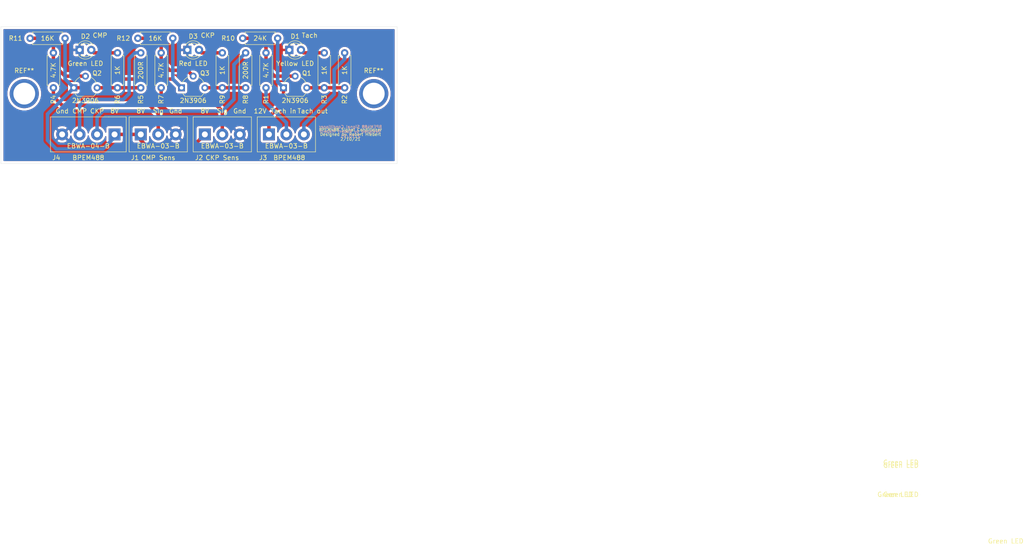
<source format=kicad_pcb>
(kicad_pcb (version 20171130) (host pcbnew "(5.1.6)-1")

  (general
    (thickness 1.6)
    (drawings 31)
    (tracks 89)
    (zones 0)
    (modules 29)
    (nets 19)
  )

  (page A4)
  (layers
    (0 F.Cu signal)
    (31 B.Cu signal)
    (32 B.Adhes user)
    (33 F.Adhes user)
    (34 B.Paste user)
    (35 F.Paste user)
    (36 B.SilkS user)
    (37 F.SilkS user)
    (38 B.Mask user)
    (39 F.Mask user)
    (40 Dwgs.User user)
    (41 Cmts.User user)
    (42 Eco1.User user)
    (43 Eco2.User user)
    (44 Edge.Cuts user)
    (45 Margin user)
    (46 B.CrtYd user)
    (47 F.CrtYd user)
    (48 B.Fab user)
    (49 F.Fab user)
  )

  (setup
    (last_trace_width 0.25)
    (user_trace_width 0.254)
    (user_trace_width 0.508)
    (user_trace_width 0.762)
    (trace_clearance 0.2)
    (zone_clearance 0.508)
    (zone_45_only no)
    (trace_min 0.2)
    (via_size 0.8)
    (via_drill 0.4)
    (via_min_size 0.4)
    (via_min_drill 0.3)
    (uvia_size 0.3)
    (uvia_drill 0.1)
    (uvias_allowed no)
    (uvia_min_size 0.2)
    (uvia_min_drill 0.1)
    (edge_width 0.05)
    (segment_width 0.2)
    (pcb_text_width 0.3)
    (pcb_text_size 1.5 1.5)
    (mod_edge_width 0.12)
    (mod_text_size 1 1)
    (mod_text_width 0.15)
    (pad_size 6.35 6.35)
    (pad_drill 4.7498)
    (pad_to_mask_clearance 0.05)
    (aux_axis_origin 0 0)
    (visible_elements 7FFFF7FF)
    (pcbplotparams
      (layerselection 0x010fc_ffffffff)
      (usegerberextensions false)
      (usegerberattributes true)
      (usegerberadvancedattributes true)
      (creategerberjobfile true)
      (excludeedgelayer true)
      (linewidth 0.100000)
      (plotframeref false)
      (viasonmask false)
      (mode 1)
      (useauxorigin false)
      (hpglpennumber 1)
      (hpglpenspeed 20)
      (hpglpendiameter 15.000000)
      (psnegative false)
      (psa4output false)
      (plotreference true)
      (plotvalue true)
      (plotinvisibletext false)
      (padsonsilk false)
      (subtractmaskfromsilk false)
      (outputformat 1)
      (mirror false)
      (drillshape 0)
      (scaleselection 1)
      (outputdirectory ""))
  )

  (net 0 "")
  (net 1 GND)
  (net 2 "Net-(D2-Pad2)")
  (net 3 +8V)
  (net 4 /CMPsignal)
  (net 5 /CKPsignal)
  (net 6 /CMPsensor)
  (net 7 /CKPsensor)
  (net 8 "Net-(Q1-Pad3)")
  (net 9 "Net-(Q1-Pad2)")
  (net 10 "Net-(Q2-Pad3)")
  (net 11 "Net-(Q2-Pad2)")
  (net 12 "Net-(D3-Pad2)")
  (net 13 "Net-(Q3-Pad3)")
  (net 14 "Net-(Q3-Pad2)")
  (net 15 "Net-(D1-Pad2)")
  (net 16 /TachSignal)
  (net 17 +12V)
  (net 18 /PP5out)

  (net_class Default "This is the default net class."
    (clearance 0.2)
    (trace_width 0.25)
    (via_dia 0.8)
    (via_drill 0.4)
    (uvia_dia 0.3)
    (uvia_drill 0.1)
    (add_net +12V)
    (add_net +8V)
    (add_net /CKPsensor)
    (add_net /CKPsignal)
    (add_net /CMPsensor)
    (add_net /CMPsignal)
    (add_net /PP5out)
    (add_net /TachSignal)
    (add_net GND)
    (add_net "Net-(D1-Pad2)")
    (add_net "Net-(D2-Pad2)")
    (add_net "Net-(D3-Pad2)")
    (add_net "Net-(Q1-Pad2)")
    (add_net "Net-(Q1-Pad3)")
    (add_net "Net-(Q2-Pad2)")
    (add_net "Net-(Q2-Pad3)")
    (add_net "Net-(Q3-Pad2)")
    (add_net "Net-(Q3-Pad3)")
  )

  (module "" (layer F.Cu) (tedit 0) (tstamp 6026DB4B)
    (at 191.77 109.855)
    (fp_text reference "" (at 177.165 93.98) (layer F.SilkS)
      (effects (font (size 1.27 1.27) (thickness 0.15)))
    )
    (fp_text value "" (at 177.165 93.98) (layer F.SilkS)
      (effects (font (size 1.27 1.27) (thickness 0.15)))
    )
    (fp_text user "Green LED" (at 174.625 93.765) (layer F.SilkS)
      (effects (font (size 1 1) (thickness 0.15)))
    )
  )

  (module "" (layer F.Cu) (tedit 0) (tstamp 6026DB4B)
    (at 168.91 92.71)
    (fp_text reference "" (at 177.165 93.98) (layer F.SilkS)
      (effects (font (size 1.27 1.27) (thickness 0.15)))
    )
    (fp_text value "" (at 177.165 93.98) (layer F.SilkS)
      (effects (font (size 1.27 1.27) (thickness 0.15)))
    )
    (fp_text user "Green LED" (at 174.625 93.765) (layer F.SilkS)
      (effects (font (size 1 1) (thickness 0.15)))
    )
  )

  (module "" (layer F.Cu) (tedit 0) (tstamp 0)
    (at 167.64 99.695)
    (fp_text reference "" (at 177.165 93.98) (layer F.SilkS)
      (effects (font (size 1.27 1.27) (thickness 0.15)))
    )
    (fp_text value "" (at 177.165 93.98) (layer F.SilkS)
      (effects (font (size 1.27 1.27) (thickness 0.15)))
    )
    (fp_text user "Green LED" (at 174.625 93.765) (layer F.SilkS)
      (effects (font (size 1 1) (thickness 0.15)))
    )
  )

  (module "" (layer F.Cu) (tedit 0) (tstamp 0)
    (at 168.91 93.345)
    (fp_text reference "" (at 177.165 93.98) (layer F.SilkS)
      (effects (font (size 1.27 1.27) (thickness 0.15)))
    )
    (fp_text value "" (at 177.165 93.98) (layer F.SilkS)
      (effects (font (size 1.27 1.27) (thickness 0.15)))
    )
    (fp_text user "Green LED" (at 174.625 93.765) (layer F.SilkS)
      (effects (font (size 1 1) (thickness 0.15)))
    )
  )

  (module "" (layer F.Cu) (tedit 0) (tstamp 0)
    (at 168.91 99.695)
    (fp_text reference "" (at 177.165 93.98) (layer F.SilkS)
      (effects (font (size 1.27 1.27) (thickness 0.15)))
    )
    (fp_text value "" (at 177.165 93.98) (layer F.SilkS)
      (effects (font (size 1.27 1.27) (thickness 0.15)))
    )
    (fp_text user "Green LED" (at 174.625 93.765) (layer F.SilkS)
      (effects (font (size 1 1) (thickness 0.15)))
    )
  )

  (module Resistor_THT:R_Axial_DIN0207_L6.3mm_D2.5mm_P7.62mm_Horizontal (layer F.Cu) (tedit 5AE5139B) (tstamp 6026D63F)
    (at 177.165 93.98)
    (descr "Resistor, Axial_DIN0207 series, Axial, Horizontal, pin pitch=7.62mm, 0.25W = 1/4W, length*diameter=6.3*2.5mm^2, http://cdn-reichelt.de/documents/datenblatt/B400/1_4W%23YAG.pdf")
    (tags "Resistor Axial_DIN0207 series Axial Horizontal pin pitch 7.62mm 0.25W = 1/4W length 6.3mm diameter 2.5mm")
    (path /6025A165)
    (fp_text reference R12 (at -3.175 0) (layer F.SilkS)
      (effects (font (size 1 1) (thickness 0.15)))
    )
    (fp_text value 16K (at 3.81 0) (layer F.SilkS)
      (effects (font (size 1 1) (thickness 0.15)))
    )
    (fp_line (start 8.67 -1.5) (end -1.05 -1.5) (layer F.CrtYd) (width 0.05))
    (fp_line (start 8.67 1.5) (end 8.67 -1.5) (layer F.CrtYd) (width 0.05))
    (fp_line (start -1.05 1.5) (end 8.67 1.5) (layer F.CrtYd) (width 0.05))
    (fp_line (start -1.05 -1.5) (end -1.05 1.5) (layer F.CrtYd) (width 0.05))
    (fp_line (start 7.08 1.37) (end 7.08 1.04) (layer F.SilkS) (width 0.12))
    (fp_line (start 0.54 1.37) (end 7.08 1.37) (layer F.SilkS) (width 0.12))
    (fp_line (start 0.54 1.04) (end 0.54 1.37) (layer F.SilkS) (width 0.12))
    (fp_line (start 7.08 -1.37) (end 7.08 -1.04) (layer F.SilkS) (width 0.12))
    (fp_line (start 0.54 -1.37) (end 7.08 -1.37) (layer F.SilkS) (width 0.12))
    (fp_line (start 0.54 -1.04) (end 0.54 -1.37) (layer F.SilkS) (width 0.12))
    (fp_line (start 7.62 0) (end 6.96 0) (layer F.Fab) (width 0.1))
    (fp_line (start 0 0) (end 0.66 0) (layer F.Fab) (width 0.1))
    (fp_line (start 6.96 -1.25) (end 0.66 -1.25) (layer F.Fab) (width 0.1))
    (fp_line (start 6.96 1.25) (end 6.96 -1.25) (layer F.Fab) (width 0.1))
    (fp_line (start 0.66 1.25) (end 6.96 1.25) (layer F.Fab) (width 0.1))
    (fp_line (start 0.66 -1.25) (end 0.66 1.25) (layer F.Fab) (width 0.1))
    (fp_text user %R (at -3.175 0) (layer F.Fab)
      (effects (font (size 1 1) (thickness 0.15)))
    )
    (pad 2 thru_hole oval (at 7.62 0) (size 1.6 1.6) (drill 0.8) (layers *.Cu *.Mask)
      (net 3 +8V))
    (pad 1 thru_hole circle (at 0 0) (size 1.6 1.6) (drill 0.8) (layers *.Cu *.Mask)
      (net 14 "Net-(Q3-Pad2)"))
    (model ${KISYS3DMOD}/Resistor_THT.3dshapes/R_Axial_DIN0207_L6.3mm_D2.5mm_P7.62mm_Horizontal.wrl
      (at (xyz 0 0 0))
      (scale (xyz 1 1 1))
      (rotate (xyz 0 0 0))
    )
  )

  (module Resistor_THT:R_Axial_DIN0207_L6.3mm_D2.5mm_P7.62mm_Horizontal (layer F.Cu) (tedit 5AE5139B) (tstamp 6026D628)
    (at 153.67 93.98)
    (descr "Resistor, Axial_DIN0207 series, Axial, Horizontal, pin pitch=7.62mm, 0.25W = 1/4W, length*diameter=6.3*2.5mm^2, http://cdn-reichelt.de/documents/datenblatt/B400/1_4W%23YAG.pdf")
    (tags "Resistor Axial_DIN0207 series Axial Horizontal pin pitch 7.62mm 0.25W = 1/4W length 6.3mm diameter 2.5mm")
    (path /60259CEE)
    (fp_text reference R11 (at -3.175 0) (layer F.SilkS)
      (effects (font (size 1 1) (thickness 0.15)))
    )
    (fp_text value 16K (at 3.81 0) (layer F.SilkS)
      (effects (font (size 1 1) (thickness 0.15)))
    )
    (fp_line (start 8.67 -1.5) (end -1.05 -1.5) (layer F.CrtYd) (width 0.05))
    (fp_line (start 8.67 1.5) (end 8.67 -1.5) (layer F.CrtYd) (width 0.05))
    (fp_line (start -1.05 1.5) (end 8.67 1.5) (layer F.CrtYd) (width 0.05))
    (fp_line (start -1.05 -1.5) (end -1.05 1.5) (layer F.CrtYd) (width 0.05))
    (fp_line (start 7.08 1.37) (end 7.08 1.04) (layer F.SilkS) (width 0.12))
    (fp_line (start 0.54 1.37) (end 7.08 1.37) (layer F.SilkS) (width 0.12))
    (fp_line (start 0.54 1.04) (end 0.54 1.37) (layer F.SilkS) (width 0.12))
    (fp_line (start 7.08 -1.37) (end 7.08 -1.04) (layer F.SilkS) (width 0.12))
    (fp_line (start 0.54 -1.37) (end 7.08 -1.37) (layer F.SilkS) (width 0.12))
    (fp_line (start 0.54 -1.04) (end 0.54 -1.37) (layer F.SilkS) (width 0.12))
    (fp_line (start 7.62 0) (end 6.96 0) (layer F.Fab) (width 0.1))
    (fp_line (start 0 0) (end 0.66 0) (layer F.Fab) (width 0.1))
    (fp_line (start 6.96 -1.25) (end 0.66 -1.25) (layer F.Fab) (width 0.1))
    (fp_line (start 6.96 1.25) (end 6.96 -1.25) (layer F.Fab) (width 0.1))
    (fp_line (start 0.66 1.25) (end 6.96 1.25) (layer F.Fab) (width 0.1))
    (fp_line (start 0.66 -1.25) (end 0.66 1.25) (layer F.Fab) (width 0.1))
    (fp_text user %R (at -3.175 0) (layer F.Fab)
      (effects (font (size 1 1) (thickness 0.15)))
    )
    (pad 2 thru_hole oval (at 7.62 0) (size 1.6 1.6) (drill 0.8) (layers *.Cu *.Mask)
      (net 3 +8V))
    (pad 1 thru_hole circle (at 0 0) (size 1.6 1.6) (drill 0.8) (layers *.Cu *.Mask)
      (net 11 "Net-(Q2-Pad2)"))
    (model ${KISYS3DMOD}/Resistor_THT.3dshapes/R_Axial_DIN0207_L6.3mm_D2.5mm_P7.62mm_Horizontal.wrl
      (at (xyz 0 0 0))
      (scale (xyz 1 1 1))
      (rotate (xyz 0 0 0))
    )
  )

  (module Resistor_THT:R_Axial_DIN0207_L6.3mm_D2.5mm_P7.62mm_Horizontal (layer F.Cu) (tedit 5AE5139B) (tstamp 6026D611)
    (at 200.025 93.98)
    (descr "Resistor, Axial_DIN0207 series, Axial, Horizontal, pin pitch=7.62mm, 0.25W = 1/4W, length*diameter=6.3*2.5mm^2, http://cdn-reichelt.de/documents/datenblatt/B400/1_4W%23YAG.pdf")
    (tags "Resistor Axial_DIN0207 series Axial Horizontal pin pitch 7.62mm 0.25W = 1/4W length 6.3mm diameter 2.5mm")
    (path /602602EB)
    (fp_text reference R10 (at -3.175 0) (layer F.SilkS)
      (effects (font (size 1 1) (thickness 0.15)))
    )
    (fp_text value 24K (at 3.81 0) (layer F.SilkS)
      (effects (font (size 1 1) (thickness 0.15)))
    )
    (fp_line (start 8.67 -1.5) (end -1.05 -1.5) (layer F.CrtYd) (width 0.05))
    (fp_line (start 8.67 1.5) (end 8.67 -1.5) (layer F.CrtYd) (width 0.05))
    (fp_line (start -1.05 1.5) (end 8.67 1.5) (layer F.CrtYd) (width 0.05))
    (fp_line (start -1.05 -1.5) (end -1.05 1.5) (layer F.CrtYd) (width 0.05))
    (fp_line (start 7.08 1.37) (end 7.08 1.04) (layer F.SilkS) (width 0.12))
    (fp_line (start 0.54 1.37) (end 7.08 1.37) (layer F.SilkS) (width 0.12))
    (fp_line (start 0.54 1.04) (end 0.54 1.37) (layer F.SilkS) (width 0.12))
    (fp_line (start 7.08 -1.37) (end 7.08 -1.04) (layer F.SilkS) (width 0.12))
    (fp_line (start 0.54 -1.37) (end 7.08 -1.37) (layer F.SilkS) (width 0.12))
    (fp_line (start 0.54 -1.04) (end 0.54 -1.37) (layer F.SilkS) (width 0.12))
    (fp_line (start 7.62 0) (end 6.96 0) (layer F.Fab) (width 0.1))
    (fp_line (start 0 0) (end 0.66 0) (layer F.Fab) (width 0.1))
    (fp_line (start 6.96 -1.25) (end 0.66 -1.25) (layer F.Fab) (width 0.1))
    (fp_line (start 6.96 1.25) (end 6.96 -1.25) (layer F.Fab) (width 0.1))
    (fp_line (start 0.66 1.25) (end 6.96 1.25) (layer F.Fab) (width 0.1))
    (fp_line (start 0.66 -1.25) (end 0.66 1.25) (layer F.Fab) (width 0.1))
    (fp_text user %R (at -3.175 0) (layer F.Fab)
      (effects (font (size 1 1) (thickness 0.15)))
    )
    (pad 2 thru_hole oval (at 7.62 0) (size 1.6 1.6) (drill 0.8) (layers *.Cu *.Mask)
      (net 17 +12V))
    (pad 1 thru_hole circle (at 0 0) (size 1.6 1.6) (drill 0.8) (layers *.Cu *.Mask)
      (net 9 "Net-(Q1-Pad2)"))
    (model ${KISYS3DMOD}/Resistor_THT.3dshapes/R_Axial_DIN0207_L6.3mm_D2.5mm_P7.62mm_Horizontal.wrl
      (at (xyz 0 0 0))
      (scale (xyz 1 1 1))
      (rotate (xyz 0 0 0))
    )
  )

  (module Resistor_THT:R_Axial_DIN0207_L6.3mm_D2.5mm_P7.62mm_Horizontal (layer F.Cu) (tedit 5AE5139B) (tstamp 6024B4BA)
    (at 217.805 97.155 270)
    (descr "Resistor, Axial_DIN0207 series, Axial, Horizontal, pin pitch=7.62mm, 0.25W = 1/4W, length*diameter=6.3*2.5mm^2, http://cdn-reichelt.de/documents/datenblatt/B400/1_4W%23YAG.pdf")
    (tags "Resistor Axial_DIN0207 series Axial Horizontal pin pitch 7.62mm 0.25W = 1/4W length 6.3mm diameter 2.5mm")
    (path /6025F981)
    (fp_text reference R3 (at 10.16 0 90) (layer F.SilkS)
      (effects (font (size 1 1) (thickness 0.15)))
    )
    (fp_text value 1K (at 3.81 0 90) (layer F.SilkS)
      (effects (font (size 1 1) (thickness 0.15)))
    )
    (fp_line (start 8.67 -1.5) (end -1.05 -1.5) (layer F.CrtYd) (width 0.05))
    (fp_line (start 8.67 1.5) (end 8.67 -1.5) (layer F.CrtYd) (width 0.05))
    (fp_line (start -1.05 1.5) (end 8.67 1.5) (layer F.CrtYd) (width 0.05))
    (fp_line (start -1.05 -1.5) (end -1.05 1.5) (layer F.CrtYd) (width 0.05))
    (fp_line (start 7.08 1.37) (end 7.08 1.04) (layer F.SilkS) (width 0.12))
    (fp_line (start 0.54 1.37) (end 7.08 1.37) (layer F.SilkS) (width 0.12))
    (fp_line (start 0.54 1.04) (end 0.54 1.37) (layer F.SilkS) (width 0.12))
    (fp_line (start 7.08 -1.37) (end 7.08 -1.04) (layer F.SilkS) (width 0.12))
    (fp_line (start 0.54 -1.37) (end 7.08 -1.37) (layer F.SilkS) (width 0.12))
    (fp_line (start 0.54 -1.04) (end 0.54 -1.37) (layer F.SilkS) (width 0.12))
    (fp_line (start 7.62 0) (end 6.96 0) (layer F.Fab) (width 0.1))
    (fp_line (start 0 0) (end 0.66 0) (layer F.Fab) (width 0.1))
    (fp_line (start 6.96 -1.25) (end 0.66 -1.25) (layer F.Fab) (width 0.1))
    (fp_line (start 6.96 1.25) (end 6.96 -1.25) (layer F.Fab) (width 0.1))
    (fp_line (start 0.66 1.25) (end 6.96 1.25) (layer F.Fab) (width 0.1))
    (fp_line (start 0.66 -1.25) (end 0.66 1.25) (layer F.Fab) (width 0.1))
    (fp_text user %R (at 10.16 0 90) (layer F.Fab)
      (effects (font (size 1 1) (thickness 0.15)))
    )
    (pad 2 thru_hole oval (at 7.62 0 270) (size 1.6 1.6) (drill 0.8) (layers *.Cu *.Mask)
      (net 8 "Net-(Q1-Pad3)"))
    (pad 1 thru_hole circle (at 0 0 270) (size 1.6 1.6) (drill 0.8) (layers *.Cu *.Mask)
      (net 15 "Net-(D1-Pad2)"))
    (model ${KISYS3DMOD}/Resistor_THT.3dshapes/R_Axial_DIN0207_L6.3mm_D2.5mm_P7.62mm_Horizontal.wrl
      (at (xyz 0 0 0))
      (scale (xyz 1 1 1))
      (rotate (xyz 0 0 0))
    )
  )

  (module Resistor_THT:R_Axial_DIN0207_L6.3mm_D2.5mm_P7.62mm_Horizontal (layer F.Cu) (tedit 5AE5139B) (tstamp 6024B4A3)
    (at 222.25 97.155 270)
    (descr "Resistor, Axial_DIN0207 series, Axial, Horizontal, pin pitch=7.62mm, 0.25W = 1/4W, length*diameter=6.3*2.5mm^2, http://cdn-reichelt.de/documents/datenblatt/B400/1_4W%23YAG.pdf")
    (tags "Resistor Axial_DIN0207 series Axial Horizontal pin pitch 7.62mm 0.25W = 1/4W length 6.3mm diameter 2.5mm")
    (path /6025F96E)
    (fp_text reference R2 (at 10.16 0 90) (layer F.SilkS)
      (effects (font (size 1 1) (thickness 0.15)))
    )
    (fp_text value 1K (at 3.81 0 90) (layer F.SilkS)
      (effects (font (size 1 1) (thickness 0.15)))
    )
    (fp_line (start 8.67 -1.5) (end -1.05 -1.5) (layer F.CrtYd) (width 0.05))
    (fp_line (start 8.67 1.5) (end 8.67 -1.5) (layer F.CrtYd) (width 0.05))
    (fp_line (start -1.05 1.5) (end 8.67 1.5) (layer F.CrtYd) (width 0.05))
    (fp_line (start -1.05 -1.5) (end -1.05 1.5) (layer F.CrtYd) (width 0.05))
    (fp_line (start 7.08 1.37) (end 7.08 1.04) (layer F.SilkS) (width 0.12))
    (fp_line (start 0.54 1.37) (end 7.08 1.37) (layer F.SilkS) (width 0.12))
    (fp_line (start 0.54 1.04) (end 0.54 1.37) (layer F.SilkS) (width 0.12))
    (fp_line (start 7.08 -1.37) (end 7.08 -1.04) (layer F.SilkS) (width 0.12))
    (fp_line (start 0.54 -1.37) (end 7.08 -1.37) (layer F.SilkS) (width 0.12))
    (fp_line (start 0.54 -1.04) (end 0.54 -1.37) (layer F.SilkS) (width 0.12))
    (fp_line (start 7.62 0) (end 6.96 0) (layer F.Fab) (width 0.1))
    (fp_line (start 0 0) (end 0.66 0) (layer F.Fab) (width 0.1))
    (fp_line (start 6.96 -1.25) (end 0.66 -1.25) (layer F.Fab) (width 0.1))
    (fp_line (start 6.96 1.25) (end 6.96 -1.25) (layer F.Fab) (width 0.1))
    (fp_line (start 0.66 1.25) (end 6.96 1.25) (layer F.Fab) (width 0.1))
    (fp_line (start 0.66 -1.25) (end 0.66 1.25) (layer F.Fab) (width 0.1))
    (fp_text user %R (at 10.16 0 90) (layer F.Fab)
      (effects (font (size 1 1) (thickness 0.15)))
    )
    (pad 2 thru_hole oval (at 7.62 0 270) (size 1.6 1.6) (drill 0.8) (layers *.Cu *.Mask)
      (net 8 "Net-(Q1-Pad3)"))
    (pad 1 thru_hole circle (at 0 0 270) (size 1.6 1.6) (drill 0.8) (layers *.Cu *.Mask)
      (net 16 /TachSignal))
    (model ${KISYS3DMOD}/Resistor_THT.3dshapes/R_Axial_DIN0207_L6.3mm_D2.5mm_P7.62mm_Horizontal.wrl
      (at (xyz 0 0 0))
      (scale (xyz 1 1 1))
      (rotate (xyz 0 0 0))
    )
  )

  (module Resistor_THT:R_Axial_DIN0207_L6.3mm_D2.5mm_P7.62mm_Horizontal (layer F.Cu) (tedit 5AE5139B) (tstamp 6024B48C)
    (at 205.105 104.775 90)
    (descr "Resistor, Axial_DIN0207 series, Axial, Horizontal, pin pitch=7.62mm, 0.25W = 1/4W, length*diameter=6.3*2.5mm^2, http://cdn-reichelt.de/documents/datenblatt/B400/1_4W%23YAG.pdf")
    (tags "Resistor Axial_DIN0207 series Axial Horizontal pin pitch 7.62mm 0.25W = 1/4W length 6.3mm diameter 2.5mm")
    (path /6025F962)
    (fp_text reference R1 (at -2.54 0 90) (layer F.SilkS)
      (effects (font (size 1 1) (thickness 0.15)))
    )
    (fp_text value 4.7K (at 3.81 0 90) (layer F.SilkS)
      (effects (font (size 1 1) (thickness 0.15)))
    )
    (fp_line (start 8.67 -1.5) (end -1.05 -1.5) (layer F.CrtYd) (width 0.05))
    (fp_line (start 8.67 1.5) (end 8.67 -1.5) (layer F.CrtYd) (width 0.05))
    (fp_line (start -1.05 1.5) (end 8.67 1.5) (layer F.CrtYd) (width 0.05))
    (fp_line (start -1.05 -1.5) (end -1.05 1.5) (layer F.CrtYd) (width 0.05))
    (fp_line (start 7.08 1.37) (end 7.08 1.04) (layer F.SilkS) (width 0.12))
    (fp_line (start 0.54 1.37) (end 7.08 1.37) (layer F.SilkS) (width 0.12))
    (fp_line (start 0.54 1.04) (end 0.54 1.37) (layer F.SilkS) (width 0.12))
    (fp_line (start 7.08 -1.37) (end 7.08 -1.04) (layer F.SilkS) (width 0.12))
    (fp_line (start 0.54 -1.37) (end 7.08 -1.37) (layer F.SilkS) (width 0.12))
    (fp_line (start 0.54 -1.04) (end 0.54 -1.37) (layer F.SilkS) (width 0.12))
    (fp_line (start 7.62 0) (end 6.96 0) (layer F.Fab) (width 0.1))
    (fp_line (start 0 0) (end 0.66 0) (layer F.Fab) (width 0.1))
    (fp_line (start 6.96 -1.25) (end 0.66 -1.25) (layer F.Fab) (width 0.1))
    (fp_line (start 6.96 1.25) (end 6.96 -1.25) (layer F.Fab) (width 0.1))
    (fp_line (start 0.66 1.25) (end 6.96 1.25) (layer F.Fab) (width 0.1))
    (fp_line (start 0.66 -1.25) (end 0.66 1.25) (layer F.Fab) (width 0.1))
    (fp_text user %R (at -2.54 0 90) (layer F.Fab)
      (effects (font (size 1 1) (thickness 0.15)))
    )
    (pad 2 thru_hole oval (at 7.62 0 90) (size 1.6 1.6) (drill 0.8) (layers *.Cu *.Mask)
      (net 9 "Net-(Q1-Pad2)"))
    (pad 1 thru_hole circle (at 0 0 90) (size 1.6 1.6) (drill 0.8) (layers *.Cu *.Mask)
      (net 18 /PP5out))
    (model ${KISYS3DMOD}/Resistor_THT.3dshapes/R_Axial_DIN0207_L6.3mm_D2.5mm_P7.62mm_Horizontal.wrl
      (at (xyz 0 0 0))
      (scale (xyz 1 1 1))
      (rotate (xyz 0 0 0))
    )
  )

  (module Package_TO_SOT_THT:TO-92_Wide (layer F.Cu) (tedit 5A2795B7) (tstamp 6024B475)
    (at 186.69 104.775)
    (descr "TO-92 leads molded, wide, drill 0.75mm (see NXP sot054_po.pdf)")
    (tags "to-92 sc-43 sc-43a sot54 PA33 transistor")
    (path /60248890)
    (fp_text reference Q3 (at 5.08 -3.175) (layer F.SilkS)
      (effects (font (size 1 1) (thickness 0.15)))
    )
    (fp_text value 2N3906 (at 2.54 2.79) (layer F.SilkS)
      (effects (font (size 1 1) (thickness 0.15)))
    )
    (fp_line (start 6.09 2.01) (end -1.01 2.01) (layer F.CrtYd) (width 0.05))
    (fp_line (start 6.09 2.01) (end 6.09 -3.55) (layer F.CrtYd) (width 0.05))
    (fp_line (start -1.01 -3.55) (end -1.01 2.01) (layer F.CrtYd) (width 0.05))
    (fp_line (start -1.01 -3.55) (end 6.09 -3.55) (layer F.CrtYd) (width 0.05))
    (fp_line (start 0.8 1.75) (end 4.3 1.75) (layer F.Fab) (width 0.1))
    (fp_line (start 0.74 1.85) (end 4.34 1.85) (layer F.SilkS) (width 0.12))
    (fp_arc (start 2.54 0) (end 4.34 1.85) (angle -20) (layer F.SilkS) (width 0.12))
    (fp_arc (start 2.54 0) (end 2.54 -2.48) (angle -135) (layer F.Fab) (width 0.1))
    (fp_arc (start 2.54 0) (end 2.54 -2.48) (angle 135) (layer F.Fab) (width 0.1))
    (fp_arc (start 2.54 0) (end 3.65 -2.35) (angle 39.71668247) (layer F.SilkS) (width 0.12))
    (fp_arc (start 2.54 0) (end 1.4 -2.35) (angle -39.12170074) (layer F.SilkS) (width 0.12))
    (fp_arc (start 2.54 0) (end 0.74 1.85) (angle 20) (layer F.SilkS) (width 0.12))
    (fp_text user %R (at 2.68 0) (layer F.Fab)
      (effects (font (size 1 1) (thickness 0.15)))
    )
    (pad 1 thru_hole rect (at 0 0 90) (size 1.5 1.5) (drill 0.8) (layers *.Cu *.Mask)
      (net 3 +8V))
    (pad 3 thru_hole circle (at 5.08 0 90) (size 1.5 1.5) (drill 0.8) (layers *.Cu *.Mask)
      (net 13 "Net-(Q3-Pad3)"))
    (pad 2 thru_hole circle (at 2.54 -2.54 90) (size 1.5 1.5) (drill 0.8) (layers *.Cu *.Mask)
      (net 14 "Net-(Q3-Pad2)"))
    (model ${KISYS3DMOD}/Package_TO_SOT_THT.3dshapes/TO-92_Wide.wrl
      (at (xyz 0 0 0))
      (scale (xyz 1 1 1))
      (rotate (xyz 0 0 0))
    )
  )

  (module Package_TO_SOT_THT:TO-92_Wide (layer F.Cu) (tedit 5A2795B7) (tstamp 6024B461)
    (at 163.195 104.775)
    (descr "TO-92 leads molded, wide, drill 0.75mm (see NXP sot054_po.pdf)")
    (tags "to-92 sc-43 sc-43a sot54 PA33 transistor")
    (path /60247126)
    (fp_text reference Q2 (at 5.08 -3.175) (layer F.SilkS)
      (effects (font (size 1 1) (thickness 0.15)))
    )
    (fp_text value 2N3906 (at 2.54 2.79) (layer F.SilkS)
      (effects (font (size 1 1) (thickness 0.15)))
    )
    (fp_line (start 6.09 2.01) (end -1.01 2.01) (layer F.CrtYd) (width 0.05))
    (fp_line (start 6.09 2.01) (end 6.09 -3.55) (layer F.CrtYd) (width 0.05))
    (fp_line (start -1.01 -3.55) (end -1.01 2.01) (layer F.CrtYd) (width 0.05))
    (fp_line (start -1.01 -3.55) (end 6.09 -3.55) (layer F.CrtYd) (width 0.05))
    (fp_line (start 0.8 1.75) (end 4.3 1.75) (layer F.Fab) (width 0.1))
    (fp_line (start 0.74 1.85) (end 4.34 1.85) (layer F.SilkS) (width 0.12))
    (fp_arc (start 2.54 0) (end 4.34 1.85) (angle -20) (layer F.SilkS) (width 0.12))
    (fp_arc (start 2.54 0) (end 2.54 -2.48) (angle -135) (layer F.Fab) (width 0.1))
    (fp_arc (start 2.54 0) (end 2.54 -2.48) (angle 135) (layer F.Fab) (width 0.1))
    (fp_arc (start 2.54 0) (end 3.65 -2.35) (angle 39.71668247) (layer F.SilkS) (width 0.12))
    (fp_arc (start 2.54 0) (end 1.4 -2.35) (angle -39.12170074) (layer F.SilkS) (width 0.12))
    (fp_arc (start 2.54 0) (end 0.74 1.85) (angle 20) (layer F.SilkS) (width 0.12))
    (fp_text user %R (at 2.54 0) (layer F.Fab)
      (effects (font (size 1 1) (thickness 0.15)))
    )
    (pad 1 thru_hole rect (at 0 0 90) (size 1.5 1.5) (drill 0.8) (layers *.Cu *.Mask)
      (net 3 +8V))
    (pad 3 thru_hole circle (at 5.08 0 90) (size 1.5 1.5) (drill 0.8) (layers *.Cu *.Mask)
      (net 10 "Net-(Q2-Pad3)"))
    (pad 2 thru_hole circle (at 2.54 -2.54 90) (size 1.5 1.5) (drill 0.8) (layers *.Cu *.Mask)
      (net 11 "Net-(Q2-Pad2)"))
    (model ${KISYS3DMOD}/Package_TO_SOT_THT.3dshapes/TO-92_Wide.wrl
      (at (xyz 0 0 0))
      (scale (xyz 1 1 1))
      (rotate (xyz 0 0 0))
    )
  )

  (module Package_TO_SOT_THT:TO-92_Wide (layer F.Cu) (tedit 5A2795B7) (tstamp 6024B44D)
    (at 208.915 104.775)
    (descr "TO-92 leads molded, wide, drill 0.75mm (see NXP sot054_po.pdf)")
    (tags "to-92 sc-43 sc-43a sot54 PA33 transistor")
    (path /6025F98E)
    (fp_text reference Q1 (at 5.08 -3.175) (layer F.SilkS)
      (effects (font (size 1 1) (thickness 0.15)))
    )
    (fp_text value 2N3906 (at 2.54 2.79) (layer F.SilkS)
      (effects (font (size 1 1) (thickness 0.15)))
    )
    (fp_line (start 6.09 2.01) (end -1.01 2.01) (layer F.CrtYd) (width 0.05))
    (fp_line (start 6.09 2.01) (end 6.09 -3.55) (layer F.CrtYd) (width 0.05))
    (fp_line (start -1.01 -3.55) (end -1.01 2.01) (layer F.CrtYd) (width 0.05))
    (fp_line (start -1.01 -3.55) (end 6.09 -3.55) (layer F.CrtYd) (width 0.05))
    (fp_line (start 0.8 1.75) (end 4.3 1.75) (layer F.Fab) (width 0.1))
    (fp_line (start 0.74 1.85) (end 4.34 1.85) (layer F.SilkS) (width 0.12))
    (fp_arc (start 2.54 0) (end 4.34 1.85) (angle -20) (layer F.SilkS) (width 0.12))
    (fp_arc (start 2.54 0) (end 2.54 -2.48) (angle -135) (layer F.Fab) (width 0.1))
    (fp_arc (start 2.54 0) (end 2.54 -2.48) (angle 135) (layer F.Fab) (width 0.1))
    (fp_arc (start 2.54 0) (end 3.65 -2.35) (angle 39.71668247) (layer F.SilkS) (width 0.12))
    (fp_arc (start 2.54 0) (end 1.4 -2.35) (angle -39.12170074) (layer F.SilkS) (width 0.12))
    (fp_arc (start 2.54 0) (end 0.74 1.85) (angle 20) (layer F.SilkS) (width 0.12))
    (fp_text user %R (at 2.54 0) (layer F.Fab)
      (effects (font (size 1 1) (thickness 0.15)))
    )
    (pad 1 thru_hole rect (at 0 0 90) (size 1.5 1.5) (drill 0.8) (layers *.Cu *.Mask)
      (net 17 +12V))
    (pad 3 thru_hole circle (at 5.08 0 90) (size 1.5 1.5) (drill 0.8) (layers *.Cu *.Mask)
      (net 8 "Net-(Q1-Pad3)"))
    (pad 2 thru_hole circle (at 2.54 -2.54 90) (size 1.5 1.5) (drill 0.8) (layers *.Cu *.Mask)
      (net 9 "Net-(Q1-Pad2)"))
    (model ${KISYS3DMOD}/Package_TO_SOT_THT.3dshapes/TO-92_Wide.wrl
      (at (xyz 0 0 0))
      (scale (xyz 1 1 1))
      (rotate (xyz 0 0 0))
    )
  )

  (module "BPEM488 Inputs:EBWA-03-B" (layer F.Cu) (tedit 5F0544A8) (tstamp 6024B41F)
    (at 209.55 114.935)
    (path /6027C6BA)
    (fp_text reference J3 (at -5.08 5.08) (layer F.SilkS)
      (effects (font (size 1 1) (thickness 0.15)))
    )
    (fp_text value EBWA-03-B (at 0 2.54) (layer F.SilkS)
      (effects (font (size 1 1) (thickness 0.15)))
    )
    (fp_line (start -6.35 -3.81) (end 6.35 -3.81) (layer F.SilkS) (width 0.12))
    (fp_line (start 6.35 -3.81) (end 6.35 3.81) (layer F.SilkS) (width 0.12))
    (fp_line (start 6.35 3.81) (end -6.35 3.81) (layer F.SilkS) (width 0.12))
    (fp_line (start -6.35 3.81) (end -6.35 -3.81) (layer F.SilkS) (width 0.12))
    (pad 3 thru_hole circle (at 3.81 0) (size 2.6 2.6) (drill 1.3) (layers *.Cu *.Mask)
      (net 16 /TachSignal))
    (pad 1 thru_hole rect (at -3.81 0) (size 2.6 2.6) (drill 1.3) (layers *.Cu *.Mask)
      (net 17 +12V))
    (pad 2 thru_hole circle (at 0 0) (size 2.6 2.6) (drill 1.3) (layers *.Cu *.Mask)
      (net 18 /PP5out))
  )

  (module LED_THT:LED_D3.0mm (layer F.Cu) (tedit 587A3A7B) (tstamp 6024B3A4)
    (at 210.185 96.52)
    (descr "LED, diameter 3.0mm, 2 pins")
    (tags "LED diameter 3.0mm 2 pins")
    (path /6025F95B)
    (fp_text reference D1 (at 1.27 -2.96) (layer F.SilkS)
      (effects (font (size 1 1) (thickness 0.15)))
    )
    (fp_text value "Yellow LED" (at 1.27 2.96) (layer F.SilkS)
      (effects (font (size 1 1) (thickness 0.15)))
    )
    (fp_line (start 3.7 -2.25) (end -1.15 -2.25) (layer F.CrtYd) (width 0.05))
    (fp_line (start 3.7 2.25) (end 3.7 -2.25) (layer F.CrtYd) (width 0.05))
    (fp_line (start -1.15 2.25) (end 3.7 2.25) (layer F.CrtYd) (width 0.05))
    (fp_line (start -1.15 -2.25) (end -1.15 2.25) (layer F.CrtYd) (width 0.05))
    (fp_line (start -0.29 1.08) (end -0.29 1.236) (layer F.SilkS) (width 0.12))
    (fp_line (start -0.29 -1.236) (end -0.29 -1.08) (layer F.SilkS) (width 0.12))
    (fp_line (start -0.23 -1.16619) (end -0.23 1.16619) (layer F.Fab) (width 0.1))
    (fp_circle (center 1.27 0) (end 2.77 0) (layer F.Fab) (width 0.1))
    (fp_arc (start 1.27 0) (end 0.229039 1.08) (angle -87.9) (layer F.SilkS) (width 0.12))
    (fp_arc (start 1.27 0) (end 0.229039 -1.08) (angle 87.9) (layer F.SilkS) (width 0.12))
    (fp_arc (start 1.27 0) (end -0.29 1.235516) (angle -108.8) (layer F.SilkS) (width 0.12))
    (fp_arc (start 1.27 0) (end -0.29 -1.235516) (angle 108.8) (layer F.SilkS) (width 0.12))
    (fp_arc (start 1.27 0) (end -0.23 -1.16619) (angle 284.3) (layer F.Fab) (width 0.1))
    (pad 2 thru_hole circle (at 2.54 0) (size 1.8 1.8) (drill 0.9) (layers *.Cu *.Mask)
      (net 15 "Net-(D1-Pad2)"))
    (pad 1 thru_hole rect (at 0 0) (size 1.8 1.8) (drill 0.9) (layers *.Cu *.Mask)
      (net 1 GND))
    (model ${KISYS3DMOD}/LED_THT.3dshapes/LED_D3.0mm.wrl
      (at (xyz 0 0 0))
      (scale (xyz 1 1 1))
      (rotate (xyz 0 0 0))
    )
  )

  (module MountingHole:MountingHole_4mm_Pad (layer F.Cu) (tedit 5FD7AA7E) (tstamp 5FD7A43F)
    (at 152.4 106.045)
    (descr "Mounting Hole 4mm")
    (tags "mounting hole 4mm")
    (attr virtual)
    (fp_text reference REF** (at 0 -5) (layer F.SilkS)
      (effects (font (size 1 1) (thickness 0.15)))
    )
    (fp_text value MountingHole_4mm_Pad (at -4.445 -1.27 90) (layer F.Fab)
      (effects (font (size 1 1) (thickness 0.15)))
    )
    (fp_circle (center 0 0) (end 4 0) (layer Cmts.User) (width 0.15))
    (fp_circle (center 0 0) (end 4.25 0) (layer F.CrtYd) (width 0.05))
    (fp_text user %R (at 0.3 0) (layer F.Fab)
      (effects (font (size 1 1) (thickness 0.15)))
    )
    (pad "" thru_hole circle (at 0 0) (size 6.35 6.35) (drill 4.7498) (layers *.Cu *.Mask))
  )

  (module MountingHole:MountingHole_4mm_Pad (layer F.Cu) (tedit 5FD7A393) (tstamp 5FD7A387)
    (at 228.6 106.045)
    (descr "Mounting Hole 4mm")
    (tags "mounting hole 4mm")
    (attr virtual)
    (fp_text reference REF** (at 0 -5) (layer F.SilkS)
      (effects (font (size 1 1) (thickness 0.15)))
    )
    (fp_text value MountingHole_4mm_Pad (at 3.81 -0.635 90) (layer F.Fab)
      (effects (font (size 1 1) (thickness 0.15)))
    )
    (fp_circle (center 0 0) (end 4 0) (layer Cmts.User) (width 0.15))
    (fp_circle (center 0 0) (end 4.25 0) (layer F.CrtYd) (width 0.05))
    (fp_text user %R (at 0 0) (layer F.Fab)
      (effects (font (size 1 1) (thickness 0.15)))
    )
    (pad "" thru_hole circle (at 0 0) (size 6.35 6.35) (drill 4.7498) (layers *.Cu *.Mask))
  )

  (module Resistor_THT:R_Axial_DIN0207_L6.3mm_D2.5mm_P7.62mm_Horizontal (layer F.Cu) (tedit 5AE5139B) (tstamp 5FD74611)
    (at 195.58 97.155 270)
    (descr "Resistor, Axial_DIN0207 series, Axial, Horizontal, pin pitch=7.62mm, 0.25W = 1/4W, length*diameter=6.3*2.5mm^2, http://cdn-reichelt.de/documents/datenblatt/B400/1_4W%23YAG.pdf")
    (tags "Resistor Axial_DIN0207 series Axial Horizontal pin pitch 7.62mm 0.25W = 1/4W length 6.3mm diameter 2.5mm")
    (path /5FD75785)
    (fp_text reference R9 (at 10.16 0 90) (layer F.SilkS)
      (effects (font (size 1 1) (thickness 0.15)))
    )
    (fp_text value 1K (at 3.81 0 90) (layer F.SilkS)
      (effects (font (size 1 1) (thickness 0.15)))
    )
    (fp_line (start 8.67 -1.5) (end -1.05 -1.5) (layer F.CrtYd) (width 0.05))
    (fp_line (start 8.67 1.5) (end 8.67 -1.5) (layer F.CrtYd) (width 0.05))
    (fp_line (start -1.05 1.5) (end 8.67 1.5) (layer F.CrtYd) (width 0.05))
    (fp_line (start -1.05 -1.5) (end -1.05 1.5) (layer F.CrtYd) (width 0.05))
    (fp_line (start 7.08 1.37) (end 7.08 1.04) (layer F.SilkS) (width 0.12))
    (fp_line (start 0.54 1.37) (end 7.08 1.37) (layer F.SilkS) (width 0.12))
    (fp_line (start 0.54 1.04) (end 0.54 1.37) (layer F.SilkS) (width 0.12))
    (fp_line (start 7.08 -1.37) (end 7.08 -1.04) (layer F.SilkS) (width 0.12))
    (fp_line (start 0.54 -1.37) (end 7.08 -1.37) (layer F.SilkS) (width 0.12))
    (fp_line (start 0.54 -1.04) (end 0.54 -1.37) (layer F.SilkS) (width 0.12))
    (fp_line (start 7.62 0) (end 6.96 0) (layer F.Fab) (width 0.1))
    (fp_line (start 0 0) (end 0.66 0) (layer F.Fab) (width 0.1))
    (fp_line (start 6.96 -1.25) (end 0.66 -1.25) (layer F.Fab) (width 0.1))
    (fp_line (start 6.96 1.25) (end 6.96 -1.25) (layer F.Fab) (width 0.1))
    (fp_line (start 0.66 1.25) (end 6.96 1.25) (layer F.Fab) (width 0.1))
    (fp_line (start 0.66 -1.25) (end 0.66 1.25) (layer F.Fab) (width 0.1))
    (fp_text user % (at 3.81 0 90) (layer F.Fab) hide
      (effects (font (size 1 1) (thickness 0.15)))
    )
    (pad 2 thru_hole oval (at 7.62 0 270) (size 1.6 1.6) (drill 0.8) (layers *.Cu *.Mask)
      (net 13 "Net-(Q3-Pad3)"))
    (pad 1 thru_hole circle (at 0 0 270) (size 1.6 1.6) (drill 0.8) (layers *.Cu *.Mask)
      (net 12 "Net-(D3-Pad2)"))
    (model ${KISYS3DMOD}/Resistor_THT.3dshapes/R_Axial_DIN0207_L6.3mm_D2.5mm_P7.62mm_Horizontal.wrl
      (at (xyz 0 0 0))
      (scale (xyz 1 1 1))
      (rotate (xyz 0 0 0))
    )
  )

  (module Resistor_THT:R_Axial_DIN0207_L6.3mm_D2.5mm_P7.62mm_Horizontal (layer F.Cu) (tedit 5AE5139B) (tstamp 5FD745FA)
    (at 200.66 97.155 270)
    (descr "Resistor, Axial_DIN0207 series, Axial, Horizontal, pin pitch=7.62mm, 0.25W = 1/4W, length*diameter=6.3*2.5mm^2, http://cdn-reichelt.de/documents/datenblatt/B400/1_4W%23YAG.pdf")
    (tags "Resistor Axial_DIN0207 series Axial Horizontal pin pitch 7.62mm 0.25W = 1/4W length 6.3mm diameter 2.5mm")
    (path /5FD63235)
    (fp_text reference R8 (at 10.16 0 90) (layer F.SilkS)
      (effects (font (size 1 1) (thickness 0.15)))
    )
    (fp_text value 200R (at 3.81 0 90) (layer F.SilkS)
      (effects (font (size 1 1) (thickness 0.15)))
    )
    (fp_line (start 8.67 -1.5) (end -1.05 -1.5) (layer F.CrtYd) (width 0.05))
    (fp_line (start 8.67 1.5) (end 8.67 -1.5) (layer F.CrtYd) (width 0.05))
    (fp_line (start -1.05 1.5) (end 8.67 1.5) (layer F.CrtYd) (width 0.05))
    (fp_line (start -1.05 -1.5) (end -1.05 1.5) (layer F.CrtYd) (width 0.05))
    (fp_line (start 7.08 1.37) (end 7.08 1.04) (layer F.SilkS) (width 0.12))
    (fp_line (start 0.54 1.37) (end 7.08 1.37) (layer F.SilkS) (width 0.12))
    (fp_line (start 0.54 1.04) (end 0.54 1.37) (layer F.SilkS) (width 0.12))
    (fp_line (start 7.08 -1.37) (end 7.08 -1.04) (layer F.SilkS) (width 0.12))
    (fp_line (start 0.54 -1.37) (end 7.08 -1.37) (layer F.SilkS) (width 0.12))
    (fp_line (start 0.54 -1.04) (end 0.54 -1.37) (layer F.SilkS) (width 0.12))
    (fp_line (start 7.62 0) (end 6.96 0) (layer F.Fab) (width 0.1))
    (fp_line (start 0 0) (end 0.66 0) (layer F.Fab) (width 0.1))
    (fp_line (start 6.96 -1.25) (end 0.66 -1.25) (layer F.Fab) (width 0.1))
    (fp_line (start 6.96 1.25) (end 6.96 -1.25) (layer F.Fab) (width 0.1))
    (fp_line (start 0.66 1.25) (end 6.96 1.25) (layer F.Fab) (width 0.1))
    (fp_line (start 0.66 -1.25) (end 0.66 1.25) (layer F.Fab) (width 0.1))
    (fp_text user %R (at 10.16 0 90) (layer F.Fab)
      (effects (font (size 1 1) (thickness 0.15)))
    )
    (pad 2 thru_hole oval (at 7.62 0 270) (size 1.6 1.6) (drill 0.8) (layers *.Cu *.Mask)
      (net 13 "Net-(Q3-Pad3)"))
    (pad 1 thru_hole circle (at 0 0 270) (size 1.6 1.6) (drill 0.8) (layers *.Cu *.Mask)
      (net 5 /CKPsignal))
    (model ${KISYS3DMOD}/Resistor_THT.3dshapes/R_Axial_DIN0207_L6.3mm_D2.5mm_P7.62mm_Horizontal.wrl
      (at (xyz 0 0 0))
      (scale (xyz 1 1 1))
      (rotate (xyz 0 0 0))
    )
  )

  (module Resistor_THT:R_Axial_DIN0207_L6.3mm_D2.5mm_P7.62mm_Horizontal (layer F.Cu) (tedit 5AE5139B) (tstamp 5FD745E3)
    (at 182.245 104.775 90)
    (descr "Resistor, Axial_DIN0207 series, Axial, Horizontal, pin pitch=7.62mm, 0.25W = 1/4W, length*diameter=6.3*2.5mm^2, http://cdn-reichelt.de/documents/datenblatt/B400/1_4W%23YAG.pdf")
    (tags "Resistor Axial_DIN0207 series Axial Horizontal pin pitch 7.62mm 0.25W = 1/4W length 6.3mm diameter 2.5mm")
    (path /5FD5D2EC)
    (fp_text reference R7 (at -2.54 0 90) (layer F.SilkS)
      (effects (font (size 1 1) (thickness 0.15)))
    )
    (fp_text value 4.7K (at 3.81 0 90) (layer F.SilkS)
      (effects (font (size 1 1) (thickness 0.15)))
    )
    (fp_line (start 8.67 -1.5) (end -1.05 -1.5) (layer F.CrtYd) (width 0.05))
    (fp_line (start 8.67 1.5) (end 8.67 -1.5) (layer F.CrtYd) (width 0.05))
    (fp_line (start -1.05 1.5) (end 8.67 1.5) (layer F.CrtYd) (width 0.05))
    (fp_line (start -1.05 -1.5) (end -1.05 1.5) (layer F.CrtYd) (width 0.05))
    (fp_line (start 7.08 1.37) (end 7.08 1.04) (layer F.SilkS) (width 0.12))
    (fp_line (start 0.54 1.37) (end 7.08 1.37) (layer F.SilkS) (width 0.12))
    (fp_line (start 0.54 1.04) (end 0.54 1.37) (layer F.SilkS) (width 0.12))
    (fp_line (start 7.08 -1.37) (end 7.08 -1.04) (layer F.SilkS) (width 0.12))
    (fp_line (start 0.54 -1.37) (end 7.08 -1.37) (layer F.SilkS) (width 0.12))
    (fp_line (start 0.54 -1.04) (end 0.54 -1.37) (layer F.SilkS) (width 0.12))
    (fp_line (start 7.62 0) (end 6.96 0) (layer F.Fab) (width 0.1))
    (fp_line (start 0 0) (end 0.66 0) (layer F.Fab) (width 0.1))
    (fp_line (start 6.96 -1.25) (end 0.66 -1.25) (layer F.Fab) (width 0.1))
    (fp_line (start 6.96 1.25) (end 6.96 -1.25) (layer F.Fab) (width 0.1))
    (fp_line (start 0.66 1.25) (end 6.96 1.25) (layer F.Fab) (width 0.1))
    (fp_line (start 0.66 -1.25) (end 0.66 1.25) (layer F.Fab) (width 0.1))
    (fp_text user %R (at -2.54 0 90) (layer F.Fab)
      (effects (font (size 1 1) (thickness 0.15)))
    )
    (pad 2 thru_hole oval (at 7.62 0 90) (size 1.6 1.6) (drill 0.8) (layers *.Cu *.Mask)
      (net 14 "Net-(Q3-Pad2)"))
    (pad 1 thru_hole circle (at 0 0 90) (size 1.6 1.6) (drill 0.8) (layers *.Cu *.Mask)
      (net 7 /CKPsensor))
    (model ${KISYS3DMOD}/Resistor_THT.3dshapes/R_Axial_DIN0207_L6.3mm_D2.5mm_P7.62mm_Horizontal.wrl
      (at (xyz 0 0 0))
      (scale (xyz 1 1 1))
      (rotate (xyz 0 0 0))
    )
  )

  (module Resistor_THT:R_Axial_DIN0207_L6.3mm_D2.5mm_P7.62mm_Horizontal (layer F.Cu) (tedit 5AE5139B) (tstamp 5FD745CC)
    (at 172.72 97.155 270)
    (descr "Resistor, Axial_DIN0207 series, Axial, Horizontal, pin pitch=7.62mm, 0.25W = 1/4W, length*diameter=6.3*2.5mm^2, http://cdn-reichelt.de/documents/datenblatt/B400/1_4W%23YAG.pdf")
    (tags "Resistor Axial_DIN0207 series Axial Horizontal pin pitch 7.62mm 0.25W = 1/4W length 6.3mm diameter 2.5mm")
    (path /5FD831C6)
    (fp_text reference R6 (at 10.16 0 90) (layer F.SilkS)
      (effects (font (size 1 1) (thickness 0.15)))
    )
    (fp_text value 1K (at 3.81 0 90) (layer F.SilkS)
      (effects (font (size 1 1) (thickness 0.15)))
    )
    (fp_line (start 8.67 -1.5) (end -1.05 -1.5) (layer F.CrtYd) (width 0.05))
    (fp_line (start 8.67 1.5) (end 8.67 -1.5) (layer F.CrtYd) (width 0.05))
    (fp_line (start -1.05 1.5) (end 8.67 1.5) (layer F.CrtYd) (width 0.05))
    (fp_line (start -1.05 -1.5) (end -1.05 1.5) (layer F.CrtYd) (width 0.05))
    (fp_line (start 7.08 1.37) (end 7.08 1.04) (layer F.SilkS) (width 0.12))
    (fp_line (start 0.54 1.37) (end 7.08 1.37) (layer F.SilkS) (width 0.12))
    (fp_line (start 0.54 1.04) (end 0.54 1.37) (layer F.SilkS) (width 0.12))
    (fp_line (start 7.08 -1.37) (end 7.08 -1.04) (layer F.SilkS) (width 0.12))
    (fp_line (start 0.54 -1.37) (end 7.08 -1.37) (layer F.SilkS) (width 0.12))
    (fp_line (start 0.54 -1.04) (end 0.54 -1.37) (layer F.SilkS) (width 0.12))
    (fp_line (start 7.62 0) (end 6.96 0) (layer F.Fab) (width 0.1))
    (fp_line (start 0 0) (end 0.66 0) (layer F.Fab) (width 0.1))
    (fp_line (start 6.96 -1.25) (end 0.66 -1.25) (layer F.Fab) (width 0.1))
    (fp_line (start 6.96 1.25) (end 6.96 -1.25) (layer F.Fab) (width 0.1))
    (fp_line (start 0.66 1.25) (end 6.96 1.25) (layer F.Fab) (width 0.1))
    (fp_line (start 0.66 -1.25) (end 0.66 1.25) (layer F.Fab) (width 0.1))
    (fp_text user %R (at 10.16 0 90) (layer F.Fab)
      (effects (font (size 1 1) (thickness 0.15)))
    )
    (pad 2 thru_hole oval (at 7.62 0 270) (size 1.6 1.6) (drill 0.8) (layers *.Cu *.Mask)
      (net 10 "Net-(Q2-Pad3)"))
    (pad 1 thru_hole circle (at 0 0 270) (size 1.6 1.6) (drill 0.8) (layers *.Cu *.Mask)
      (net 2 "Net-(D2-Pad2)"))
    (model ${KISYS3DMOD}/Resistor_THT.3dshapes/R_Axial_DIN0207_L6.3mm_D2.5mm_P7.62mm_Horizontal.wrl
      (at (xyz 0 0 0))
      (scale (xyz 1 1 1))
      (rotate (xyz 0 0 0))
    )
  )

  (module Resistor_THT:R_Axial_DIN0207_L6.3mm_D2.5mm_P7.62mm_Horizontal (layer F.Cu) (tedit 5AE5139B) (tstamp 5FD745B5)
    (at 177.8 97.155 270)
    (descr "Resistor, Axial_DIN0207 series, Axial, Horizontal, pin pitch=7.62mm, 0.25W = 1/4W, length*diameter=6.3*2.5mm^2, http://cdn-reichelt.de/documents/datenblatt/B400/1_4W%23YAG.pdf")
    (tags "Resistor Axial_DIN0207 series Axial Horizontal pin pitch 7.62mm 0.25W = 1/4W length 6.3mm diameter 2.5mm")
    (path /5FD831B3)
    (fp_text reference R5 (at 10.16 0 90) (layer F.SilkS)
      (effects (font (size 1 1) (thickness 0.15)))
    )
    (fp_text value 200R (at 3.81 0 90) (layer F.SilkS)
      (effects (font (size 1 1) (thickness 0.15)))
    )
    (fp_line (start 8.67 -1.5) (end -1.05 -1.5) (layer F.CrtYd) (width 0.05))
    (fp_line (start 8.67 1.5) (end 8.67 -1.5) (layer F.CrtYd) (width 0.05))
    (fp_line (start -1.05 1.5) (end 8.67 1.5) (layer F.CrtYd) (width 0.05))
    (fp_line (start -1.05 -1.5) (end -1.05 1.5) (layer F.CrtYd) (width 0.05))
    (fp_line (start 7.08 1.37) (end 7.08 1.04) (layer F.SilkS) (width 0.12))
    (fp_line (start 0.54 1.37) (end 7.08 1.37) (layer F.SilkS) (width 0.12))
    (fp_line (start 0.54 1.04) (end 0.54 1.37) (layer F.SilkS) (width 0.12))
    (fp_line (start 7.08 -1.37) (end 7.08 -1.04) (layer F.SilkS) (width 0.12))
    (fp_line (start 0.54 -1.37) (end 7.08 -1.37) (layer F.SilkS) (width 0.12))
    (fp_line (start 0.54 -1.04) (end 0.54 -1.37) (layer F.SilkS) (width 0.12))
    (fp_line (start 7.62 0) (end 6.96 0) (layer F.Fab) (width 0.1))
    (fp_line (start 0 0) (end 0.66 0) (layer F.Fab) (width 0.1))
    (fp_line (start 6.96 -1.25) (end 0.66 -1.25) (layer F.Fab) (width 0.1))
    (fp_line (start 6.96 1.25) (end 6.96 -1.25) (layer F.Fab) (width 0.1))
    (fp_line (start 0.66 1.25) (end 6.96 1.25) (layer F.Fab) (width 0.1))
    (fp_line (start 0.66 -1.25) (end 0.66 1.25) (layer F.Fab) (width 0.1))
    (fp_text user %R (at 10.16 0 90) (layer F.Fab)
      (effects (font (size 1 1) (thickness 0.15)))
    )
    (pad 2 thru_hole oval (at 7.62 0 270) (size 1.6 1.6) (drill 0.8) (layers *.Cu *.Mask)
      (net 10 "Net-(Q2-Pad3)"))
    (pad 1 thru_hole circle (at 0 0 270) (size 1.6 1.6) (drill 0.8) (layers *.Cu *.Mask)
      (net 4 /CMPsignal))
    (model ${KISYS3DMOD}/Resistor_THT.3dshapes/R_Axial_DIN0207_L6.3mm_D2.5mm_P7.62mm_Horizontal.wrl
      (at (xyz 0 0 0))
      (scale (xyz 1 1 1))
      (rotate (xyz 0 0 0))
    )
  )

  (module Resistor_THT:R_Axial_DIN0207_L6.3mm_D2.5mm_P7.62mm_Horizontal (layer F.Cu) (tedit 5AE5139B) (tstamp 5FD7459E)
    (at 158.75 104.775 90)
    (descr "Resistor, Axial_DIN0207 series, Axial, Horizontal, pin pitch=7.62mm, 0.25W = 1/4W, length*diameter=6.3*2.5mm^2, http://cdn-reichelt.de/documents/datenblatt/B400/1_4W%23YAG.pdf")
    (tags "Resistor Axial_DIN0207 series Axial Horizontal pin pitch 7.62mm 0.25W = 1/4W length 6.3mm diameter 2.5mm")
    (path /5FD831A7)
    (fp_text reference R4 (at -2.54 0 90) (layer F.SilkS)
      (effects (font (size 1 1) (thickness 0.15)))
    )
    (fp_text value 4.7K (at 3.81 0 90) (layer F.SilkS)
      (effects (font (size 1 1) (thickness 0.15)))
    )
    (fp_line (start 8.67 -1.5) (end -1.05 -1.5) (layer F.CrtYd) (width 0.05))
    (fp_line (start 8.67 1.5) (end 8.67 -1.5) (layer F.CrtYd) (width 0.05))
    (fp_line (start -1.05 1.5) (end 8.67 1.5) (layer F.CrtYd) (width 0.05))
    (fp_line (start -1.05 -1.5) (end -1.05 1.5) (layer F.CrtYd) (width 0.05))
    (fp_line (start 7.08 1.37) (end 7.08 1.04) (layer F.SilkS) (width 0.12))
    (fp_line (start 0.54 1.37) (end 7.08 1.37) (layer F.SilkS) (width 0.12))
    (fp_line (start 0.54 1.04) (end 0.54 1.37) (layer F.SilkS) (width 0.12))
    (fp_line (start 7.08 -1.37) (end 7.08 -1.04) (layer F.SilkS) (width 0.12))
    (fp_line (start 0.54 -1.37) (end 7.08 -1.37) (layer F.SilkS) (width 0.12))
    (fp_line (start 0.54 -1.04) (end 0.54 -1.37) (layer F.SilkS) (width 0.12))
    (fp_line (start 7.62 0) (end 6.96 0) (layer F.Fab) (width 0.1))
    (fp_line (start 0 0) (end 0.66 0) (layer F.Fab) (width 0.1))
    (fp_line (start 6.96 -1.25) (end 0.66 -1.25) (layer F.Fab) (width 0.1))
    (fp_line (start 6.96 1.25) (end 6.96 -1.25) (layer F.Fab) (width 0.1))
    (fp_line (start 0.66 1.25) (end 6.96 1.25) (layer F.Fab) (width 0.1))
    (fp_line (start 0.66 -1.25) (end 0.66 1.25) (layer F.Fab) (width 0.1))
    (fp_text user %R (at -2.54 0 90) (layer F.Fab)
      (effects (font (size 1 1) (thickness 0.15)))
    )
    (pad 2 thru_hole oval (at 7.62 0 90) (size 1.6 1.6) (drill 0.8) (layers *.Cu *.Mask)
      (net 11 "Net-(Q2-Pad2)"))
    (pad 1 thru_hole circle (at 0 0 90) (size 1.6 1.6) (drill 0.8) (layers *.Cu *.Mask)
      (net 6 /CMPsensor))
    (model ${KISYS3DMOD}/Resistor_THT.3dshapes/R_Axial_DIN0207_L6.3mm_D2.5mm_P7.62mm_Horizontal.wrl
      (at (xyz 0 0 0))
      (scale (xyz 1 1 1))
      (rotate (xyz 0 0 0))
    )
  )

  (module "BPEM488 Inputs:EBWA-03-B" (layer F.Cu) (tedit 5F0544A8) (tstamp 5FD7455F)
    (at 195.58 114.935)
    (path /5FD70122)
    (fp_text reference J2 (at -5.08 5.08) (layer F.SilkS)
      (effects (font (size 1 1) (thickness 0.15)))
    )
    (fp_text value EBWA-03-B (at 0 2.54 180) (layer F.SilkS)
      (effects (font (size 1 1) (thickness 0.15)))
    )
    (fp_line (start -6.35 -3.81) (end 6.35 -3.81) (layer F.SilkS) (width 0.12))
    (fp_line (start 6.35 -3.81) (end 6.35 3.81) (layer F.SilkS) (width 0.12))
    (fp_line (start 6.35 3.81) (end -6.35 3.81) (layer F.SilkS) (width 0.12))
    (fp_line (start -6.35 3.81) (end -6.35 -3.81) (layer F.SilkS) (width 0.12))
    (pad 3 thru_hole circle (at 3.81 0) (size 2.6 2.6) (drill 1.3) (layers *.Cu *.Mask)
      (net 1 GND))
    (pad 1 thru_hole rect (at -3.81 0) (size 2.6 2.6) (drill 1.3) (layers *.Cu *.Mask)
      (net 3 +8V))
    (pad 2 thru_hole circle (at 0 0) (size 2.6 2.6) (drill 1.3) (layers *.Cu *.Mask)
      (net 7 /CKPsensor))
  )

  (module "BPEM488 Inputs:EBWA-03-B" (layer F.Cu) (tedit 5F0544A8) (tstamp 5FD74554)
    (at 181.61 114.935)
    (path /5FD5DAA6)
    (fp_text reference J1 (at -5.08 5.08 180) (layer F.SilkS)
      (effects (font (size 1 1) (thickness 0.15)))
    )
    (fp_text value EBWA-03-B (at 0 2.54 180) (layer F.SilkS)
      (effects (font (size 1 1) (thickness 0.15)))
    )
    (fp_line (start -6.35 -3.81) (end 6.35 -3.81) (layer F.SilkS) (width 0.12))
    (fp_line (start 6.35 -3.81) (end 6.35 3.81) (layer F.SilkS) (width 0.12))
    (fp_line (start 6.35 3.81) (end -6.35 3.81) (layer F.SilkS) (width 0.12))
    (fp_line (start -6.35 3.81) (end -6.35 -3.81) (layer F.SilkS) (width 0.12))
    (pad 3 thru_hole circle (at 3.81 0) (size 2.6 2.6) (drill 1.3) (layers *.Cu *.Mask)
      (net 1 GND))
    (pad 1 thru_hole rect (at -3.81 0) (size 2.6 2.6) (drill 1.3) (layers *.Cu *.Mask)
      (net 3 +8V))
    (pad 2 thru_hole circle (at 0 0) (size 2.6 2.6) (drill 1.3) (layers *.Cu *.Mask)
      (net 6 /CMPsensor))
  )

  (module "BPEM488 Inputs:EBWA-04-B" (layer F.Cu) (tedit 5FD6B2A1) (tstamp 5FD74549)
    (at 164.465 114.935 180)
    (path /5FD5E261)
    (fp_text reference J4 (at 5.08 -5.08) (layer F.SilkS)
      (effects (font (size 1 1) (thickness 0.15)))
    )
    (fp_text value EBWA-04-B (at -1.905 -2.54) (layer F.SilkS)
      (effects (font (size 1 1) (thickness 0.15)))
    )
    (fp_line (start -10.16 3.81) (end -6.35 3.81) (layer F.SilkS) (width 0.12))
    (fp_line (start -10.16 -3.81) (end -10.16 3.81) (layer F.SilkS) (width 0.12))
    (fp_line (start -6.35 -3.81) (end -10.16 -3.81) (layer F.SilkS) (width 0.12))
    (fp_line (start 6.35 -3.81) (end 6.35 3.81) (layer F.SilkS) (width 0.12))
    (fp_line (start 6.35 3.81) (end -6.35 3.81) (layer F.SilkS) (width 0.12))
    (fp_line (start -6.35 -3.81) (end 6.35 -3.81) (layer F.SilkS) (width 0.12))
    (pad 1 thru_hole rect (at -7.62 0 180) (size 2.6 2.6) (drill 1.3) (layers *.Cu *.Mask)
      (net 3 +8V))
    (pad 4 thru_hole circle (at 3.81 0 180) (size 2.6 2.6) (drill 1.3) (layers *.Cu *.Mask)
      (net 1 GND))
    (pad 2 thru_hole circle (at -3.81 0 180) (size 2.6 2.6) (drill 1.3) (layers *.Cu *.Mask)
      (net 5 /CKPsignal))
    (pad 3 thru_hole circle (at 0 0 180) (size 2.6 2.6) (drill 1.3) (layers *.Cu *.Mask)
      (net 4 /CMPsignal))
  )

  (module LED_THT:LED_D3.0mm (layer F.Cu) (tedit 587A3A7B) (tstamp 5FD7453B)
    (at 187.96 96.52)
    (descr "LED, diameter 3.0mm, 2 pins")
    (tags "LED diameter 3.0mm 2 pins")
    (path /5FD595F4)
    (fp_text reference D3 (at 1.27 -2.96) (layer F.SilkS)
      (effects (font (size 1 1) (thickness 0.15)))
    )
    (fp_text value "Red LED" (at 1.27 2.96) (layer F.SilkS)
      (effects (font (size 1 1) (thickness 0.15)))
    )
    (fp_line (start 3.7 -2.25) (end -1.15 -2.25) (layer F.CrtYd) (width 0.05))
    (fp_line (start 3.7 2.25) (end 3.7 -2.25) (layer F.CrtYd) (width 0.05))
    (fp_line (start -1.15 2.25) (end 3.7 2.25) (layer F.CrtYd) (width 0.05))
    (fp_line (start -1.15 -2.25) (end -1.15 2.25) (layer F.CrtYd) (width 0.05))
    (fp_line (start -0.29 1.08) (end -0.29 1.236) (layer F.SilkS) (width 0.12))
    (fp_line (start -0.29 -1.236) (end -0.29 -1.08) (layer F.SilkS) (width 0.12))
    (fp_line (start -0.23 -1.16619) (end -0.23 1.16619) (layer F.Fab) (width 0.1))
    (fp_circle (center 1.27 0) (end 2.77 0) (layer F.Fab) (width 0.1))
    (fp_arc (start 1.27 0) (end 0.229039 1.08) (angle -87.9) (layer F.SilkS) (width 0.12))
    (fp_arc (start 1.27 0) (end 0.229039 -1.08) (angle 87.9) (layer F.SilkS) (width 0.12))
    (fp_arc (start 1.27 0) (end -0.29 1.235516) (angle -108.8) (layer F.SilkS) (width 0.12))
    (fp_arc (start 1.27 0) (end -0.29 -1.235516) (angle 108.8) (layer F.SilkS) (width 0.12))
    (fp_arc (start 1.27 0) (end -0.23 -1.16619) (angle 284.3) (layer F.Fab) (width 0.1))
    (pad 2 thru_hole circle (at 2.54 0) (size 1.8 1.8) (drill 0.9) (layers *.Cu *.Mask)
      (net 12 "Net-(D3-Pad2)"))
    (pad 1 thru_hole rect (at 0 0) (size 1.8 1.8) (drill 0.9) (layers *.Cu *.Mask)
      (net 1 GND))
    (model ${KISYS3DMOD}/LED_THT.3dshapes/LED_D3.0mm.wrl
      (at (xyz 0 0 0))
      (scale (xyz 1 1 1))
      (rotate (xyz 0 0 0))
    )
  )

  (module LED_THT:LED_D3.0mm (layer F.Cu) (tedit 587A3A7B) (tstamp 5FD74528)
    (at 164.465 96.52)
    (descr "LED, diameter 3.0mm, 2 pins")
    (tags "LED diameter 3.0mm 2 pins")
    (path /5FD83192)
    (fp_text reference D2 (at 1.27 -2.96) (layer F.SilkS)
      (effects (font (size 1 1) (thickness 0.15)))
    )
    (fp_text value "Green LED" (at 1.27 2.96) (layer F.SilkS)
      (effects (font (size 1 1) (thickness 0.15)))
    )
    (fp_line (start 3.7 -2.25) (end -1.15 -2.25) (layer F.CrtYd) (width 0.05))
    (fp_line (start 3.7 2.25) (end 3.7 -2.25) (layer F.CrtYd) (width 0.05))
    (fp_line (start -1.15 2.25) (end 3.7 2.25) (layer F.CrtYd) (width 0.05))
    (fp_line (start -1.15 -2.25) (end -1.15 2.25) (layer F.CrtYd) (width 0.05))
    (fp_line (start -0.29 1.08) (end -0.29 1.236) (layer F.SilkS) (width 0.12))
    (fp_line (start -0.29 -1.236) (end -0.29 -1.08) (layer F.SilkS) (width 0.12))
    (fp_line (start -0.23 -1.16619) (end -0.23 1.16619) (layer F.Fab) (width 0.1))
    (fp_circle (center 1.27 0) (end 2.77 0) (layer F.Fab) (width 0.1))
    (fp_arc (start 1.27 0) (end 0.229039 1.08) (angle -87.9) (layer F.SilkS) (width 0.12))
    (fp_arc (start 1.27 0) (end 0.229039 -1.08) (angle 87.9) (layer F.SilkS) (width 0.12))
    (fp_arc (start 1.27 0) (end -0.29 1.235516) (angle -108.8) (layer F.SilkS) (width 0.12))
    (fp_arc (start 1.27 0) (end -0.29 -1.235516) (angle 108.8) (layer F.SilkS) (width 0.12))
    (fp_arc (start 1.27 0) (end -0.23 -1.16619) (angle 284.3) (layer F.Fab) (width 0.1))
    (pad 2 thru_hole circle (at 2.54 0) (size 1.8 1.8) (drill 0.9) (layers *.Cu *.Mask)
      (net 2 "Net-(D2-Pad2)"))
    (pad 1 thru_hole rect (at 0 0) (size 1.8 1.8) (drill 0.9) (layers *.Cu *.Mask)
      (net 1 GND))
    (model ${KISYS3DMOD}/LED_THT.3dshapes/LED_D3.0mm.wrl
      (at (xyz 0 0 0))
      (scale (xyz 1 1 1))
      (rotate (xyz 0 0 0))
    )
  )

  (gr_text "Tach out\n" (at 215.265 109.855) (layer F.SilkS)
    (effects (font (size 1 1) (thickness 0.15)))
  )
  (gr_text "Tach in" (at 208.915 109.855) (layer F.SilkS)
    (effects (font (size 1 1) (thickness 0.15)))
  )
  (gr_text "12V\n" (at 203.835 109.855) (layer F.SilkS) (tstamp 6026DB77)
    (effects (font (size 1 1) (thickness 0.15)))
  )
  (gr_text Tach (at 214.63 93.345) (layer F.SilkS)
    (effects (font (size 1 1) (thickness 0.15)))
  )
  (gr_text CKP (at 192.405 93.345) (layer F.SilkS)
    (effects (font (size 1 1) (thickness 0.15)))
  )
  (gr_text CMP (at 168.91 93.345) (layer F.SilkS)
    (effects (font (size 1 1) (thickness 0.15)))
  )
  (dimension 29.845 (width 0.15) (layer Dwgs.User)
    (gr_text "1.1750 in" (at 240.695 106.3625 270) (layer Dwgs.User)
      (effects (font (size 1 1) (thickness 0.15)))
    )
    (feature1 (pts (xy 233.68 121.285) (xy 239.981421 121.285)))
    (feature2 (pts (xy 233.68 91.44) (xy 239.981421 91.44)))
    (crossbar (pts (xy 239.395 91.44) (xy 239.395 121.285)))
    (arrow1a (pts (xy 239.395 121.285) (xy 238.808579 120.158496)))
    (arrow1b (pts (xy 239.395 121.285) (xy 239.981421 120.158496)))
    (arrow2a (pts (xy 239.395 91.44) (xy 238.808579 92.566504)))
    (arrow2b (pts (xy 239.395 91.44) (xy 239.981421 92.566504)))
  )
  (dimension 86.36 (width 0.15) (layer Dwgs.User)
    (gr_text "3.4000 in" (at 190.5 86.33) (layer Dwgs.User)
      (effects (font (size 1 1) (thickness 0.15)))
    )
    (feature1 (pts (xy 233.68 91.44) (xy 233.68 87.043579)))
    (feature2 (pts (xy 147.32 91.44) (xy 147.32 87.043579)))
    (crossbar (pts (xy 147.32 87.63) (xy 233.68 87.63)))
    (arrow1a (pts (xy 233.68 87.63) (xy 232.553496 88.216421)))
    (arrow1b (pts (xy 233.68 87.63) (xy 232.553496 87.043579)))
    (arrow2a (pts (xy 147.32 87.63) (xy 148.446504 88.216421)))
    (arrow2b (pts (xy 147.32 87.63) (xy 148.446504 87.043579)))
  )
  (gr_line (start 233.68 92.075) (end 233.68 91.44) (layer Edge.Cuts) (width 0.05) (tstamp 6026DACE))
  (gr_line (start 147.32 91.44) (end 233.68 91.44) (layer Edge.Cuts) (width 0.05))
  (gr_line (start 147.32 91.44) (end 147.32 92.075) (layer Edge.Cuts) (width 0.05) (tstamp 6026DACD))
  (gr_text "BPEM488 Signal Conditioner\nDesigned by Robert Hiebert\n2/10/21\n" (at 223.52 114.3) (layer B.SilkS)
    (effects (font (size 0.635 0.635) (thickness 0.1016)) (justify mirror))
  )
  (gr_text "BPEM488 Signal Conditioner\nDesigned by Robert Hiebert\n2/10/21" (at 223.52 114.935) (layer F.SilkS)
    (effects (font (size 0.635 0.635) (thickness 0.1016)))
  )
  (gr_line (start 233.68 92.075) (end 233.68 121.285) (layer Edge.Cuts) (width 0.05) (tstamp 6024C45D))
  (gr_line (start 212.09 121.285) (end 233.68 121.285) (layer Edge.Cuts) (width 0.05))
  (gr_text BPEM488 (at 210.185 120.015) (layer F.SilkS) (tstamp 6024C442)
    (effects (font (size 1 1) (thickness 0.15)))
  )
  (gr_line (start 212.09 121.285) (end 147.32 121.285) (layer Edge.Cuts) (width 0.05))
  (gr_line (start 147.32 121.285) (end 147.32 92.075) (layer Edge.Cuts) (width 0.05) (tstamp 5FD7AB87))
  (gr_text BPEM488 (at 166.37 120.015) (layer F.SilkS)
    (effects (font (size 1 1) (thickness 0.15)))
  )
  (gr_text Gnd (at 160.655 109.855) (layer F.SilkS)
    (effects (font (size 1 1) (thickness 0.15)))
  )
  (gr_text CMP (at 164.465 109.855) (layer F.SilkS)
    (effects (font (size 1 1) (thickness 0.15)))
  )
  (gr_text CKP (at 168.275 109.855) (layer F.SilkS)
    (effects (font (size 1 1) (thickness 0.15)))
  )
  (gr_text 8V (at 172.085 109.855) (layer F.SilkS)
    (effects (font (size 1 1) (thickness 0.15)))
  )
  (gr_text "CMP Sens" (at 181.61 120.015) (layer F.SilkS)
    (effects (font (size 1 1) (thickness 0.15)))
  )
  (gr_text "CKP Sens\n" (at 195.58 120.015) (layer F.SilkS)
    (effects (font (size 1 1) (thickness 0.15)))
  )
  (gr_text "Gnd\n" (at 185.42 109.855) (layer F.SilkS)
    (effects (font (size 1 1) (thickness 0.15)))
  )
  (gr_text Sig (at 181.61 109.855) (layer F.SilkS)
    (effects (font (size 1 1) (thickness 0.15)))
  )
  (gr_text 8V (at 177.8 109.855) (layer F.SilkS)
    (effects (font (size 1 1) (thickness 0.15)))
  )
  (gr_text Sig (at 195.58 109.855) (layer F.SilkS)
    (effects (font (size 1 1) (thickness 0.15)))
  )
  (gr_text Gnd (at 199.39 109.855) (layer F.SilkS)
    (effects (font (size 1 1) (thickness 0.15)))
  )
  (gr_text 8V (at 191.77 109.855) (layer F.SilkS)
    (effects (font (size 1 1) (thickness 0.15)))
  )

  (segment (start 167.64 97.155) (end 167.005 96.52) (width 0.762) (layer F.Cu) (net 2))
  (segment (start 172.72 97.155) (end 167.64 97.155) (width 0.762) (layer F.Cu) (net 2))
  (segment (start 177.8 114.935) (end 177.8 115.57) (width 0.762) (layer F.Cu) (net 3))
  (segment (start 177.8 114.935) (end 177.8 116.205) (width 0.762) (layer F.Cu) (net 3))
  (segment (start 177.8 116.205) (end 179.705 118.11) (width 0.762) (layer F.Cu) (net 3))
  (segment (start 188.595 118.11) (end 191.77 114.935) (width 0.762) (layer F.Cu) (net 3))
  (segment (start 179.705 118.11) (end 188.595 118.11) (width 0.762) (layer F.Cu) (net 3))
  (segment (start 172.085 114.935) (end 177.8 114.935) (width 0.762) (layer F.Cu) (net 3))
  (segment (start 172.085 114.935) (end 172.085 114.3) (width 0.762) (layer F.Cu) (net 3))
  (segment (start 163.195 104.775) (end 165.735 104.775) (width 0.762) (layer F.Cu) (net 3))
  (segment (start 165.735 104.775) (end 167.64 102.87) (width 0.762) (layer F.Cu) (net 3))
  (segment (start 167.64 102.87) (end 184.785 102.87) (width 0.762) (layer F.Cu) (net 3))
  (segment (start 184.785 102.87) (end 186.69 104.775) (width 0.762) (layer F.Cu) (net 3))
  (segment (start 172.085 114.935) (end 172.085 115.57) (width 0.762) (layer B.Cu) (net 3))
  (segment (start 172.085 115.57) (end 169.545 118.11) (width 0.762) (layer B.Cu) (net 3))
  (segment (start 169.545 118.11) (end 159.385 118.11) (width 0.762) (layer B.Cu) (net 3))
  (segment (start 159.385 118.11) (end 157.48 116.205) (width 0.762) (layer B.Cu) (net 3))
  (segment (start 157.48 110.49) (end 163.195 104.775) (width 0.762) (layer B.Cu) (net 3))
  (segment (start 157.48 116.205) (end 157.48 110.49) (width 0.762) (layer B.Cu) (net 3))
  (segment (start 161.29 102.87) (end 163.195 104.775) (width 0.762) (layer B.Cu) (net 3))
  (segment (start 161.29 93.98) (end 161.29 102.87) (width 0.762) (layer B.Cu) (net 3))
  (segment (start 184.785 102.87) (end 186.69 104.775) (width 0.762) (layer B.Cu) (net 3))
  (segment (start 184.785 93.98) (end 184.785 102.87) (width 0.762) (layer B.Cu) (net 3))
  (segment (start 177.8 97.155) (end 176.53 97.155) (width 0.762) (layer B.Cu) (net 4))
  (segment (start 176.53 97.155) (end 175.26 98.425) (width 0.762) (layer B.Cu) (net 4))
  (segment (start 175.26 98.425) (end 175.26 106.045) (width 0.762) (layer B.Cu) (net 4))
  (segment (start 175.26 106.045) (end 173.99 107.315) (width 0.762) (layer B.Cu) (net 4))
  (segment (start 173.99 107.315) (end 165.735 107.315) (width 0.762) (layer B.Cu) (net 4))
  (segment (start 164.465 108.585) (end 164.465 114.935) (width 0.762) (layer B.Cu) (net 4))
  (segment (start 165.735 107.315) (end 164.465 108.585) (width 0.762) (layer B.Cu) (net 4))
  (segment (start 198.12 107.315) (end 195.58 109.855) (width 0.762) (layer B.Cu) (net 5))
  (segment (start 169.545 109.855) (end 168.275 111.125) (width 0.762) (layer B.Cu) (net 5))
  (segment (start 200.66 97.155) (end 198.12 99.695) (width 0.762) (layer B.Cu) (net 5))
  (segment (start 198.12 99.695) (end 198.12 107.315) (width 0.762) (layer B.Cu) (net 5))
  (segment (start 195.58 109.855) (end 169.545 109.855) (width 0.762) (layer B.Cu) (net 5))
  (segment (start 168.275 111.125) (end 168.275 114.935) (width 0.762) (layer B.Cu) (net 5))
  (segment (start 158.75 104.775) (end 158.75 105.41) (width 0.25) (layer F.Cu) (net 6))
  (segment (start 158.75 104.775) (end 158.75 106.68) (width 0.762) (layer F.Cu) (net 6))
  (segment (start 158.75 106.68) (end 160.655 108.585) (width 0.762) (layer F.Cu) (net 6))
  (segment (start 160.655 108.585) (end 179.705 108.585) (width 0.762) (layer F.Cu) (net 6))
  (segment (start 181.61 110.49) (end 181.61 114.935) (width 0.762) (layer F.Cu) (net 6))
  (segment (start 179.705 108.585) (end 181.61 110.49) (width 0.762) (layer F.Cu) (net 6))
  (segment (start 184.15 108.585) (end 182.245 106.68) (width 0.762) (layer F.Cu) (net 7))
  (segment (start 194.31 108.585) (end 184.15 108.585) (width 0.762) (layer F.Cu) (net 7))
  (segment (start 195.58 114.935) (end 195.58 109.855) (width 0.762) (layer F.Cu) (net 7))
  (segment (start 182.245 106.68) (end 182.245 104.775) (width 0.762) (layer F.Cu) (net 7))
  (segment (start 195.58 109.855) (end 194.31 108.585) (width 0.762) (layer F.Cu) (net 7))
  (segment (start 222.25 104.775) (end 217.805 104.775) (width 0.762) (layer F.Cu) (net 8))
  (segment (start 217.805 104.775) (end 213.995 104.775) (width 0.762) (layer F.Cu) (net 8))
  (segment (start 211.455 102.235) (end 207.01 102.235) (width 0.762) (layer F.Cu) (net 9))
  (segment (start 205.105 100.33) (end 205.105 97.155) (width 0.762) (layer F.Cu) (net 9))
  (segment (start 207.01 102.235) (end 205.105 100.33) (width 0.762) (layer F.Cu) (net 9))
  (segment (start 205.105 97.155) (end 205.105 95.885) (width 0.762) (layer F.Cu) (net 9))
  (segment (start 203.2 93.98) (end 200.025 93.98) (width 0.762) (layer F.Cu) (net 9))
  (segment (start 205.105 95.885) (end 203.2 93.98) (width 0.762) (layer F.Cu) (net 9))
  (segment (start 168.275 104.775) (end 172.72 104.775) (width 0.762) (layer F.Cu) (net 10))
  (segment (start 172.72 104.775) (end 177.8 104.775) (width 0.762) (layer F.Cu) (net 10))
  (segment (start 165.735 102.235) (end 161.29 102.235) (width 0.762) (layer F.Cu) (net 11))
  (segment (start 158.75 99.695) (end 158.75 97.155) (width 0.762) (layer F.Cu) (net 11))
  (segment (start 161.29 102.235) (end 158.75 99.695) (width 0.762) (layer F.Cu) (net 11))
  (segment (start 153.67 93.98) (end 157.48 93.98) (width 0.762) (layer F.Cu) (net 11))
  (segment (start 158.75 95.25) (end 158.75 97.155) (width 0.762) (layer F.Cu) (net 11))
  (segment (start 157.48 93.98) (end 158.75 95.25) (width 0.762) (layer F.Cu) (net 11))
  (segment (start 191.135 97.155) (end 190.5 96.52) (width 0.762) (layer F.Cu) (net 12))
  (segment (start 195.58 97.155) (end 191.135 97.155) (width 0.762) (layer F.Cu) (net 12))
  (segment (start 191.77 104.775) (end 195.58 104.775) (width 0.762) (layer F.Cu) (net 13))
  (segment (start 195.58 104.775) (end 200.66 104.775) (width 0.762) (layer F.Cu) (net 13))
  (segment (start 182.245 97.155) (end 182.245 99.06) (width 0.762) (layer F.Cu) (net 14))
  (segment (start 182.245 99.06) (end 184.15 100.965) (width 0.762) (layer F.Cu) (net 14))
  (segment (start 187.96 100.965) (end 189.23 102.235) (width 0.762) (layer F.Cu) (net 14))
  (segment (start 184.15 100.965) (end 187.96 100.965) (width 0.762) (layer F.Cu) (net 14))
  (segment (start 177.165 93.98) (end 180.975 93.98) (width 0.762) (layer F.Cu) (net 14))
  (segment (start 182.245 95.25) (end 182.245 97.155) (width 0.762) (layer F.Cu) (net 14))
  (segment (start 180.975 93.98) (end 182.245 95.25) (width 0.762) (layer F.Cu) (net 14))
  (segment (start 213.36 97.155) (end 212.725 96.52) (width 0.762) (layer F.Cu) (net 15))
  (segment (start 217.805 97.155) (end 213.36 97.155) (width 0.762) (layer F.Cu) (net 15))
  (segment (start 222.25 97.155) (end 222.25 98.552) (width 0.762) (layer B.Cu) (net 16))
  (segment (start 222.25 98.552) (end 219.964 100.838) (width 0.762) (layer B.Cu) (net 16))
  (segment (start 219.964 100.838) (end 219.964 106.172) (width 0.762) (layer B.Cu) (net 16))
  (segment (start 213.36 112.776) (end 213.36 114.935) (width 0.762) (layer B.Cu) (net 16))
  (segment (start 219.964 106.172) (end 213.36 112.776) (width 0.762) (layer B.Cu) (net 16))
  (segment (start 205.74 114.935) (end 205.74 111.125) (width 0.762) (layer F.Cu) (net 17))
  (segment (start 208.915 107.95) (end 208.915 104.775) (width 0.762) (layer F.Cu) (net 17))
  (segment (start 205.74 111.125) (end 208.915 107.95) (width 0.762) (layer F.Cu) (net 17))
  (segment (start 207.645 103.505) (end 208.915 104.775) (width 0.762) (layer B.Cu) (net 17))
  (segment (start 207.645 93.98) (end 207.645 103.505) (width 0.762) (layer B.Cu) (net 17))
  (segment (start 209.55 114.935) (end 209.55 112.395) (width 0.762) (layer B.Cu) (net 18))
  (segment (start 205.105 107.95) (end 205.105 104.775) (width 0.762) (layer B.Cu) (net 18))
  (segment (start 209.55 112.395) (end 205.105 107.95) (width 0.762) (layer B.Cu) (net 18))

  (zone (net 1) (net_name GND) (layer F.Cu) (tstamp 6026DB9D) (hatch edge 0.508)
    (connect_pads (clearance 0.508))
    (min_thickness 0.254)
    (fill yes (arc_segments 32) (thermal_gap 0.508) (thermal_bridge_width 0.508))
    (polygon
      (pts
        (xy 233.68 121.285) (xy 147.32 121.285) (xy 147.32 91.44) (xy 233.68 91.44)
      )
    )
    (filled_polygon
      (pts
        (xy 233.020001 120.625) (xy 147.98 120.625) (xy 147.98 116.284224) (xy 159.485381 116.284224) (xy 159.617317 116.579312)
        (xy 159.958045 116.750159) (xy 160.325557 116.85125) (xy 160.705729 116.878701) (xy 161.083951 116.831457) (xy 161.44569 116.711333)
        (xy 161.692683 116.579312) (xy 161.824619 116.284224) (xy 160.655 115.114605) (xy 159.485381 116.284224) (xy 147.98 116.284224)
        (xy 147.98 114.985729) (xy 158.711299 114.985729) (xy 158.758543 115.363951) (xy 158.878667 115.72569) (xy 159.010688 115.972683)
        (xy 159.305776 116.104619) (xy 160.475395 114.935) (xy 159.305776 113.765381) (xy 159.010688 113.897317) (xy 158.839841 114.238045)
        (xy 158.73875 114.605557) (xy 158.711299 114.985729) (xy 147.98 114.985729) (xy 147.98 113.585776) (xy 159.485381 113.585776)
        (xy 160.655 114.755395) (xy 161.824619 113.585776) (xy 161.692683 113.290688) (xy 161.351955 113.119841) (xy 160.984443 113.01875)
        (xy 160.604271 112.991299) (xy 160.226049 113.038543) (xy 159.86431 113.158667) (xy 159.617317 113.290688) (xy 159.485381 113.585776)
        (xy 147.98 113.585776) (xy 147.98 105.669748) (xy 148.59 105.669748) (xy 148.59 106.420252) (xy 148.736416 107.156336)
        (xy 149.023622 107.849712) (xy 149.44058 108.473733) (xy 149.971267 109.00442) (xy 150.595288 109.421378) (xy 151.288664 109.708584)
        (xy 152.024748 109.855) (xy 152.775252 109.855) (xy 153.511336 109.708584) (xy 154.204712 109.421378) (xy 154.828733 109.00442)
        (xy 155.35942 108.473733) (xy 155.776378 107.849712) (xy 156.063584 107.156336) (xy 156.21 106.420252) (xy 156.21 105.669748)
        (xy 156.063584 104.933664) (xy 155.776378 104.240288) (xy 155.35942 103.616267) (xy 154.828733 103.08558) (xy 154.204712 102.668622)
        (xy 153.511336 102.381416) (xy 152.775252 102.235) (xy 152.024748 102.235) (xy 151.288664 102.381416) (xy 150.595288 102.668622)
        (xy 149.971267 103.08558) (xy 149.44058 103.616267) (xy 149.023622 104.240288) (xy 148.736416 104.933664) (xy 148.59 105.669748)
        (xy 147.98 105.669748) (xy 147.98 93.838665) (xy 152.235 93.838665) (xy 152.235 94.121335) (xy 152.290147 94.398574)
        (xy 152.39832 94.659727) (xy 152.555363 94.894759) (xy 152.755241 95.094637) (xy 152.990273 95.25168) (xy 153.251426 95.359853)
        (xy 153.528665 95.415) (xy 153.811335 95.415) (xy 154.088574 95.359853) (xy 154.349727 95.25168) (xy 154.584759 95.094637)
        (xy 154.683396 94.996) (xy 157.05916 94.996) (xy 157.734 95.670841) (xy 157.734 96.141604) (xy 157.635363 96.240241)
        (xy 157.47832 96.475273) (xy 157.370147 96.736426) (xy 157.315 97.013665) (xy 157.315 97.296335) (xy 157.370147 97.573574)
        (xy 157.47832 97.834727) (xy 157.635363 98.069759) (xy 157.734001 98.168397) (xy 157.734 99.645098) (xy 157.729085 99.695)
        (xy 157.734 99.744901) (xy 157.748702 99.89417) (xy 157.806798 100.085686) (xy 157.90114 100.26219) (xy 158.028104 100.416896)
        (xy 158.066872 100.448712) (xy 160.536292 102.918133) (xy 160.568104 102.956896) (xy 160.72281 103.08386) (xy 160.899313 103.178202)
        (xy 161.032732 103.218674) (xy 161.090828 103.236298) (xy 161.110177 103.238204) (xy 161.240098 103.251) (xy 161.240105 103.251)
        (xy 161.289999 103.255914) (xy 161.339893 103.251) (xy 164.792315 103.251) (xy 164.852114 103.310799) (xy 165.078957 103.462371)
        (xy 165.331011 103.566775) (xy 165.477288 103.595872) (xy 165.31416 103.759) (xy 164.522839 103.759) (xy 164.475537 103.670506)
        (xy 164.396185 103.573815) (xy 164.299494 103.494463) (xy 164.18918 103.435498) (xy 164.069482 103.399188) (xy 163.945 103.386928)
        (xy 162.445 103.386928) (xy 162.320518 103.399188) (xy 162.20082 103.435498) (xy 162.090506 103.494463) (xy 161.993815 103.573815)
        (xy 161.914463 103.670506) (xy 161.855498 103.78082) (xy 161.819188 103.900518) (xy 161.806928 104.025) (xy 161.806928 105.525)
        (xy 161.819188 105.649482) (xy 161.855498 105.76918) (xy 161.914463 105.879494) (xy 161.993815 105.976185) (xy 162.090506 106.055537)
        (xy 162.20082 106.114502) (xy 162.320518 106.150812) (xy 162.445 106.163072) (xy 163.945 106.163072) (xy 164.069482 106.150812)
        (xy 164.18918 106.114502) (xy 164.299494 106.055537) (xy 164.396185 105.976185) (xy 164.475537 105.879494) (xy 164.522839 105.791)
        (xy 165.685098 105.791) (xy 165.735 105.795915) (xy 165.784902 105.791) (xy 165.934171 105.776298) (xy 166.125687 105.718202)
        (xy 166.30219 105.62386) (xy 166.456896 105.496896) (xy 166.488712 105.458128) (xy 166.914128 105.032712) (xy 166.943225 105.178989)
        (xy 167.047629 105.431043) (xy 167.199201 105.657886) (xy 167.392114 105.850799) (xy 167.618957 106.002371) (xy 167.871011 106.106775)
        (xy 168.138589 106.16) (xy 168.411411 106.16) (xy 168.678989 106.106775) (xy 168.931043 106.002371) (xy 169.157886 105.850799)
        (xy 169.217685 105.791) (xy 171.706604 105.791) (xy 171.805241 105.889637) (xy 172.040273 106.04668) (xy 172.301426 106.154853)
        (xy 172.578665 106.21) (xy 172.861335 106.21) (xy 173.138574 106.154853) (xy 173.399727 106.04668) (xy 173.634759 105.889637)
        (xy 173.733396 105.791) (xy 176.786604 105.791) (xy 176.885241 105.889637) (xy 177.120273 106.04668) (xy 177.381426 106.154853)
        (xy 177.658665 106.21) (xy 177.941335 106.21) (xy 178.218574 106.154853) (xy 178.479727 106.04668) (xy 178.714759 105.889637)
        (xy 178.914637 105.689759) (xy 179.07168 105.454727) (xy 179.179853 105.193574) (xy 179.235 104.916335) (xy 179.235 104.633665)
        (xy 179.179853 104.356426) (xy 179.07168 104.095273) (xy 178.931849 103.886) (xy 181.113151 103.886) (xy 180.97332 104.095273)
        (xy 180.865147 104.356426) (xy 180.81 104.633665) (xy 180.81 104.916335) (xy 180.865147 105.193574) (xy 180.97332 105.454727)
        (xy 181.130363 105.689759) (xy 181.229 105.788396) (xy 181.229 106.630098) (xy 181.224085 106.68) (xy 181.229 106.729901)
        (xy 181.243702 106.87917) (xy 181.301798 107.070686) (xy 181.39614 107.24719) (xy 181.523104 107.401896) (xy 181.561872 107.433712)
        (xy 183.396292 109.268133) (xy 183.428104 109.306896) (xy 183.58281 109.43386) (xy 183.759313 109.528202) (xy 183.950829 109.586298)
        (xy 184.15 109.605915) (xy 184.199902 109.601) (xy 193.88916 109.601) (xy 194.564001 110.275842) (xy 194.564 113.286664)
        (xy 194.346509 113.431987) (xy 194.076987 113.701509) (xy 193.865225 114.018434) (xy 193.719361 114.370581) (xy 193.708072 114.427335)
        (xy 193.708072 113.635) (xy 193.695812 113.510518) (xy 193.659502 113.39082) (xy 193.600537 113.280506) (xy 193.521185 113.183815)
        (xy 193.424494 113.104463) (xy 193.31418 113.045498) (xy 193.194482 113.009188) (xy 193.07 112.996928) (xy 190.47 112.996928)
        (xy 190.345518 113.009188) (xy 190.22582 113.045498) (xy 190.115506 113.104463) (xy 190.018815 113.183815) (xy 189.939463 113.280506)
        (xy 189.880498 113.39082) (xy 189.844188 113.510518) (xy 189.831928 113.635) (xy 189.831928 115.436231) (xy 188.17416 117.094)
        (xy 180.125841 117.094) (xy 179.626389 116.594548) (xy 179.630537 116.589494) (xy 179.689502 116.47918) (xy 179.725812 116.359482)
        (xy 179.738072 116.235) (xy 179.738072 115.442665) (xy 179.749361 115.499419) (xy 179.895225 115.851566) (xy 180.106987 116.168491)
        (xy 180.376509 116.438013) (xy 180.693434 116.649775) (xy 181.045581 116.795639) (xy 181.419419 116.87) (xy 181.800581 116.87)
        (xy 182.174419 116.795639) (xy 182.526566 116.649775) (xy 182.843491 116.438013) (xy 182.99728 116.284224) (xy 184.250381 116.284224)
        (xy 184.382317 116.579312) (xy 184.723045 116.750159) (xy 185.090557 116.85125) (xy 185.470729 116.878701) (xy 185.848951 116.831457)
        (xy 186.21069 116.711333) (xy 186.457683 116.579312) (xy 186.589619 116.284224) (xy 185.42 115.114605) (xy 184.250381 116.284224)
        (xy 182.99728 116.284224) (xy 183.113013 116.168491) (xy 183.324775 115.851566) (xy 183.470639 115.499419) (xy 183.51353 115.283791)
        (xy 183.523543 115.363951) (xy 183.643667 115.72569) (xy 183.775688 115.972683) (xy 184.070776 116.104619) (xy 185.240395 114.935)
        (xy 185.599605 114.935) (xy 186.769224 116.104619) (xy 187.064312 115.972683) (xy 187.235159 115.631955) (xy 187.33625 115.264443)
        (xy 187.363701 114.884271) (xy 187.316457 114.506049) (xy 187.196333 114.14431) (xy 187.064312 113.897317) (xy 186.769224 113.765381)
        (xy 185.599605 114.935) (xy 185.240395 114.935) (xy 184.070776 113.765381) (xy 183.775688 113.897317) (xy 183.604841 114.238045)
        (xy 183.511659 114.576803) (xy 183.470639 114.370581) (xy 183.324775 114.018434) (xy 183.113013 113.701509) (xy 182.99728 113.585776)
        (xy 184.250381 113.585776) (xy 185.42 114.755395) (xy 186.589619 113.585776) (xy 186.457683 113.290688) (xy 186.116955 113.119841)
        (xy 185.749443 113.01875) (xy 185.369271 112.991299) (xy 184.991049 113.038543) (xy 184.62931 113.158667) (xy 184.382317 113.290688)
        (xy 184.250381 113.585776) (xy 182.99728 113.585776) (xy 182.843491 113.431987) (xy 182.626 113.286665) (xy 182.626 110.539902)
        (xy 182.630915 110.49) (xy 182.611298 110.290829) (xy 182.553202 110.099313) (xy 182.529073 110.05417) (xy 182.45886 109.92281)
        (xy 182.331896 109.768104) (xy 182.293133 109.736292) (xy 180.458712 107.901872) (xy 180.426896 107.863104) (xy 180.27219 107.73614)
        (xy 180.095687 107.641798) (xy 179.904171 107.583702) (xy 179.754902 107.569) (xy 179.705 107.564085) (xy 179.655098 107.569)
        (xy 161.075841 107.569) (xy 159.766 106.25916) (xy 159.766 105.788396) (xy 159.864637 105.689759) (xy 160.02168 105.454727)
        (xy 160.129853 105.193574) (xy 160.185 104.916335) (xy 160.185 104.633665) (xy 160.129853 104.356426) (xy 160.02168 104.095273)
        (xy 159.864637 103.860241) (xy 159.664759 103.660363) (xy 159.429727 103.50332) (xy 159.168574 103.395147) (xy 158.891335 103.34)
        (xy 158.608665 103.34) (xy 158.331426 103.395147) (xy 158.070273 103.50332) (xy 157.835241 103.660363) (xy 157.635363 103.860241)
        (xy 157.47832 104.095273) (xy 157.370147 104.356426) (xy 157.315 104.633665) (xy 157.315 104.916335) (xy 157.370147 105.193574)
        (xy 157.47832 105.454727) (xy 157.635363 105.689759) (xy 157.734001 105.788397) (xy 157.734001 106.630089) (xy 157.729085 106.68)
        (xy 157.748702 106.87917) (xy 157.806799 107.070686) (xy 157.806799 107.070687) (xy 157.901141 107.24719) (xy 158.028105 107.401896)
        (xy 158.066868 107.433708) (xy 159.901292 109.268133) (xy 159.933104 109.306896) (xy 160.08781 109.43386) (xy 160.264313 109.528202)
        (xy 160.455829 109.586298) (xy 160.655 109.605915) (xy 160.704902 109.601) (xy 179.28416 109.601) (xy 180.594 110.910841)
        (xy 180.594001 113.286664) (xy 180.376509 113.431987) (xy 180.106987 113.701509) (xy 179.895225 114.018434) (xy 179.749361 114.370581)
        (xy 179.738072 114.427335) (xy 179.738072 113.635) (xy 179.725812 113.510518) (xy 179.689502 113.39082) (xy 179.630537 113.280506)
        (xy 179.551185 113.183815) (xy 179.454494 113.104463) (xy 179.34418 113.045498) (xy 179.224482 113.009188) (xy 179.1 112.996928)
        (xy 176.5 112.996928) (xy 176.375518 113.009188) (xy 176.25582 113.045498) (xy 176.145506 113.104463) (xy 176.048815 113.183815)
        (xy 175.969463 113.280506) (xy 175.910498 113.39082) (xy 175.874188 113.510518) (xy 175.861928 113.635) (xy 175.861928 113.919)
        (xy 174.023072 113.919) (xy 174.023072 113.635) (xy 174.010812 113.510518) (xy 173.974502 113.39082) (xy 173.915537 113.280506)
        (xy 173.836185 113.183815) (xy 173.739494 113.104463) (xy 173.62918 113.045498) (xy 173.509482 113.009188) (xy 173.385 112.996928)
        (xy 170.785 112.996928) (xy 170.660518 113.009188) (xy 170.54082 113.045498) (xy 170.430506 113.104463) (xy 170.333815 113.183815)
        (xy 170.254463 113.280506) (xy 170.195498 113.39082) (xy 170.159188 113.510518) (xy 170.146928 113.635) (xy 170.146928 114.427335)
        (xy 170.135639 114.370581) (xy 169.989775 114.018434) (xy 169.778013 113.701509) (xy 169.508491 113.431987) (xy 169.191566 113.220225)
        (xy 168.839419 113.074361) (xy 168.465581 113) (xy 168.084419 113) (xy 167.710581 113.074361) (xy 167.358434 113.220225)
        (xy 167.041509 113.431987) (xy 166.771987 113.701509) (xy 166.560225 114.018434) (xy 166.414361 114.370581) (xy 166.37 114.593599)
        (xy 166.325639 114.370581) (xy 166.179775 114.018434) (xy 165.968013 113.701509) (xy 165.698491 113.431987) (xy 165.381566 113.220225)
        (xy 165.029419 113.074361) (xy 164.655581 113) (xy 164.274419 113) (xy 163.900581 113.074361) (xy 163.548434 113.220225)
        (xy 163.231509 113.431987) (xy 162.961987 113.701509) (xy 162.750225 114.018434) (xy 162.604361 114.370581) (xy 162.56147 114.586209)
        (xy 162.551457 114.506049) (xy 162.431333 114.14431) (xy 162.299312 113.897317) (xy 162.004224 113.765381) (xy 160.834605 114.935)
        (xy 162.004224 116.104619) (xy 162.299312 115.972683) (xy 162.470159 115.631955) (xy 162.563341 115.293197) (xy 162.604361 115.499419)
        (xy 162.750225 115.851566) (xy 162.961987 116.168491) (xy 163.231509 116.438013) (xy 163.548434 116.649775) (xy 163.900581 116.795639)
        (xy 164.274419 116.87) (xy 164.655581 116.87) (xy 165.029419 116.795639) (xy 165.381566 116.649775) (xy 165.698491 116.438013)
        (xy 165.968013 116.168491) (xy 166.179775 115.851566) (xy 166.325639 115.499419) (xy 166.37 115.276401) (xy 166.414361 115.499419)
        (xy 166.560225 115.851566) (xy 166.771987 116.168491) (xy 167.041509 116.438013) (xy 167.358434 116.649775) (xy 167.710581 116.795639)
        (xy 168.084419 116.87) (xy 168.465581 116.87) (xy 168.839419 116.795639) (xy 169.191566 116.649775) (xy 169.508491 116.438013)
        (xy 169.778013 116.168491) (xy 169.989775 115.851566) (xy 170.135639 115.499419) (xy 170.146928 115.442665) (xy 170.146928 116.235)
        (xy 170.159188 116.359482) (xy 170.195498 116.47918) (xy 170.254463 116.589494) (xy 170.333815 116.686185) (xy 170.430506 116.765537)
        (xy 170.54082 116.824502) (xy 170.660518 116.860812) (xy 170.785 116.873072) (xy 173.385 116.873072) (xy 173.509482 116.860812)
        (xy 173.62918 116.824502) (xy 173.739494 116.765537) (xy 173.836185 116.686185) (xy 173.915537 116.589494) (xy 173.974502 116.47918)
        (xy 174.010812 116.359482) (xy 174.023072 116.235) (xy 174.023072 115.951) (xy 175.861928 115.951) (xy 175.861928 116.235)
        (xy 175.874188 116.359482) (xy 175.910498 116.47918) (xy 175.969463 116.589494) (xy 176.048815 116.686185) (xy 176.145506 116.765537)
        (xy 176.25582 116.824502) (xy 176.375518 116.860812) (xy 176.5 116.873072) (xy 177.033933 116.873072) (xy 177.078105 116.926896)
        (xy 177.116868 116.958708) (xy 178.951292 118.793133) (xy 178.983104 118.831896) (xy 179.13781 118.95886) (xy 179.314311 119.053201)
        (xy 179.314313 119.053202) (xy 179.505829 119.111298) (xy 179.705 119.130915) (xy 179.754902 119.126) (xy 188.545098 119.126)
        (xy 188.595 119.130915) (xy 188.644902 119.126) (xy 188.794171 119.111298) (xy 188.985687 119.053202) (xy 189.16219 118.95886)
        (xy 189.316896 118.831896) (xy 189.348712 118.793128) (xy 191.268769 116.873072) (xy 193.07 116.873072) (xy 193.194482 116.860812)
        (xy 193.31418 116.824502) (xy 193.424494 116.765537) (xy 193.521185 116.686185) (xy 193.600537 116.589494) (xy 193.659502 116.47918)
        (xy 193.695812 116.359482) (xy 193.708072 116.235) (xy 193.708072 115.442665) (xy 193.719361 115.499419) (xy 193.865225 115.851566)
        (xy 194.076987 116.168491) (xy 194.346509 116.438013) (xy 194.663434 116.649775) (xy 195.015581 116.795639) (xy 195.389419 116.87)
        (xy 195.770581 116.87) (xy 196.144419 116.795639) (xy 196.496566 116.649775) (xy 196.813491 116.438013) (xy 196.96728 116.284224)
        (xy 198.220381 116.284224) (xy 198.352317 116.579312) (xy 198.693045 116.750159) (xy 199.060557 116.85125) (xy 199.440729 116.878701)
        (xy 199.818951 116.831457) (xy 200.18069 116.711333) (xy 200.427683 116.579312) (xy 200.559619 116.284224) (xy 199.39 115.114605)
        (xy 198.220381 116.284224) (xy 196.96728 116.284224) (xy 197.083013 116.168491) (xy 197.294775 115.851566) (xy 197.440639 115.499419)
        (xy 197.48353 115.283791) (xy 197.493543 115.363951) (xy 197.613667 115.72569) (xy 197.745688 115.972683) (xy 198.040776 116.104619)
        (xy 199.210395 114.935) (xy 199.569605 114.935) (xy 200.739224 116.104619) (xy 201.034312 115.972683) (xy 201.205159 115.631955)
        (xy 201.30625 115.264443) (xy 201.333701 114.884271) (xy 201.286457 114.506049) (xy 201.166333 114.14431) (xy 201.034312 113.897317)
        (xy 200.739224 113.765381) (xy 199.569605 114.935) (xy 199.210395 114.935) (xy 198.040776 113.765381) (xy 197.745688 113.897317)
        (xy 197.574841 114.238045) (xy 197.481659 114.576803) (xy 197.440639 114.370581) (xy 197.294775 114.018434) (xy 197.083013 113.701509)
        (xy 196.96728 113.585776) (xy 198.220381 113.585776) (xy 199.39 114.755395) (xy 200.510395 113.635) (xy 203.801928 113.635)
        (xy 203.801928 116.235) (xy 203.814188 116.359482) (xy 203.850498 116.47918) (xy 203.909463 116.589494) (xy 203.988815 116.686185)
        (xy 204.085506 116.765537) (xy 204.19582 116.824502) (xy 204.315518 116.860812) (xy 204.44 116.873072) (xy 207.04 116.873072)
        (xy 207.164482 116.860812) (xy 207.28418 116.824502) (xy 207.394494 116.765537) (xy 207.491185 116.686185) (xy 207.570537 116.589494)
        (xy 207.629502 116.47918) (xy 207.665812 116.359482) (xy 207.678072 116.235) (xy 207.678072 115.442665) (xy 207.689361 115.499419)
        (xy 207.835225 115.851566) (xy 208.046987 116.168491) (xy 208.316509 116.438013) (xy 208.633434 116.649775) (xy 208.985581 116.795639)
        (xy 209.359419 116.87) (xy 209.740581 116.87) (xy 210.114419 116.795639) (xy 210.466566 116.649775) (xy 210.783491 116.438013)
        (xy 211.053013 116.168491) (xy 211.264775 115.851566) (xy 211.410639 115.499419) (xy 211.455 115.276401) (xy 211.499361 115.499419)
        (xy 211.645225 115.851566) (xy 211.856987 116.168491) (xy 212.126509 116.438013) (xy 212.443434 116.649775) (xy 212.795581 116.795639)
        (xy 213.169419 116.87) (xy 213.550581 116.87) (xy 213.924419 116.795639) (xy 214.276566 116.649775) (xy 214.593491 116.438013)
        (xy 214.863013 116.168491) (xy 215.074775 115.851566) (xy 215.220639 115.499419) (xy 215.295 115.125581) (xy 215.295 114.744419)
        (xy 215.220639 114.370581) (xy 215.074775 114.018434) (xy 214.863013 113.701509) (xy 214.593491 113.431987) (xy 214.276566 113.220225)
        (xy 213.924419 113.074361) (xy 213.550581 113) (xy 213.169419 113) (xy 212.795581 113.074361) (xy 212.443434 113.220225)
        (xy 212.126509 113.431987) (xy 211.856987 113.701509) (xy 211.645225 114.018434) (xy 211.499361 114.370581) (xy 211.455 114.593599)
        (xy 211.410639 114.370581) (xy 211.264775 114.018434) (xy 211.053013 113.701509) (xy 210.783491 113.431987) (xy 210.466566 113.220225)
        (xy 210.114419 113.074361) (xy 209.740581 113) (xy 209.359419 113) (xy 208.985581 113.074361) (xy 208.633434 113.220225)
        (xy 208.316509 113.431987) (xy 208.046987 113.701509) (xy 207.835225 114.018434) (xy 207.689361 114.370581) (xy 207.678072 114.427335)
        (xy 207.678072 113.635) (xy 207.665812 113.510518) (xy 207.629502 113.39082) (xy 207.570537 113.280506) (xy 207.491185 113.183815)
        (xy 207.394494 113.104463) (xy 207.28418 113.045498) (xy 207.164482 113.009188) (xy 207.04 112.996928) (xy 206.756 112.996928)
        (xy 206.756 111.54584) (xy 209.598133 108.703708) (xy 209.636896 108.671896) (xy 209.76386 108.51719) (xy 209.858202 108.340687)
        (xy 209.916298 108.149171) (xy 209.931 107.999902) (xy 209.931 107.999901) (xy 209.935915 107.950001) (xy 209.931 107.900099)
        (xy 209.931 106.102839) (xy 210.019494 106.055537) (xy 210.116185 105.976185) (xy 210.195537 105.879494) (xy 210.254502 105.76918)
        (xy 210.290812 105.649482) (xy 210.303072 105.525) (xy 210.303072 104.638589) (xy 212.61 104.638589) (xy 212.61 104.911411)
        (xy 212.663225 105.178989) (xy 212.767629 105.431043) (xy 212.919201 105.657886) (xy 213.112114 105.850799) (xy 213.338957 106.002371)
        (xy 213.591011 106.106775) (xy 213.858589 106.16) (xy 214.131411 106.16) (xy 214.398989 106.106775) (xy 214.651043 106.002371)
        (xy 214.877886 105.850799) (xy 214.937685 105.791) (xy 216.791604 105.791) (xy 216.890241 105.889637) (xy 217.125273 106.04668)
        (xy 217.386426 106.154853) (xy 217.663665 106.21) (xy 217.946335 106.21) (xy 218.223574 106.154853) (xy 218.484727 106.04668)
        (xy 218.719759 105.889637) (xy 218.818396 105.791) (xy 221.236604 105.791) (xy 221.335241 105.889637) (xy 221.570273 106.04668)
        (xy 221.831426 106.154853) (xy 222.108665 106.21) (xy 222.391335 106.21) (xy 222.668574 106.154853) (xy 222.929727 106.04668)
        (xy 223.164759 105.889637) (xy 223.364637 105.689759) (xy 223.378007 105.669748) (xy 224.79 105.669748) (xy 224.79 106.420252)
        (xy 224.936416 107.156336) (xy 225.223622 107.849712) (xy 225.64058 108.473733) (xy 226.171267 109.00442) (xy 226.795288 109.421378)
        (xy 227.488664 109.708584) (xy 228.224748 109.855) (xy 228.975252 109.855) (xy 229.711336 109.708584) (xy 230.404712 109.421378)
        (xy 231.028733 109.00442) (xy 231.55942 108.473733) (xy 231.976378 107.849712) (xy 232.263584 107.156336) (xy 232.41 106.420252)
        (xy 232.41 105.669748) (xy 232.263584 104.933664) (xy 231.976378 104.240288) (xy 231.55942 103.616267) (xy 231.028733 103.08558)
        (xy 230.404712 102.668622) (xy 229.711336 102.381416) (xy 228.975252 102.235) (xy 228.224748 102.235) (xy 227.488664 102.381416)
        (xy 226.795288 102.668622) (xy 226.171267 103.08558) (xy 225.64058 103.616267) (xy 225.223622 104.240288) (xy 224.936416 104.933664)
        (xy 224.79 105.669748) (xy 223.378007 105.669748) (xy 223.52168 105.454727) (xy 223.629853 105.193574) (xy 223.685 104.916335)
        (xy 223.685 104.633665) (xy 223.629853 104.356426) (xy 223.52168 104.095273) (xy 223.364637 103.860241) (xy 223.164759 103.660363)
        (xy 222.929727 103.50332) (xy 222.668574 103.395147) (xy 222.391335 103.34) (xy 222.108665 103.34) (xy 221.831426 103.395147)
        (xy 221.570273 103.50332) (xy 221.335241 103.660363) (xy 221.236604 103.759) (xy 218.818396 103.759) (xy 218.719759 103.660363)
        (xy 218.484727 103.50332) (xy 218.223574 103.395147) (xy 217.946335 103.34) (xy 217.663665 103.34) (xy 217.386426 103.395147)
        (xy 217.125273 103.50332) (xy 216.890241 103.660363) (xy 216.791604 103.759) (xy 214.937685 103.759) (xy 214.877886 103.699201)
        (xy 214.651043 103.547629) (xy 214.398989 103.443225) (xy 214.131411 103.39) (xy 213.858589 103.39) (xy 213.591011 103.443225)
        (xy 213.338957 103.547629) (xy 213.112114 103.699201) (xy 212.919201 103.892114) (xy 212.767629 104.118957) (xy 212.663225 104.371011)
        (xy 212.61 104.638589) (xy 210.303072 104.638589) (xy 210.303072 104.025) (xy 210.290812 103.900518) (xy 210.254502 103.78082)
        (xy 210.195537 103.670506) (xy 210.116185 103.573815) (xy 210.019494 103.494463) (xy 209.90918 103.435498) (xy 209.789482 103.399188)
        (xy 209.665 103.386928) (xy 208.165 103.386928) (xy 208.040518 103.399188) (xy 207.92082 103.435498) (xy 207.810506 103.494463)
        (xy 207.713815 103.573815) (xy 207.634463 103.670506) (xy 207.575498 103.78082) (xy 207.539188 103.900518) (xy 207.526928 104.025)
        (xy 207.526928 105.525) (xy 207.539188 105.649482) (xy 207.575498 105.76918) (xy 207.634463 105.879494) (xy 207.713815 105.976185)
        (xy 207.810506 106.055537) (xy 207.899001 106.102839) (xy 207.899 107.529159) (xy 205.056868 110.371292) (xy 205.018105 110.403104)
        (xy 204.891141 110.55781) (xy 204.88094 110.576895) (xy 204.796799 110.734313) (xy 204.738702 110.92583) (xy 204.719085 111.125)
        (xy 204.724001 111.174912) (xy 204.724001 112.996928) (xy 204.44 112.996928) (xy 204.315518 113.009188) (xy 204.19582 113.045498)
        (xy 204.085506 113.104463) (xy 203.988815 113.183815) (xy 203.909463 113.280506) (xy 203.850498 113.39082) (xy 203.814188 113.510518)
        (xy 203.801928 113.635) (xy 200.510395 113.635) (xy 200.559619 113.585776) (xy 200.427683 113.290688) (xy 200.086955 113.119841)
        (xy 199.719443 113.01875) (xy 199.339271 112.991299) (xy 198.961049 113.038543) (xy 198.59931 113.158667) (xy 198.352317 113.290688)
        (xy 198.220381 113.585776) (xy 196.96728 113.585776) (xy 196.813491 113.431987) (xy 196.596 113.286665) (xy 196.596 109.904893)
        (xy 196.600914 109.854999) (xy 196.596 109.805105) (xy 196.596 109.805098) (xy 196.581298 109.655829) (xy 196.523202 109.464313)
        (xy 196.42886 109.28781) (xy 196.301896 109.133104) (xy 196.263133 109.101292) (xy 195.063712 107.901872) (xy 195.031896 107.863104)
        (xy 194.87719 107.73614) (xy 194.700687 107.641798) (xy 194.509171 107.583702) (xy 194.359902 107.569) (xy 194.31 107.564085)
        (xy 194.260098 107.569) (xy 184.570841 107.569) (xy 183.261 106.25916) (xy 183.261 105.788396) (xy 183.359637 105.689759)
        (xy 183.51668 105.454727) (xy 183.624853 105.193574) (xy 183.68 104.916335) (xy 183.68 104.633665) (xy 183.624853 104.356426)
        (xy 183.51668 104.095273) (xy 183.376849 103.886) (xy 184.36416 103.886) (xy 185.301928 104.823769) (xy 185.301928 105.525)
        (xy 185.314188 105.649482) (xy 185.350498 105.76918) (xy 185.409463 105.879494) (xy 185.488815 105.976185) (xy 185.585506 106.055537)
        (xy 185.69582 106.114502) (xy 185.815518 106.150812) (xy 185.94 106.163072) (xy 187.44 106.163072) (xy 187.564482 106.150812)
        (xy 187.68418 106.114502) (xy 187.794494 106.055537) (xy 187.891185 105.976185) (xy 187.970537 105.879494) (xy 188.029502 105.76918)
        (xy 188.065812 105.649482) (xy 188.078072 105.525) (xy 188.078072 104.638589) (xy 190.385 104.638589) (xy 190.385 104.911411)
        (xy 190.438225 105.178989) (xy 190.542629 105.431043) (xy 190.694201 105.657886) (xy 190.887114 105.850799) (xy 191.113957 106.002371)
        (xy 191.366011 106.106775) (xy 191.633589 106.16) (xy 191.906411 106.16) (xy 192.173989 106.106775) (xy 192.426043 106.002371)
        (xy 192.652886 105.850799) (xy 192.712685 105.791) (xy 194.566604 105.791) (xy 194.665241 105.889637) (xy 194.900273 106.04668)
        (xy 195.161426 106.154853) (xy 195.438665 106.21) (xy 195.721335 106.21) (xy 195.998574 106.154853) (xy 196.259727 106.04668)
        (xy 196.494759 105.889637) (xy 196.593396 105.791) (xy 199.646604 105.791) (xy 199.745241 105.889637) (xy 199.980273 106.04668)
        (xy 200.241426 106.154853) (xy 200.518665 106.21) (xy 200.801335 106.21) (xy 201.078574 106.154853) (xy 201.339727 106.04668)
        (xy 201.574759 105.889637) (xy 201.774637 105.689759) (xy 201.93168 105.454727) (xy 202.039853 105.193574) (xy 202.095 104.916335)
        (xy 202.095 104.633665) (xy 203.67 104.633665) (xy 203.67 104.916335) (xy 203.725147 105.193574) (xy 203.83332 105.454727)
        (xy 203.990363 105.689759) (xy 204.190241 105.889637) (xy 204.425273 106.04668) (xy 204.686426 106.154853) (xy 204.963665 106.21)
        (xy 205.246335 106.21) (xy 205.523574 106.154853) (xy 205.784727 106.04668) (xy 206.019759 105.889637) (xy 206.219637 105.689759)
        (xy 206.37668 105.454727) (xy 206.484853 105.193574) (xy 206.54 104.916335) (xy 206.54 104.633665) (xy 206.484853 104.356426)
        (xy 206.37668 104.095273) (xy 206.219637 103.860241) (xy 206.019759 103.660363) (xy 205.784727 103.50332) (xy 205.523574 103.395147)
        (xy 205.246335 103.34) (xy 204.963665 103.34) (xy 204.686426 103.395147) (xy 204.425273 103.50332) (xy 204.190241 103.660363)
        (xy 203.990363 103.860241) (xy 203.83332 104.095273) (xy 203.725147 104.356426) (xy 203.67 104.633665) (xy 202.095 104.633665)
        (xy 202.039853 104.356426) (xy 201.93168 104.095273) (xy 201.774637 103.860241) (xy 201.574759 103.660363) (xy 201.339727 103.50332)
        (xy 201.078574 103.395147) (xy 200.801335 103.34) (xy 200.518665 103.34) (xy 200.241426 103.395147) (xy 199.980273 103.50332)
        (xy 199.745241 103.660363) (xy 199.646604 103.759) (xy 196.593396 103.759) (xy 196.494759 103.660363) (xy 196.259727 103.50332)
        (xy 195.998574 103.395147) (xy 195.721335 103.34) (xy 195.438665 103.34) (xy 195.161426 103.395147) (xy 194.900273 103.50332)
        (xy 194.665241 103.660363) (xy 194.566604 103.759) (xy 192.712685 103.759) (xy 192.652886 103.699201) (xy 192.426043 103.547629)
        (xy 192.173989 103.443225) (xy 191.906411 103.39) (xy 191.633589 103.39) (xy 191.366011 103.443225) (xy 191.113957 103.547629)
        (xy 190.887114 103.699201) (xy 190.694201 103.892114) (xy 190.542629 104.118957) (xy 190.438225 104.371011) (xy 190.385 104.638589)
        (xy 188.078072 104.638589) (xy 188.078072 104.025) (xy 188.065812 103.900518) (xy 188.029502 103.78082) (xy 187.970537 103.670506)
        (xy 187.891185 103.573815) (xy 187.794494 103.494463) (xy 187.68418 103.435498) (xy 187.564482 103.399188) (xy 187.44 103.386928)
        (xy 186.738769 103.386928) (xy 185.538712 102.186872) (xy 185.506896 102.148104) (xy 185.35219 102.02114) (xy 185.277093 101.981)
        (xy 187.53916 101.981) (xy 187.845 102.28684) (xy 187.845 102.371411) (xy 187.898225 102.638989) (xy 188.002629 102.891043)
        (xy 188.154201 103.117886) (xy 188.347114 103.310799) (xy 188.573957 103.462371) (xy 188.826011 103.566775) (xy 189.093589 103.62)
        (xy 189.366411 103.62) (xy 189.633989 103.566775) (xy 189.886043 103.462371) (xy 190.112886 103.310799) (xy 190.305799 103.117886)
        (xy 190.457371 102.891043) (xy 190.561775 102.638989) (xy 190.615 102.371411) (xy 190.615 102.098589) (xy 190.561775 101.831011)
        (xy 190.457371 101.578957) (xy 190.305799 101.352114) (xy 190.112886 101.159201) (xy 189.886043 101.007629) (xy 189.633989 100.903225)
        (xy 189.366411 100.85) (xy 189.28184 100.85) (xy 188.713712 100.281872) (xy 188.681896 100.243104) (xy 188.52719 100.11614)
        (xy 188.350687 100.021798) (xy 188.159171 99.963702) (xy 188.009902 99.949) (xy 187.96 99.944085) (xy 187.910098 99.949)
        (xy 184.570841 99.949) (xy 183.261 98.63916) (xy 183.261 98.168396) (xy 183.359637 98.069759) (xy 183.51668 97.834727)
        (xy 183.624853 97.573574) (xy 183.655401 97.42) (xy 186.421928 97.42) (xy 186.434188 97.544482) (xy 186.470498 97.66418)
        (xy 186.529463 97.774494) (xy 186.608815 97.871185) (xy 186.705506 97.950537) (xy 186.81582 98.009502) (xy 186.935518 98.045812)
        (xy 187.06 98.058072) (xy 187.67425 98.055) (xy 187.833 97.89625) (xy 187.833 96.647) (xy 186.58375 96.647)
        (xy 186.425 96.80575) (xy 186.421928 97.42) (xy 183.655401 97.42) (xy 183.68 97.296335) (xy 183.68 97.013665)
        (xy 183.624853 96.736426) (xy 183.51668 96.475273) (xy 183.359637 96.240241) (xy 183.261 96.141604) (xy 183.261 95.62)
        (xy 186.421928 95.62) (xy 186.425 96.23425) (xy 186.58375 96.393) (xy 187.833 96.393) (xy 187.833 95.14375)
        (xy 188.087 95.14375) (xy 188.087 96.393) (xy 188.107 96.393) (xy 188.107 96.647) (xy 188.087 96.647)
        (xy 188.087 97.89625) (xy 188.24575 98.055) (xy 188.86 98.058072) (xy 188.984482 98.045812) (xy 189.10418 98.009502)
        (xy 189.214494 97.950537) (xy 189.311185 97.871185) (xy 189.390537 97.774494) (xy 189.449502 97.66418) (xy 189.455056 97.645873)
        (xy 189.521495 97.712312) (xy 189.772905 97.880299) (xy 190.052257 97.996011) (xy 190.348816 98.055) (xy 190.651184 98.055)
        (xy 190.66015 98.053216) (xy 190.744313 98.098202) (xy 190.935829 98.156298) (xy 191.135 98.175915) (xy 191.184902 98.171)
        (xy 194.566604 98.171) (xy 194.665241 98.269637) (xy 194.900273 98.42668) (xy 195.161426 98.534853) (xy 195.438665 98.59)
        (xy 195.721335 98.59) (xy 195.998574 98.534853) (xy 196.259727 98.42668) (xy 196.494759 98.269637) (xy 196.694637 98.069759)
        (xy 196.85168 97.834727) (xy 196.959853 97.573574) (xy 197.015 97.296335) (xy 197.015 97.013665) (xy 199.225 97.013665)
        (xy 199.225 97.296335) (xy 199.280147 97.573574) (xy 199.38832 97.834727) (xy 199.545363 98.069759) (xy 199.745241 98.269637)
        (xy 199.980273 98.42668) (xy 200.241426 98.534853) (xy 200.518665 98.59) (xy 200.801335 98.59) (xy 201.078574 98.534853)
        (xy 201.339727 98.42668) (xy 201.574759 98.269637) (xy 201.774637 98.069759) (xy 201.93168 97.834727) (xy 202.039853 97.573574)
        (xy 202.095 97.296335) (xy 202.095 97.013665) (xy 202.039853 96.736426) (xy 201.93168 96.475273) (xy 201.774637 96.240241)
        (xy 201.574759 96.040363) (xy 201.339727 95.88332) (xy 201.078574 95.775147) (xy 200.801335 95.72) (xy 200.518665 95.72)
        (xy 200.241426 95.775147) (xy 199.980273 95.88332) (xy 199.745241 96.040363) (xy 199.545363 96.240241) (xy 199.38832 96.475273)
        (xy 199.280147 96.736426) (xy 199.225 97.013665) (xy 197.015 97.013665) (xy 196.959853 96.736426) (xy 196.85168 96.475273)
        (xy 196.694637 96.240241) (xy 196.494759 96.040363) (xy 196.259727 95.88332) (xy 195.998574 95.775147) (xy 195.721335 95.72)
        (xy 195.438665 95.72) (xy 195.161426 95.775147) (xy 194.900273 95.88332) (xy 194.665241 96.040363) (xy 194.566604 96.139)
        (xy 191.989287 96.139) (xy 191.976011 96.072257) (xy 191.860299 95.792905) (xy 191.692312 95.541495) (xy 191.478505 95.327688)
        (xy 191.227095 95.159701) (xy 190.947743 95.043989) (xy 190.651184 94.985) (xy 190.348816 94.985) (xy 190.052257 95.043989)
        (xy 189.772905 95.159701) (xy 189.521495 95.327688) (xy 189.455056 95.394127) (xy 189.449502 95.37582) (xy 189.390537 95.265506)
        (xy 189.311185 95.168815) (xy 189.214494 95.089463) (xy 189.10418 95.030498) (xy 188.984482 94.994188) (xy 188.86 94.981928)
        (xy 188.24575 94.985) (xy 188.087 95.14375) (xy 187.833 95.14375) (xy 187.67425 94.985) (xy 187.06 94.981928)
        (xy 186.935518 94.994188) (xy 186.81582 95.030498) (xy 186.705506 95.089463) (xy 186.608815 95.168815) (xy 186.529463 95.265506)
        (xy 186.470498 95.37582) (xy 186.434188 95.495518) (xy 186.421928 95.62) (xy 183.261 95.62) (xy 183.261 95.299893)
        (xy 183.265914 95.249999) (xy 183.261 95.200105) (xy 183.261 95.200098) (xy 183.246298 95.050829) (xy 183.188202 94.859313)
        (xy 183.09386 94.68281) (xy 182.966896 94.528104) (xy 182.928133 94.496292) (xy 182.270506 93.838665) (xy 183.35 93.838665)
        (xy 183.35 94.121335) (xy 183.405147 94.398574) (xy 183.51332 94.659727) (xy 183.670363 94.894759) (xy 183.870241 95.094637)
        (xy 184.105273 95.25168) (xy 184.366426 95.359853) (xy 184.643665 95.415) (xy 184.926335 95.415) (xy 185.203574 95.359853)
        (xy 185.464727 95.25168) (xy 185.699759 95.094637) (xy 185.899637 94.894759) (xy 186.05668 94.659727) (xy 186.164853 94.398574)
        (xy 186.22 94.121335) (xy 186.22 93.838665) (xy 198.59 93.838665) (xy 198.59 94.121335) (xy 198.645147 94.398574)
        (xy 198.75332 94.659727) (xy 198.910363 94.894759) (xy 199.110241 95.094637) (xy 199.345273 95.25168) (xy 199.606426 95.359853)
        (xy 199.883665 95.415) (xy 200.166335 95.415) (xy 200.443574 95.359853) (xy 200.704727 95.25168) (xy 200.939759 95.094637)
        (xy 201.038396 94.996) (xy 202.77916 94.996) (xy 204.006882 96.223722) (xy 203.990363 96.240241) (xy 203.83332 96.475273)
        (xy 203.725147 96.736426) (xy 203.67 97.013665) (xy 203.67 97.296335) (xy 203.725147 97.573574) (xy 203.83332 97.834727)
        (xy 203.990363 98.069759) (xy 204.089001 98.168397) (xy 204.089 100.280098) (xy 204.084085 100.33) (xy 204.089 100.379901)
        (xy 204.103702 100.52917) (xy 204.161798 100.720686) (xy 204.25614 100.89719) (xy 204.383104 101.051896) (xy 204.421872 101.083712)
        (xy 206.256292 102.918133) (xy 206.288104 102.956896) (xy 206.44281 103.08386) (xy 206.619311 103.178201) (xy 206.619313 103.178202)
        (xy 206.810829 103.236298) (xy 207.01 103.255915) (xy 207.059902 103.251) (xy 210.512315 103.251) (xy 210.572114 103.310799)
        (xy 210.798957 103.462371) (xy 211.051011 103.566775) (xy 211.318589 103.62) (xy 211.591411 103.62) (xy 211.858989 103.566775)
        (xy 212.111043 103.462371) (xy 212.337886 103.310799) (xy 212.530799 103.117886) (xy 212.682371 102.891043) (xy 212.786775 102.638989)
        (xy 212.84 102.371411) (xy 212.84 102.098589) (xy 212.786775 101.831011) (xy 212.682371 101.578957) (xy 212.530799 101.352114)
        (xy 212.337886 101.159201) (xy 212.111043 101.007629) (xy 211.858989 100.903225) (xy 211.591411 100.85) (xy 211.318589 100.85)
        (xy 211.051011 100.903225) (xy 210.798957 101.007629) (xy 210.572114 101.159201) (xy 210.512315 101.219) (xy 207.430841 101.219)
        (xy 206.121 99.90916) (xy 206.121 98.168396) (xy 206.219637 98.069759) (xy 206.37668 97.834727) (xy 206.484853 97.573574)
        (xy 206.515401 97.42) (xy 208.646928 97.42) (xy 208.659188 97.544482) (xy 208.695498 97.66418) (xy 208.754463 97.774494)
        (xy 208.833815 97.871185) (xy 208.930506 97.950537) (xy 209.04082 98.009502) (xy 209.160518 98.045812) (xy 209.285 98.058072)
        (xy 209.89925 98.055) (xy 210.058 97.89625) (xy 210.058 96.647) (xy 208.80875 96.647) (xy 208.65 96.80575)
        (xy 208.646928 97.42) (xy 206.515401 97.42) (xy 206.54 97.296335) (xy 206.54 97.013665) (xy 206.484853 96.736426)
        (xy 206.37668 96.475273) (xy 206.219637 96.240241) (xy 206.121 96.141604) (xy 206.121 95.934902) (xy 206.125915 95.885)
        (xy 206.106298 95.685829) (xy 206.086329 95.62) (xy 208.646928 95.62) (xy 208.65 96.23425) (xy 208.80875 96.393)
        (xy 210.058 96.393) (xy 210.058 95.14375) (xy 210.312 95.14375) (xy 210.312 96.393) (xy 210.332 96.393)
        (xy 210.332 96.647) (xy 210.312 96.647) (xy 210.312 97.89625) (xy 210.47075 98.055) (xy 211.085 98.058072)
        (xy 211.209482 98.045812) (xy 211.32918 98.009502) (xy 211.439494 97.950537) (xy 211.536185 97.871185) (xy 211.615537 97.774494)
        (xy 211.674502 97.66418) (xy 211.680056 97.645873) (xy 211.746495 97.712312) (xy 211.997905 97.880299) (xy 212.277257 97.996011)
        (xy 212.573816 98.055) (xy 212.876184 98.055) (xy 212.88515 98.053216) (xy 212.969313 98.098202) (xy 213.160829 98.156298)
        (xy 213.36 98.175915) (xy 213.409902 98.171) (xy 216.791604 98.171) (xy 216.890241 98.269637) (xy 217.125273 98.42668)
        (xy 217.386426 98.534853) (xy 217.663665 98.59) (xy 217.946335 98.59) (xy 218.223574 98.534853) (xy 218.484727 98.42668)
        (xy 218.719759 98.269637) (xy 218.919637 98.069759) (xy 219.07668 97.834727) (xy 219.184853 97.573574) (xy 219.24 97.296335)
        (xy 219.24 97.013665) (xy 220.815 97.013665) (xy 220.815 97.296335) (xy 220.870147 97.573574) (xy 220.97832 97.834727)
        (xy 221.135363 98.069759) (xy 221.335241 98.269637) (xy 221.570273 98.42668) (xy 221.831426 98.534853) (xy 222.108665 98.59)
        (xy 222.391335 98.59) (xy 222.668574 98.534853) (xy 222.929727 98.42668) (xy 223.164759 98.269637) (xy 223.364637 98.069759)
        (xy 223.52168 97.834727) (xy 223.629853 97.573574) (xy 223.685 97.296335) (xy 223.685 97.013665) (xy 223.629853 96.736426)
        (xy 223.52168 96.475273) (xy 223.364637 96.240241) (xy 223.164759 96.040363) (xy 222.929727 95.88332) (xy 222.668574 95.775147)
        (xy 222.391335 95.72) (xy 222.108665 95.72) (xy 221.831426 95.775147) (xy 221.570273 95.88332) (xy 221.335241 96.040363)
        (xy 221.135363 96.240241) (xy 220.97832 96.475273) (xy 220.870147 96.736426) (xy 220.815 97.013665) (xy 219.24 97.013665)
        (xy 219.184853 96.736426) (xy 219.07668 96.475273) (xy 218.919637 96.240241) (xy 218.719759 96.040363) (xy 218.484727 95.88332)
        (xy 218.223574 95.775147) (xy 217.946335 95.72) (xy 217.663665 95.72) (xy 217.386426 95.775147) (xy 217.125273 95.88332)
        (xy 216.890241 96.040363) (xy 216.791604 96.139) (xy 214.214287 96.139) (xy 214.201011 96.072257) (xy 214.085299 95.792905)
        (xy 213.917312 95.541495) (xy 213.703505 95.327688) (xy 213.452095 95.159701) (xy 213.172743 95.043989) (xy 212.876184 94.985)
        (xy 212.573816 94.985) (xy 212.277257 95.043989) (xy 211.997905 95.159701) (xy 211.746495 95.327688) (xy 211.680056 95.394127)
        (xy 211.674502 95.37582) (xy 211.615537 95.265506) (xy 211.536185 95.168815) (xy 211.439494 95.089463) (xy 211.32918 95.030498)
        (xy 211.209482 94.994188) (xy 211.085 94.981928) (xy 210.47075 94.985) (xy 210.312 95.14375) (xy 210.058 95.14375)
        (xy 209.89925 94.985) (xy 209.285 94.981928) (xy 209.160518 94.994188) (xy 209.04082 95.030498) (xy 208.930506 95.089463)
        (xy 208.833815 95.168815) (xy 208.754463 95.265506) (xy 208.695498 95.37582) (xy 208.659188 95.495518) (xy 208.646928 95.62)
        (xy 206.086329 95.62) (xy 206.048202 95.494313) (xy 206.024073 95.44917) (xy 205.95386 95.31781) (xy 205.826896 95.163104)
        (xy 205.788133 95.131292) (xy 204.495506 93.838665) (xy 206.21 93.838665) (xy 206.21 94.121335) (xy 206.265147 94.398574)
        (xy 206.37332 94.659727) (xy 206.530363 94.894759) (xy 206.730241 95.094637) (xy 206.965273 95.25168) (xy 207.226426 95.359853)
        (xy 207.503665 95.415) (xy 207.786335 95.415) (xy 208.063574 95.359853) (xy 208.324727 95.25168) (xy 208.559759 95.094637)
        (xy 208.759637 94.894759) (xy 208.91668 94.659727) (xy 209.024853 94.398574) (xy 209.08 94.121335) (xy 209.08 93.838665)
        (xy 209.024853 93.561426) (xy 208.91668 93.300273) (xy 208.759637 93.065241) (xy 208.559759 92.865363) (xy 208.324727 92.70832)
        (xy 208.063574 92.600147) (xy 207.786335 92.545) (xy 207.503665 92.545) (xy 207.226426 92.600147) (xy 206.965273 92.70832)
        (xy 206.730241 92.865363) (xy 206.530363 93.065241) (xy 206.37332 93.300273) (xy 206.265147 93.561426) (xy 206.21 93.838665)
        (xy 204.495506 93.838665) (xy 203.953712 93.296872) (xy 203.921896 93.258104) (xy 203.76719 93.13114) (xy 203.590687 93.036798)
        (xy 203.399171 92.978702) (xy 203.249902 92.964) (xy 203.2 92.959085) (xy 203.150098 92.964) (xy 201.038396 92.964)
        (xy 200.939759 92.865363) (xy 200.704727 92.70832) (xy 200.443574 92.600147) (xy 200.166335 92.545) (xy 199.883665 92.545)
        (xy 199.606426 92.600147) (xy 199.345273 92.70832) (xy 199.110241 92.865363) (xy 198.910363 93.065241) (xy 198.75332 93.300273)
        (xy 198.645147 93.561426) (xy 198.59 93.838665) (xy 186.22 93.838665) (xy 186.164853 93.561426) (xy 186.05668 93.300273)
        (xy 185.899637 93.065241) (xy 185.699759 92.865363) (xy 185.464727 92.70832) (xy 185.203574 92.600147) (xy 184.926335 92.545)
        (xy 184.643665 92.545) (xy 184.366426 92.600147) (xy 184.105273 92.70832) (xy 183.870241 92.865363) (xy 183.670363 93.065241)
        (xy 183.51332 93.300273) (xy 183.405147 93.561426) (xy 183.35 93.838665) (xy 182.270506 93.838665) (xy 181.728712 93.296872)
        (xy 181.696896 93.258104) (xy 181.54219 93.13114) (xy 181.365687 93.036798) (xy 181.174171 92.978702) (xy 181.024902 92.964)
        (xy 180.975 92.959085) (xy 180.925098 92.964) (xy 178.178396 92.964) (xy 178.079759 92.865363) (xy 177.844727 92.70832)
        (xy 177.583574 92.600147) (xy 177.306335 92.545) (xy 177.023665 92.545) (xy 176.746426 92.600147) (xy 176.485273 92.70832)
        (xy 176.250241 92.865363) (xy 176.050363 93.065241) (xy 175.89332 93.300273) (xy 175.785147 93.561426) (xy 175.73 93.838665)
        (xy 175.73 94.121335) (xy 175.785147 94.398574) (xy 175.89332 94.659727) (xy 176.050363 94.894759) (xy 176.250241 95.094637)
        (xy 176.485273 95.25168) (xy 176.746426 95.359853) (xy 177.023665 95.415) (xy 177.306335 95.415) (xy 177.583574 95.359853)
        (xy 177.844727 95.25168) (xy 178.079759 95.094637) (xy 178.178396 94.996) (xy 180.55416 94.996) (xy 181.229 95.670841)
        (xy 181.229 96.141604) (xy 181.130363 96.240241) (xy 180.97332 96.475273) (xy 180.865147 96.736426) (xy 180.81 97.013665)
        (xy 180.81 97.296335) (xy 180.865147 97.573574) (xy 180.97332 97.834727) (xy 181.130363 98.069759) (xy 181.229001 98.168397)
        (xy 181.229001 99.010089) (xy 181.224085 99.06) (xy 181.243702 99.25917) (xy 181.301799 99.450687) (xy 181.396141 99.62719)
        (xy 181.523105 99.781896) (xy 181.561868 99.813708) (xy 183.396292 101.648133) (xy 183.428104 101.686896) (xy 183.58281 101.81386)
        (xy 183.657907 101.854) (xy 167.689902 101.854) (xy 167.64 101.849085) (xy 167.590098 101.854) (xy 167.440829 101.868702)
        (xy 167.249313 101.926798) (xy 167.10154 102.005784) (xy 167.066775 101.831011) (xy 166.962371 101.578957) (xy 166.810799 101.352114)
        (xy 166.617886 101.159201) (xy 166.391043 101.007629) (xy 166.138989 100.903225) (xy 165.871411 100.85) (xy 165.598589 100.85)
        (xy 165.331011 100.903225) (xy 165.078957 101.007629) (xy 164.852114 101.159201) (xy 164.792315 101.219) (xy 161.710841 101.219)
        (xy 159.766 99.27416) (xy 159.766 98.168396) (xy 159.864637 98.069759) (xy 160.02168 97.834727) (xy 160.129853 97.573574)
        (xy 160.160401 97.42) (xy 162.926928 97.42) (xy 162.939188 97.544482) (xy 162.975498 97.66418) (xy 163.034463 97.774494)
        (xy 163.113815 97.871185) (xy 163.210506 97.950537) (xy 163.32082 98.009502) (xy 163.440518 98.045812) (xy 163.565 98.058072)
        (xy 164.17925 98.055) (xy 164.338 97.89625) (xy 164.338 96.647) (xy 163.08875 96.647) (xy 162.93 96.80575)
        (xy 162.926928 97.42) (xy 160.160401 97.42) (xy 160.185 97.296335) (xy 160.185 97.013665) (xy 160.129853 96.736426)
        (xy 160.02168 96.475273) (xy 159.864637 96.240241) (xy 159.766 96.141604) (xy 159.766 95.62) (xy 162.926928 95.62)
        (xy 162.93 96.23425) (xy 163.08875 96.393) (xy 164.338 96.393) (xy 164.338 95.14375) (xy 164.592 95.14375)
        (xy 164.592 96.393) (xy 164.612 96.393) (xy 164.612 96.647) (xy 164.592 96.647) (xy 164.592 97.89625)
        (xy 164.75075 98.055) (xy 165.365 98.058072) (xy 165.489482 98.045812) (xy 165.60918 98.009502) (xy 165.719494 97.950537)
        (xy 165.816185 97.871185) (xy 165.895537 97.774494) (xy 165.954502 97.66418) (xy 165.960056 97.645873) (xy 166.026495 97.712312)
        (xy 166.277905 97.880299) (xy 166.557257 97.996011) (xy 166.853816 98.055) (xy 167.156184 98.055) (xy 167.16515 98.053216)
        (xy 167.249313 98.098202) (xy 167.440829 98.156298) (xy 167.64 98.175915) (xy 167.689902 98.171) (xy 171.706604 98.171)
        (xy 171.805241 98.269637) (xy 172.040273 98.42668) (xy 172.301426 98.534853) (xy 172.578665 98.59) (xy 172.861335 98.59)
        (xy 173.138574 98.534853) (xy 173.399727 98.42668) (xy 173.634759 98.269637) (xy 173.834637 98.069759) (xy 173.99168 97.834727)
        (xy 174.099853 97.573574) (xy 174.155 97.296335) (xy 174.155 97.013665) (xy 176.365 97.013665) (xy 176.365 97.296335)
        (xy 176.420147 97.573574) (xy 176.52832 97.834727) (xy 176.685363 98.069759) (xy 176.885241 98.269637) (xy 177.120273 98.42668)
        (xy 177.381426 98.534853) (xy 177.658665 98.59) (xy 177.941335 98.59) (xy 178.218574 98.534853) (xy 178.479727 98.42668)
        (xy 178.714759 98.269637) (xy 178.914637 98.069759) (xy 179.07168 97.834727) (xy 179.179853 97.573574) (xy 179.235 97.296335)
        (xy 179.235 97.013665) (xy 179.179853 96.736426) (xy 179.07168 96.475273) (xy 178.914637 96.240241) (xy 178.714759 96.040363)
        (xy 178.479727 95.88332) (xy 178.218574 95.775147) (xy 177.941335 95.72) (xy 177.658665 95.72) (xy 177.381426 95.775147)
        (xy 177.120273 95.88332) (xy 176.885241 96.040363) (xy 176.685363 96.240241) (xy 176.52832 96.475273) (xy 176.420147 96.736426)
        (xy 176.365 97.013665) (xy 174.155 97.013665) (xy 174.099853 96.736426) (xy 173.99168 96.475273) (xy 173.834637 96.240241)
        (xy 173.634759 96.040363) (xy 173.399727 95.88332) (xy 173.138574 95.775147) (xy 172.861335 95.72) (xy 172.578665 95.72)
        (xy 172.301426 95.775147) (xy 172.040273 95.88332) (xy 171.805241 96.040363) (xy 171.706604 96.139) (xy 168.494287 96.139)
        (xy 168.481011 96.072257) (xy 168.365299 95.792905) (xy 168.197312 95.541495) (xy 167.983505 95.327688) (xy 167.732095 95.159701)
        (xy 167.452743 95.043989) (xy 167.156184 94.985) (xy 166.853816 94.985) (xy 166.557257 95.043989) (xy 166.277905 95.159701)
        (xy 166.026495 95.327688) (xy 165.960056 95.394127) (xy 165.954502 95.37582) (xy 165.895537 95.265506) (xy 165.816185 95.168815)
        (xy 165.719494 95.089463) (xy 165.60918 95.030498) (xy 165.489482 94.994188) (xy 165.365 94.981928) (xy 164.75075 94.985)
        (xy 164.592 95.14375) (xy 164.338 95.14375) (xy 164.17925 94.985) (xy 163.565 94.981928) (xy 163.440518 94.994188)
        (xy 163.32082 95.030498) (xy 163.210506 95.089463) (xy 163.113815 95.168815) (xy 163.034463 95.265506) (xy 162.975498 95.37582)
        (xy 162.939188 95.495518) (xy 162.926928 95.62) (xy 159.766 95.62) (xy 159.766 95.299893) (xy 159.770914 95.249999)
        (xy 159.766 95.200105) (xy 159.766 95.200098) (xy 159.751298 95.050829) (xy 159.693202 94.859313) (xy 159.59886 94.68281)
        (xy 159.471896 94.528104) (xy 159.433133 94.496292) (xy 158.775506 93.838665) (xy 159.855 93.838665) (xy 159.855 94.121335)
        (xy 159.910147 94.398574) (xy 160.01832 94.659727) (xy 160.175363 94.894759) (xy 160.375241 95.094637) (xy 160.610273 95.25168)
        (xy 160.871426 95.359853) (xy 161.148665 95.415) (xy 161.431335 95.415) (xy 161.708574 95.359853) (xy 161.969727 95.25168)
        (xy 162.204759 95.094637) (xy 162.404637 94.894759) (xy 162.56168 94.659727) (xy 162.669853 94.398574) (xy 162.725 94.121335)
        (xy 162.725 93.838665) (xy 162.669853 93.561426) (xy 162.56168 93.300273) (xy 162.404637 93.065241) (xy 162.204759 92.865363)
        (xy 161.969727 92.70832) (xy 161.708574 92.600147) (xy 161.431335 92.545) (xy 161.148665 92.545) (xy 160.871426 92.600147)
        (xy 160.610273 92.70832) (xy 160.375241 92.865363) (xy 160.175363 93.065241) (xy 160.01832 93.300273) (xy 159.910147 93.561426)
        (xy 159.855 93.838665) (xy 158.775506 93.838665) (xy 158.233712 93.296872) (xy 158.201896 93.258104) (xy 158.04719 93.13114)
        (xy 157.870687 93.036798) (xy 157.679171 92.978702) (xy 157.529902 92.964) (xy 157.48 92.959085) (xy 157.430098 92.964)
        (xy 154.683396 92.964) (xy 154.584759 92.865363) (xy 154.349727 92.70832) (xy 154.088574 92.600147) (xy 153.811335 92.545)
        (xy 153.528665 92.545) (xy 153.251426 92.600147) (xy 152.990273 92.70832) (xy 152.755241 92.865363) (xy 152.555363 93.065241)
        (xy 152.39832 93.300273) (xy 152.290147 93.561426) (xy 152.235 93.838665) (xy 147.98 93.838665) (xy 147.98 92.1)
        (xy 233.02 92.1)
      )
    )
  )
  (zone (net 1) (net_name GND) (layer B.Cu) (tstamp 6026DB9A) (hatch edge 0.508)
    (connect_pads (clearance 0.508))
    (min_thickness 0.254)
    (fill yes (arc_segments 32) (thermal_gap 0.508) (thermal_bridge_width 0.508))
    (polygon
      (pts
        (xy 233.68 121.285) (xy 147.32 121.285) (xy 147.32 91.44) (xy 233.68 91.44)
      )
    )
    (filled_polygon
      (pts
        (xy 233.020001 120.625) (xy 147.98 120.625) (xy 147.98 110.49) (xy 156.459085 110.49) (xy 156.464001 110.539912)
        (xy 156.464 116.155098) (xy 156.459085 116.205) (xy 156.464 116.254901) (xy 156.478702 116.40417) (xy 156.536798 116.595686)
        (xy 156.63114 116.77219) (xy 156.758104 116.926896) (xy 156.796872 116.958712) (xy 158.631292 118.793133) (xy 158.663104 118.831896)
        (xy 158.81781 118.95886) (xy 158.994311 119.053201) (xy 158.994313 119.053202) (xy 159.185829 119.111298) (xy 159.385 119.130915)
        (xy 159.434902 119.126) (xy 169.495098 119.126) (xy 169.545 119.130915) (xy 169.594902 119.126) (xy 169.744171 119.111298)
        (xy 169.935687 119.053202) (xy 170.11219 118.95886) (xy 170.266896 118.831896) (xy 170.298712 118.793128) (xy 172.218769 116.873072)
        (xy 173.385 116.873072) (xy 173.509482 116.860812) (xy 173.62918 116.824502) (xy 173.739494 116.765537) (xy 173.836185 116.686185)
        (xy 173.915537 116.589494) (xy 173.974502 116.47918) (xy 174.010812 116.359482) (xy 174.023072 116.235) (xy 174.023072 113.635)
        (xy 175.861928 113.635) (xy 175.861928 116.235) (xy 175.874188 116.359482) (xy 175.910498 116.47918) (xy 175.969463 116.589494)
        (xy 176.048815 116.686185) (xy 176.145506 116.765537) (xy 176.25582 116.824502) (xy 176.375518 116.860812) (xy 176.5 116.873072)
        (xy 179.1 116.873072) (xy 179.224482 116.860812) (xy 179.34418 116.824502) (xy 179.454494 116.765537) (xy 179.551185 116.686185)
        (xy 179.630537 116.589494) (xy 179.689502 116.47918) (xy 179.725812 116.359482) (xy 179.738072 116.235) (xy 179.738072 115.442665)
        (xy 179.749361 115.499419) (xy 179.895225 115.851566) (xy 180.106987 116.168491) (xy 180.376509 116.438013) (xy 180.693434 116.649775)
        (xy 181.045581 116.795639) (xy 181.419419 116.87) (xy 181.800581 116.87) (xy 182.174419 116.795639) (xy 182.526566 116.649775)
        (xy 182.843491 116.438013) (xy 182.99728 116.284224) (xy 184.250381 116.284224) (xy 184.382317 116.579312) (xy 184.723045 116.750159)
        (xy 185.090557 116.85125) (xy 185.470729 116.878701) (xy 185.848951 116.831457) (xy 186.21069 116.711333) (xy 186.457683 116.579312)
        (xy 186.589619 116.284224) (xy 185.42 115.114605) (xy 184.250381 116.284224) (xy 182.99728 116.284224) (xy 183.113013 116.168491)
        (xy 183.324775 115.851566) (xy 183.470639 115.499419) (xy 183.51353 115.283791) (xy 183.523543 115.363951) (xy 183.643667 115.72569)
        (xy 183.775688 115.972683) (xy 184.070776 116.104619) (xy 185.240395 114.935) (xy 185.599605 114.935) (xy 186.769224 116.104619)
        (xy 187.064312 115.972683) (xy 187.235159 115.631955) (xy 187.33625 115.264443) (xy 187.363701 114.884271) (xy 187.316457 114.506049)
        (xy 187.196333 114.14431) (xy 187.064312 113.897317) (xy 186.769224 113.765381) (xy 185.599605 114.935) (xy 185.240395 114.935)
        (xy 184.070776 113.765381) (xy 183.775688 113.897317) (xy 183.604841 114.238045) (xy 183.511659 114.576803) (xy 183.470639 114.370581)
        (xy 183.324775 114.018434) (xy 183.113013 113.701509) (xy 182.99728 113.585776) (xy 184.250381 113.585776) (xy 185.42 114.755395)
        (xy 186.540395 113.635) (xy 189.831928 113.635) (xy 189.831928 116.235) (xy 189.844188 116.359482) (xy 189.880498 116.47918)
        (xy 189.939463 116.589494) (xy 190.018815 116.686185) (xy 190.115506 116.765537) (xy 190.22582 116.824502) (xy 190.345518 116.860812)
        (xy 190.47 116.873072) (xy 193.07 116.873072) (xy 193.194482 116.860812) (xy 193.31418 116.824502) (xy 193.424494 116.765537)
        (xy 193.521185 116.686185) (xy 193.600537 116.589494) (xy 193.659502 116.47918) (xy 193.695812 116.359482) (xy 193.708072 116.235)
        (xy 193.708072 115.442665) (xy 193.719361 115.499419) (xy 193.865225 115.851566) (xy 194.076987 116.168491) (xy 194.346509 116.438013)
        (xy 194.663434 116.649775) (xy 195.015581 116.795639) (xy 195.389419 116.87) (xy 195.770581 116.87) (xy 196.144419 116.795639)
        (xy 196.496566 116.649775) (xy 196.813491 116.438013) (xy 196.96728 116.284224) (xy 198.220381 116.284224) (xy 198.352317 116.579312)
        (xy 198.693045 116.750159) (xy 199.060557 116.85125) (xy 199.440729 116.878701) (xy 199.818951 116.831457) (xy 200.18069 116.711333)
        (xy 200.427683 116.579312) (xy 200.559619 116.284224) (xy 199.39 115.114605) (xy 198.220381 116.284224) (xy 196.96728 116.284224)
        (xy 197.083013 116.168491) (xy 197.294775 115.851566) (xy 197.440639 115.499419) (xy 197.48353 115.283791) (xy 197.493543 115.363951)
        (xy 197.613667 115.72569) (xy 197.745688 115.972683) (xy 198.040776 116.104619) (xy 199.210395 114.935) (xy 199.569605 114.935)
        (xy 200.739224 116.104619) (xy 201.034312 115.972683) (xy 201.205159 115.631955) (xy 201.30625 115.264443) (xy 201.333701 114.884271)
        (xy 201.286457 114.506049) (xy 201.166333 114.14431) (xy 201.034312 113.897317) (xy 200.739224 113.765381) (xy 199.569605 114.935)
        (xy 199.210395 114.935) (xy 198.040776 113.765381) (xy 197.745688 113.897317) (xy 197.574841 114.238045) (xy 197.481659 114.576803)
        (xy 197.440639 114.370581) (xy 197.294775 114.018434) (xy 197.083013 113.701509) (xy 196.96728 113.585776) (xy 198.220381 113.585776)
        (xy 199.39 114.755395) (xy 200.559619 113.585776) (xy 200.427683 113.290688) (xy 200.086955 113.119841) (xy 199.719443 113.01875)
        (xy 199.339271 112.991299) (xy 198.961049 113.038543) (xy 198.59931 113.158667) (xy 198.352317 113.290688) (xy 198.220381 113.585776)
        (xy 196.96728 113.585776) (xy 196.813491 113.431987) (xy 196.496566 113.220225) (xy 196.144419 113.074361) (xy 195.770581 113)
        (xy 195.389419 113) (xy 195.015581 113.074361) (xy 194.663434 113.220225) (xy 194.346509 113.431987) (xy 194.076987 113.701509)
        (xy 193.865225 114.018434) (xy 193.719361 114.370581) (xy 193.708072 114.427335) (xy 193.708072 113.635) (xy 193.695812 113.510518)
        (xy 193.659502 113.39082) (xy 193.600537 113.280506) (xy 193.521185 113.183815) (xy 193.424494 113.104463) (xy 193.31418 113.045498)
        (xy 193.194482 113.009188) (xy 193.07 112.996928) (xy 190.47 112.996928) (xy 190.345518 113.009188) (xy 190.22582 113.045498)
        (xy 190.115506 113.104463) (xy 190.018815 113.183815) (xy 189.939463 113.280506) (xy 189.880498 113.39082) (xy 189.844188 113.510518)
        (xy 189.831928 113.635) (xy 186.540395 113.635) (xy 186.589619 113.585776) (xy 186.457683 113.290688) (xy 186.116955 113.119841)
        (xy 185.749443 113.01875) (xy 185.369271 112.991299) (xy 184.991049 113.038543) (xy 184.62931 113.158667) (xy 184.382317 113.290688)
        (xy 184.250381 113.585776) (xy 182.99728 113.585776) (xy 182.843491 113.431987) (xy 182.526566 113.220225) (xy 182.174419 113.074361)
        (xy 181.800581 113) (xy 181.419419 113) (xy 181.045581 113.074361) (xy 180.693434 113.220225) (xy 180.376509 113.431987)
        (xy 180.106987 113.701509) (xy 179.895225 114.018434) (xy 179.749361 114.370581) (xy 179.738072 114.427335) (xy 179.738072 113.635)
        (xy 179.725812 113.510518) (xy 179.689502 113.39082) (xy 179.630537 113.280506) (xy 179.551185 113.183815) (xy 179.454494 113.104463)
        (xy 179.34418 113.045498) (xy 179.224482 113.009188) (xy 179.1 112.996928) (xy 176.5 112.996928) (xy 176.375518 113.009188)
        (xy 176.25582 113.045498) (xy 176.145506 113.104463) (xy 176.048815 113.183815) (xy 175.969463 113.280506) (xy 175.910498 113.39082)
        (xy 175.874188 113.510518) (xy 175.861928 113.635) (xy 174.023072 113.635) (xy 174.010812 113.510518) (xy 173.974502 113.39082)
        (xy 173.915537 113.280506) (xy 173.836185 113.183815) (xy 173.739494 113.104463) (xy 173.62918 113.045498) (xy 173.509482 113.009188)
        (xy 173.385 112.996928) (xy 170.785 112.996928) (xy 170.660518 113.009188) (xy 170.54082 113.045498) (xy 170.430506 113.104463)
        (xy 170.333815 113.183815) (xy 170.254463 113.280506) (xy 170.195498 113.39082) (xy 170.159188 113.510518) (xy 170.146928 113.635)
        (xy 170.146928 114.427335) (xy 170.135639 114.370581) (xy 169.989775 114.018434) (xy 169.778013 113.701509) (xy 169.508491 113.431987)
        (xy 169.291 113.286665) (xy 169.291 111.54584) (xy 169.965841 110.871) (xy 195.530098 110.871) (xy 195.58 110.875915)
        (xy 195.629902 110.871) (xy 195.779171 110.856298) (xy 195.970687 110.798202) (xy 196.14719 110.70386) (xy 196.301896 110.576896)
        (xy 196.333712 110.538128) (xy 198.803135 108.068706) (xy 198.841896 108.036896) (xy 198.96886 107.88219) (xy 199.063202 107.705687)
        (xy 199.121298 107.514171) (xy 199.136 107.364902) (xy 199.136 107.364895) (xy 199.140914 107.315001) (xy 199.136 107.265107)
        (xy 199.136 104.633665) (xy 199.225 104.633665) (xy 199.225 104.916335) (xy 199.280147 105.193574) (xy 199.38832 105.454727)
        (xy 199.545363 105.689759) (xy 199.745241 105.889637) (xy 199.980273 106.04668) (xy 200.241426 106.154853) (xy 200.518665 106.21)
        (xy 200.801335 106.21) (xy 201.078574 106.154853) (xy 201.339727 106.04668) (xy 201.574759 105.889637) (xy 201.774637 105.689759)
        (xy 201.93168 105.454727) (xy 202.039853 105.193574) (xy 202.095 104.916335) (xy 202.095 104.633665) (xy 203.67 104.633665)
        (xy 203.67 104.916335) (xy 203.725147 105.193574) (xy 203.83332 105.454727) (xy 203.990363 105.689759) (xy 204.089001 105.788397)
        (xy 204.089 107.900098) (xy 204.084085 107.95) (xy 204.089 107.999901) (xy 204.103702 108.14917) (xy 204.161798 108.340686)
        (xy 204.25614 108.51719) (xy 204.383104 108.671896) (xy 204.421872 108.703712) (xy 208.534001 112.815842) (xy 208.534001 113.286664)
        (xy 208.316509 113.431987) (xy 208.046987 113.701509) (xy 207.835225 114.018434) (xy 207.689361 114.370581) (xy 207.678072 114.427335)
        (xy 207.678072 113.635) (xy 207.665812 113.510518) (xy 207.629502 113.39082) (xy 207.570537 113.280506) (xy 207.491185 113.183815)
        (xy 207.394494 113.104463) (xy 207.28418 113.045498) (xy 207.164482 113.009188) (xy 207.04 112.996928) (xy 204.44 112.996928)
        (xy 204.315518 113.009188) (xy 204.19582 113.045498) (xy 204.085506 113.104463) (xy 203.988815 113.183815) (xy 203.909463 113.280506)
        (xy 203.850498 113.39082) (xy 203.814188 113.510518) (xy 203.801928 113.635) (xy 203.801928 116.235) (xy 203.814188 116.359482)
        (xy 203.850498 116.47918) (xy 203.909463 116.589494) (xy 203.988815 116.686185) (xy 204.085506 116.765537) (xy 204.19582 116.824502)
        (xy 204.315518 116.860812) (xy 204.44 116.873072) (xy 207.04 116.873072) (xy 207.164482 116.860812) (xy 207.28418 116.824502)
        (xy 207.394494 116.765537) (xy 207.491185 116.686185) (xy 207.570537 116.589494) (xy 207.629502 116.47918) (xy 207.665812 116.359482)
        (xy 207.678072 116.235) (xy 207.678072 115.442665) (xy 207.689361 115.499419) (xy 207.835225 115.851566) (xy 208.046987 116.168491)
        (xy 208.316509 116.438013) (xy 208.633434 116.649775) (xy 208.985581 116.795639) (xy 209.359419 116.87) (xy 209.740581 116.87)
        (xy 210.114419 116.795639) (xy 210.466566 116.649775) (xy 210.783491 116.438013) (xy 211.053013 116.168491) (xy 211.264775 115.851566)
        (xy 211.410639 115.499419) (xy 211.455 115.276401) (xy 211.499361 115.499419) (xy 211.645225 115.851566) (xy 211.856987 116.168491)
        (xy 212.126509 116.438013) (xy 212.443434 116.649775) (xy 212.795581 116.795639) (xy 213.169419 116.87) (xy 213.550581 116.87)
        (xy 213.924419 116.795639) (xy 214.276566 116.649775) (xy 214.593491 116.438013) (xy 214.863013 116.168491) (xy 215.074775 115.851566)
        (xy 215.220639 115.499419) (xy 215.295 115.125581) (xy 215.295 114.744419) (xy 215.220639 114.370581) (xy 215.074775 114.018434)
        (xy 214.863013 113.701509) (xy 214.593491 113.431987) (xy 214.376 113.286665) (xy 214.376 113.19684) (xy 220.647133 106.925708)
        (xy 220.685896 106.893896) (xy 220.81286 106.73919) (xy 220.907202 106.562687) (xy 220.950409 106.420252) (xy 220.965298 106.371172)
        (xy 220.97289 106.294086) (xy 220.98 106.221902) (xy 220.98 106.221895) (xy 220.984914 106.172001) (xy 220.98 106.122107)
        (xy 220.98 105.457241) (xy 221.135363 105.689759) (xy 221.335241 105.889637) (xy 221.570273 106.04668) (xy 221.831426 106.154853)
        (xy 222.108665 106.21) (xy 222.391335 106.21) (xy 222.668574 106.154853) (xy 222.929727 106.04668) (xy 223.164759 105.889637)
        (xy 223.364637 105.689759) (xy 223.378007 105.669748) (xy 224.79 105.669748) (xy 224.79 106.420252) (xy 224.936416 107.156336)
        (xy 225.223622 107.849712) (xy 225.64058 108.473733) (xy 226.171267 109.00442) (xy 226.795288 109.421378) (xy 227.488664 109.708584)
        (xy 228.224748 109.855) (xy 228.975252 109.855) (xy 229.711336 109.708584) (xy 230.404712 109.421378) (xy 231.028733 109.00442)
        (xy 231.55942 108.473733) (xy 231.976378 107.849712) (xy 232.263584 107.156336) (xy 232.41 106.420252) (xy 232.41 105.669748)
        (xy 232.263584 104.933664) (xy 231.976378 104.240288) (xy 231.55942 103.616267) (xy 231.028733 103.08558) (xy 230.404712 102.668622)
        (xy 229.711336 102.381416) (xy 228.975252 102.235) (xy 228.224748 102.235) (xy 227.488664 102.381416) (xy 226.795288 102.668622)
        (xy 226.171267 103.08558) (xy 225.64058 103.616267) (xy 225.223622 104.240288) (xy 224.936416 104.933664) (xy 224.79 105.669748)
        (xy 223.378007 105.669748) (xy 223.52168 105.454727) (xy 223.629853 105.193574) (xy 223.685 104.916335) (xy 223.685 104.633665)
        (xy 223.629853 104.356426) (xy 223.52168 104.095273) (xy 223.364637 103.860241) (xy 223.164759 103.660363) (xy 222.929727 103.50332)
        (xy 222.668574 103.395147) (xy 222.391335 103.34) (xy 222.108665 103.34) (xy 221.831426 103.395147) (xy 221.570273 103.50332)
        (xy 221.335241 103.660363) (xy 221.135363 103.860241) (xy 220.98 104.092759) (xy 220.98 101.25884) (xy 222.933133 99.305708)
        (xy 222.971896 99.273896) (xy 223.09886 99.11919) (xy 223.193202 98.942687) (xy 223.251298 98.751171) (xy 223.266 98.601902)
        (xy 223.266 98.601895) (xy 223.270914 98.552001) (xy 223.266 98.502107) (xy 223.266 98.168396) (xy 223.364637 98.069759)
        (xy 223.52168 97.834727) (xy 223.629853 97.573574) (xy 223.685 97.296335) (xy 223.685 97.013665) (xy 223.629853 96.736426)
        (xy 223.52168 96.475273) (xy 223.364637 96.240241) (xy 223.164759 96.040363) (xy 222.929727 95.88332) (xy 222.668574 95.775147)
        (xy 222.391335 95.72) (xy 222.108665 95.72) (xy 221.831426 95.775147) (xy 221.570273 95.88332) (xy 221.335241 96.040363)
        (xy 221.135363 96.240241) (xy 220.97832 96.475273) (xy 220.870147 96.736426) (xy 220.815 97.013665) (xy 220.815 97.296335)
        (xy 220.870147 97.573574) (xy 220.97832 97.834727) (xy 221.135363 98.069759) (xy 221.215382 98.149778) (xy 219.280872 100.084288)
        (xy 219.242104 100.116104) (xy 219.11514 100.27081) (xy 219.020798 100.447314) (xy 218.962893 100.638201) (xy 218.962702 100.63883)
        (xy 218.943085 100.838) (xy 218.948 100.887902) (xy 218.948001 103.90269) (xy 218.919637 103.860241) (xy 218.719759 103.660363)
        (xy 218.484727 103.50332) (xy 218.223574 103.395147) (xy 217.946335 103.34) (xy 217.663665 103.34) (xy 217.386426 103.395147)
        (xy 217.125273 103.50332) (xy 216.890241 103.660363) (xy 216.690363 103.860241) (xy 216.53332 104.095273) (xy 216.425147 104.356426)
        (xy 216.37 104.633665) (xy 216.37 104.916335) (xy 216.425147 105.193574) (xy 216.53332 105.454727) (xy 216.690363 105.689759)
        (xy 216.890241 105.889637) (xy 217.125273 106.04668) (xy 217.386426 106.154853) (xy 217.663665 106.21) (xy 217.946335 106.21)
        (xy 218.223574 106.154853) (xy 218.484727 106.04668) (xy 218.719759 105.889637) (xy 218.919637 105.689759) (xy 218.948001 105.647309)
        (xy 218.948001 105.751158) (xy 212.676872 112.022288) (xy 212.638104 112.054104) (xy 212.51114 112.20881) (xy 212.416798 112.385314)
        (xy 212.358702 112.576829) (xy 212.358702 112.57683) (xy 212.339085 112.776) (xy 212.344 112.825902) (xy 212.344 113.286664)
        (xy 212.126509 113.431987) (xy 211.856987 113.701509) (xy 211.645225 114.018434) (xy 211.499361 114.370581) (xy 211.455 114.593599)
        (xy 211.410639 114.370581) (xy 211.264775 114.018434) (xy 211.053013 113.701509) (xy 210.783491 113.431987) (xy 210.566 113.286665)
        (xy 210.566 112.444893) (xy 210.570914 112.394999) (xy 210.566 112.345105) (xy 210.566 112.345098) (xy 210.551298 112.195829)
        (xy 210.493202 112.004313) (xy 210.39886 111.82781) (xy 210.271896 111.673104) (xy 210.233133 111.641292) (xy 206.121 107.52916)
        (xy 206.121 105.788396) (xy 206.219637 105.689759) (xy 206.37668 105.454727) (xy 206.484853 105.193574) (xy 206.54 104.916335)
        (xy 206.54 104.633665) (xy 206.484853 104.356426) (xy 206.37668 104.095273) (xy 206.219637 103.860241) (xy 206.019759 103.660363)
        (xy 205.784727 103.50332) (xy 205.523574 103.395147) (xy 205.246335 103.34) (xy 204.963665 103.34) (xy 204.686426 103.395147)
        (xy 204.425273 103.50332) (xy 204.190241 103.660363) (xy 203.990363 103.860241) (xy 203.83332 104.095273) (xy 203.725147 104.356426)
        (xy 203.67 104.633665) (xy 202.095 104.633665) (xy 202.039853 104.356426) (xy 201.93168 104.095273) (xy 201.774637 103.860241)
        (xy 201.574759 103.660363) (xy 201.339727 103.50332) (xy 201.078574 103.395147) (xy 200.801335 103.34) (xy 200.518665 103.34)
        (xy 200.241426 103.395147) (xy 199.980273 103.50332) (xy 199.745241 103.660363) (xy 199.545363 103.860241) (xy 199.38832 104.095273)
        (xy 199.280147 104.356426) (xy 199.225 104.633665) (xy 199.136 104.633665) (xy 199.136 100.11584) (xy 200.661841 98.59)
        (xy 200.801335 98.59) (xy 201.078574 98.534853) (xy 201.339727 98.42668) (xy 201.574759 98.269637) (xy 201.774637 98.069759)
        (xy 201.93168 97.834727) (xy 202.039853 97.573574) (xy 202.095 97.296335) (xy 202.095 97.013665) (xy 203.67 97.013665)
        (xy 203.67 97.296335) (xy 203.725147 97.573574) (xy 203.83332 97.834727) (xy 203.990363 98.069759) (xy 204.190241 98.269637)
        (xy 204.425273 98.42668) (xy 204.686426 98.534853) (xy 204.963665 98.59) (xy 205.246335 98.59) (xy 205.523574 98.534853)
        (xy 205.784727 98.42668) (xy 206.019759 98.269637) (xy 206.219637 98.069759) (xy 206.37668 97.834727) (xy 206.484853 97.573574)
        (xy 206.54 97.296335) (xy 206.54 97.013665) (xy 206.484853 96.736426) (xy 206.37668 96.475273) (xy 206.219637 96.240241)
        (xy 206.019759 96.040363) (xy 205.784727 95.88332) (xy 205.523574 95.775147) (xy 205.246335 95.72) (xy 204.963665 95.72)
        (xy 204.686426 95.775147) (xy 204.425273 95.88332) (xy 204.190241 96.040363) (xy 203.990363 96.240241) (xy 203.83332 96.475273)
        (xy 203.725147 96.736426) (xy 203.67 97.013665) (xy 202.095 97.013665) (xy 202.039853 96.736426) (xy 201.93168 96.475273)
        (xy 201.774637 96.240241) (xy 201.574759 96.040363) (xy 201.339727 95.88332) (xy 201.078574 95.775147) (xy 200.801335 95.72)
        (xy 200.518665 95.72) (xy 200.241426 95.775147) (xy 199.980273 95.88332) (xy 199.745241 96.040363) (xy 199.545363 96.240241)
        (xy 199.38832 96.475273) (xy 199.280147 96.736426) (xy 199.225 97.013665) (xy 199.225 97.153159) (xy 197.436872 98.941288)
        (xy 197.398104 98.973104) (xy 197.27114 99.12781) (xy 197.176798 99.304314) (xy 197.133844 99.445915) (xy 197.118702 99.49583)
        (xy 197.099085 99.695) (xy 197.104 99.744902) (xy 197.104001 106.894158) (xy 195.15916 108.839) (xy 169.594893 108.839)
        (xy 169.544999 108.834086) (xy 169.495105 108.839) (xy 169.495098 108.839) (xy 169.345829 108.853702) (xy 169.154313 108.911798)
        (xy 168.97781 109.00614) (xy 168.823104 109.133104) (xy 168.791293 109.171866) (xy 167.591872 110.371288) (xy 167.553104 110.403104)
        (xy 167.42614 110.55781) (xy 167.331798 110.734314) (xy 167.290335 110.871) (xy 167.273702 110.92583) (xy 167.254085 111.125)
        (xy 167.259 111.174902) (xy 167.259001 113.286664) (xy 167.041509 113.431987) (xy 166.771987 113.701509) (xy 166.560225 114.018434)
        (xy 166.414361 114.370581) (xy 166.37 114.593599) (xy 166.325639 114.370581) (xy 166.179775 114.018434) (xy 165.968013 113.701509)
        (xy 165.698491 113.431987) (xy 165.481 113.286665) (xy 165.481 109.00584) (xy 166.155841 108.331) (xy 173.940098 108.331)
        (xy 173.99 108.335915) (xy 174.039902 108.331) (xy 174.189171 108.316298) (xy 174.380687 108.258202) (xy 174.55719 108.16386)
        (xy 174.711896 108.036896) (xy 174.743712 107.998128) (xy 175.943133 106.798708) (xy 175.981896 106.766896) (xy 176.10886 106.61219)
        (xy 176.203202 106.435687) (xy 176.261298 106.244171) (xy 176.276 106.094902) (xy 176.276 106.094895) (xy 176.280914 106.045001)
        (xy 176.276 105.995107) (xy 176.276 104.633665) (xy 176.365 104.633665) (xy 176.365 104.916335) (xy 176.420147 105.193574)
        (xy 176.52832 105.454727) (xy 176.685363 105.689759) (xy 176.885241 105.889637) (xy 177.120273 106.04668) (xy 177.381426 106.154853)
        (xy 177.658665 106.21) (xy 177.941335 106.21) (xy 178.218574 106.154853) (xy 178.479727 106.04668) (xy 178.714759 105.889637)
        (xy 178.914637 105.689759) (xy 179.07168 105.454727) (xy 179.179853 105.193574) (xy 179.235 104.916335) (xy 179.235 104.633665)
        (xy 180.81 104.633665) (xy 180.81 104.916335) (xy 180.865147 105.193574) (xy 180.97332 105.454727) (xy 181.130363 105.689759)
        (xy 181.330241 105.889637) (xy 181.565273 106.04668) (xy 181.826426 106.154853) (xy 182.103665 106.21) (xy 182.386335 106.21)
        (xy 182.663574 106.154853) (xy 182.924727 106.04668) (xy 183.159759 105.889637) (xy 183.359637 105.689759) (xy 183.51668 105.454727)
        (xy 183.624853 105.193574) (xy 183.68 104.916335) (xy 183.68 104.633665) (xy 183.624853 104.356426) (xy 183.51668 104.095273)
        (xy 183.359637 103.860241) (xy 183.159759 103.660363) (xy 182.924727 103.50332) (xy 182.663574 103.395147) (xy 182.386335 103.34)
        (xy 182.103665 103.34) (xy 181.826426 103.395147) (xy 181.565273 103.50332) (xy 181.330241 103.660363) (xy 181.130363 103.860241)
        (xy 180.97332 104.095273) (xy 180.865147 104.356426) (xy 180.81 104.633665) (xy 179.235 104.633665) (xy 179.179853 104.356426)
        (xy 179.07168 104.095273) (xy 178.914637 103.860241) (xy 178.714759 103.660363) (xy 178.479727 103.50332) (xy 178.218574 103.395147)
        (xy 177.941335 103.34) (xy 177.658665 103.34) (xy 177.381426 103.395147) (xy 177.120273 103.50332) (xy 176.885241 103.660363)
        (xy 176.685363 103.860241) (xy 176.52832 104.095273) (xy 176.420147 104.356426) (xy 176.365 104.633665) (xy 176.276 104.633665)
        (xy 176.276 98.84584) (xy 176.868722 98.253118) (xy 176.885241 98.269637) (xy 177.120273 98.42668) (xy 177.381426 98.534853)
        (xy 177.658665 98.59) (xy 177.941335 98.59) (xy 178.218574 98.534853) (xy 178.479727 98.42668) (xy 178.714759 98.269637)
        (xy 178.914637 98.069759) (xy 179.07168 97.834727) (xy 179.179853 97.573574) (xy 179.235 97.296335) (xy 179.235 97.013665)
        (xy 180.81 97.013665) (xy 180.81 97.296335) (xy 180.865147 97.573574) (xy 180.97332 97.834727) (xy 181.130363 98.069759)
        (xy 181.330241 98.269637) (xy 181.565273 98.42668) (xy 181.826426 98.534853) (xy 182.103665 98.59) (xy 182.386335 98.59)
        (xy 182.663574 98.534853) (xy 182.924727 98.42668) (xy 183.159759 98.269637) (xy 183.359637 98.069759) (xy 183.51668 97.834727)
        (xy 183.624853 97.573574) (xy 183.68 97.296335) (xy 183.68 97.013665) (xy 183.624853 96.736426) (xy 183.51668 96.475273)
        (xy 183.359637 96.240241) (xy 183.159759 96.040363) (xy 182.924727 95.88332) (xy 182.663574 95.775147) (xy 182.386335 95.72)
        (xy 182.103665 95.72) (xy 181.826426 95.775147) (xy 181.565273 95.88332) (xy 181.330241 96.040363) (xy 181.130363 96.240241)
        (xy 180.97332 96.475273) (xy 180.865147 96.736426) (xy 180.81 97.013665) (xy 179.235 97.013665) (xy 179.179853 96.736426)
        (xy 179.07168 96.475273) (xy 178.914637 96.240241) (xy 178.714759 96.040363) (xy 178.479727 95.88332) (xy 178.218574 95.775147)
        (xy 177.941335 95.72) (xy 177.658665 95.72) (xy 177.381426 95.775147) (xy 177.120273 95.88332) (xy 176.885241 96.040363)
        (xy 176.786604 96.139) (xy 176.579893 96.139) (xy 176.529999 96.134086) (xy 176.480105 96.139) (xy 176.480098 96.139)
        (xy 176.330829 96.153702) (xy 176.139313 96.211798) (xy 175.96281 96.30614) (xy 175.808104 96.433104) (xy 175.776292 96.471867)
        (xy 174.576872 97.671288) (xy 174.538104 97.703104) (xy 174.41114 97.85781) (xy 174.316798 98.034314) (xy 174.278273 98.161314)
        (xy 174.258702 98.22583) (xy 174.239085 98.425) (xy 174.244 98.474902) (xy 174.244001 105.624158) (xy 173.56916 106.299)
        (xy 165.784893 106.299) (xy 165.734999 106.294086) (xy 165.685105 106.299) (xy 165.685098 106.299) (xy 165.535829 106.313702)
        (xy 165.344313 106.371798) (xy 165.16781 106.46614) (xy 165.013104 106.593104) (xy 164.981293 106.631866) (xy 163.781872 107.831288)
        (xy 163.743104 107.863104) (xy 163.61614 108.01781) (xy 163.521798 108.194314) (xy 163.477396 108.340687) (xy 163.463702 108.38583)
        (xy 163.444085 108.585) (xy 163.449 108.634902) (xy 163.449001 113.286664) (xy 163.231509 113.431987) (xy 162.961987 113.701509)
        (xy 162.750225 114.018434) (xy 162.604361 114.370581) (xy 162.56147 114.586209) (xy 162.551457 114.506049) (xy 162.431333 114.14431)
        (xy 162.299312 113.897317) (xy 162.004224 113.765381) (xy 160.834605 114.935) (xy 162.004224 116.104619) (xy 162.299312 115.972683)
        (xy 162.470159 115.631955) (xy 162.563341 115.293197) (xy 162.604361 115.499419) (xy 162.750225 115.851566) (xy 162.961987 116.168491)
        (xy 163.231509 116.438013) (xy 163.548434 116.649775) (xy 163.900581 116.795639) (xy 164.274419 116.87) (xy 164.655581 116.87)
        (xy 165.029419 116.795639) (xy 165.381566 116.649775) (xy 165.698491 116.438013) (xy 165.968013 116.168491) (xy 166.179775 115.851566)
        (xy 166.325639 115.499419) (xy 166.37 115.276401) (xy 166.414361 115.499419) (xy 166.560225 115.851566) (xy 166.771987 116.168491)
        (xy 167.041509 116.438013) (xy 167.358434 116.649775) (xy 167.710581 116.795639) (xy 168.084419 116.87) (xy 168.465581 116.87)
        (xy 168.839419 116.795639) (xy 169.191566 116.649775) (xy 169.508491 116.438013) (xy 169.778013 116.168491) (xy 169.989775 115.851566)
        (xy 170.135639 115.499419) (xy 170.146928 115.442665) (xy 170.146928 116.071231) (xy 169.12416 117.094) (xy 159.805841 117.094)
        (xy 158.996065 116.284224) (xy 159.485381 116.284224) (xy 159.617317 116.579312) (xy 159.958045 116.750159) (xy 160.325557 116.85125)
        (xy 160.705729 116.878701) (xy 161.083951 116.831457) (xy 161.44569 116.711333) (xy 161.692683 116.579312) (xy 161.824619 116.284224)
        (xy 160.655 115.114605) (xy 159.485381 116.284224) (xy 158.996065 116.284224) (xy 158.496 115.78416) (xy 158.496 114.985729)
        (xy 158.711299 114.985729) (xy 158.758543 115.363951) (xy 158.878667 115.72569) (xy 159.010688 115.972683) (xy 159.305776 116.104619)
        (xy 160.475395 114.935) (xy 159.305776 113.765381) (xy 159.010688 113.897317) (xy 158.839841 114.238045) (xy 158.73875 114.605557)
        (xy 158.711299 114.985729) (xy 158.496 114.985729) (xy 158.496 113.585776) (xy 159.485381 113.585776) (xy 160.655 114.755395)
        (xy 161.824619 113.585776) (xy 161.692683 113.290688) (xy 161.351955 113.119841) (xy 160.984443 113.01875) (xy 160.604271 112.991299)
        (xy 160.226049 113.038543) (xy 159.86431 113.158667) (xy 159.617317 113.290688) (xy 159.485381 113.585776) (xy 158.496 113.585776)
        (xy 158.496 110.91084) (xy 163.243769 106.163072) (xy 163.945 106.163072) (xy 164.069482 106.150812) (xy 164.18918 106.114502)
        (xy 164.299494 106.055537) (xy 164.396185 105.976185) (xy 164.475537 105.879494) (xy 164.534502 105.76918) (xy 164.570812 105.649482)
        (xy 164.583072 105.525) (xy 164.583072 104.638589) (xy 166.89 104.638589) (xy 166.89 104.911411) (xy 166.943225 105.178989)
        (xy 167.047629 105.431043) (xy 167.199201 105.657886) (xy 167.392114 105.850799) (xy 167.618957 106.002371) (xy 167.871011 106.106775)
        (xy 168.138589 106.16) (xy 168.411411 106.16) (xy 168.678989 106.106775) (xy 168.931043 106.002371) (xy 169.157886 105.850799)
        (xy 169.350799 105.657886) (xy 169.502371 105.431043) (xy 169.606775 105.178989) (xy 169.66 104.911411) (xy 169.66 104.638589)
        (xy 169.659021 104.633665) (xy 171.285 104.633665) (xy 171.285 104.916335) (xy 171.340147 105.193574) (xy 171.44832 105.454727)
        (xy 171.605363 105.689759) (xy 171.805241 105.889637) (xy 172.040273 106.04668) (xy 172.301426 106.154853) (xy 172.578665 106.21)
        (xy 172.861335 106.21) (xy 173.138574 106.154853) (xy 173.399727 106.04668) (xy 173.634759 105.889637) (xy 173.834637 105.689759)
        (xy 173.99168 105.454727) (xy 174.099853 105.193574) (xy 174.155 104.916335) (xy 174.155 104.633665) (xy 174.099853 104.356426)
        (xy 173.99168 104.095273) (xy 173.834637 103.860241) (xy 173.634759 103.660363) (xy 173.399727 103.50332) (xy 173.138574 103.395147)
        (xy 172.861335 103.34) (xy 172.578665 103.34) (xy 172.301426 103.395147) (xy 172.040273 103.50332) (xy 171.805241 103.660363)
        (xy 171.605363 103.860241) (xy 171.44832 104.095273) (xy 171.340147 104.356426) (xy 171.285 104.633665) (xy 169.659021 104.633665)
        (xy 169.606775 104.371011) (xy 169.502371 104.118957) (xy 169.350799 103.892114) (xy 169.157886 103.699201) (xy 168.931043 103.547629)
        (xy 168.678989 103.443225) (xy 168.411411 103.39) (xy 168.138589 103.39) (xy 167.871011 103.443225) (xy 167.618957 103.547629)
        (xy 167.392114 103.699201) (xy 167.199201 103.892114) (xy 167.047629 104.118957) (xy 166.943225 104.371011) (xy 166.89 104.638589)
        (xy 164.583072 104.638589) (xy 164.583072 104.025) (xy 164.570812 103.900518) (xy 164.534502 103.78082) (xy 164.475537 103.670506)
        (xy 164.396185 103.573815) (xy 164.299494 103.494463) (xy 164.18918 103.435498) (xy 164.069482 103.399188) (xy 163.945 103.386928)
        (xy 163.243769 103.386928) (xy 162.306 102.44916) (xy 162.306 102.098589) (xy 164.35 102.098589) (xy 164.35 102.371411)
        (xy 164.403225 102.638989) (xy 164.507629 102.891043) (xy 164.659201 103.117886) (xy 164.852114 103.310799) (xy 165.078957 103.462371)
        (xy 165.331011 103.566775) (xy 165.598589 103.62) (xy 165.871411 103.62) (xy 166.138989 103.566775) (xy 166.391043 103.462371)
        (xy 166.617886 103.310799) (xy 166.810799 103.117886) (xy 166.962371 102.891043) (xy 167.066775 102.638989) (xy 167.12 102.371411)
        (xy 167.12 102.098589) (xy 167.066775 101.831011) (xy 166.962371 101.578957) (xy 166.810799 101.352114) (xy 166.617886 101.159201)
        (xy 166.391043 101.007629) (xy 166.138989 100.903225) (xy 165.871411 100.85) (xy 165.598589 100.85) (xy 165.331011 100.903225)
        (xy 165.078957 101.007629) (xy 164.852114 101.159201) (xy 164.659201 101.352114) (xy 164.507629 101.578957) (xy 164.403225 101.831011)
        (xy 164.35 102.098589) (xy 162.306 102.098589) (xy 162.306 97.42) (xy 162.926928 97.42) (xy 162.939188 97.544482)
        (xy 162.975498 97.66418) (xy 163.034463 97.774494) (xy 163.113815 97.871185) (xy 163.210506 97.950537) (xy 163.32082 98.009502)
        (xy 163.440518 98.045812) (xy 163.565 98.058072) (xy 164.17925 98.055) (xy 164.338 97.89625) (xy 164.338 96.647)
        (xy 163.08875 96.647) (xy 162.93 96.80575) (xy 162.926928 97.42) (xy 162.306 97.42) (xy 162.306 95.62)
        (xy 162.926928 95.62) (xy 162.93 96.23425) (xy 163.08875 96.393) (xy 164.338 96.393) (xy 164.338 95.14375)
        (xy 164.592 95.14375) (xy 164.592 96.393) (xy 164.612 96.393) (xy 164.612 96.647) (xy 164.592 96.647)
        (xy 164.592 97.89625) (xy 164.75075 98.055) (xy 165.365 98.058072) (xy 165.489482 98.045812) (xy 165.60918 98.009502)
        (xy 165.719494 97.950537) (xy 165.816185 97.871185) (xy 165.895537 97.774494) (xy 165.954502 97.66418) (xy 165.960056 97.645873)
        (xy 166.026495 97.712312) (xy 166.277905 97.880299) (xy 166.557257 97.996011) (xy 166.853816 98.055) (xy 167.156184 98.055)
        (xy 167.452743 97.996011) (xy 167.732095 97.880299) (xy 167.983505 97.712312) (xy 168.197312 97.498505) (xy 168.365299 97.247095)
        (xy 168.461989 97.013665) (xy 171.285 97.013665) (xy 171.285 97.296335) (xy 171.340147 97.573574) (xy 171.44832 97.834727)
        (xy 171.605363 98.069759) (xy 171.805241 98.269637) (xy 172.040273 98.42668) (xy 172.301426 98.534853) (xy 172.578665 98.59)
        (xy 172.861335 98.59) (xy 173.138574 98.534853) (xy 173.399727 98.42668) (xy 173.634759 98.269637) (xy 173.834637 98.069759)
        (xy 173.99168 97.834727) (xy 174.099853 97.573574) (xy 174.155 97.296335) (xy 174.155 97.013665) (xy 174.099853 96.736426)
        (xy 173.99168 96.475273) (xy 173.834637 96.240241) (xy 173.634759 96.040363) (xy 173.399727 95.88332) (xy 173.138574 95.775147)
        (xy 172.861335 95.72) (xy 172.578665 95.72) (xy 172.301426 95.775147) (xy 172.040273 95.88332) (xy 171.805241 96.040363)
        (xy 171.605363 96.240241) (xy 171.44832 96.475273) (xy 171.340147 96.736426) (xy 171.285 97.013665) (xy 168.461989 97.013665)
        (xy 168.481011 96.967743) (xy 168.54 96.671184) (xy 168.54 96.368816) (xy 168.481011 96.072257) (xy 168.365299 95.792905)
        (xy 168.197312 95.541495) (xy 167.983505 95.327688) (xy 167.732095 95.159701) (xy 167.452743 95.043989) (xy 167.156184 94.985)
        (xy 166.853816 94.985) (xy 166.557257 95.043989) (xy 166.277905 95.159701) (xy 166.026495 95.327688) (xy 165.960056 95.394127)
        (xy 165.954502 95.37582) (xy 165.895537 95.265506) (xy 165.816185 95.168815) (xy 165.719494 95.089463) (xy 165.60918 95.030498)
        (xy 165.489482 94.994188) (xy 165.365 94.981928) (xy 164.75075 94.985) (xy 164.592 95.14375) (xy 164.338 95.14375)
        (xy 164.17925 94.985) (xy 163.565 94.981928) (xy 163.440518 94.994188) (xy 163.32082 95.030498) (xy 163.210506 95.089463)
        (xy 163.113815 95.168815) (xy 163.034463 95.265506) (xy 162.975498 95.37582) (xy 162.939188 95.495518) (xy 162.926928 95.62)
        (xy 162.306 95.62) (xy 162.306 94.993396) (xy 162.404637 94.894759) (xy 162.56168 94.659727) (xy 162.669853 94.398574)
        (xy 162.725 94.121335) (xy 162.725 93.838665) (xy 175.73 93.838665) (xy 175.73 94.121335) (xy 175.785147 94.398574)
        (xy 175.89332 94.659727) (xy 176.050363 94.894759) (xy 176.250241 95.094637) (xy 176.485273 95.25168) (xy 176.746426 95.359853)
        (xy 177.023665 95.415) (xy 177.306335 95.415) (xy 177.583574 95.359853) (xy 177.844727 95.25168) (xy 178.079759 95.094637)
        (xy 178.279637 94.894759) (xy 178.43668 94.659727) (xy 178.544853 94.398574) (xy 178.6 94.121335) (xy 178.6 93.838665)
        (xy 183.35 93.838665) (xy 183.35 94.121335) (xy 183.405147 94.398574) (xy 183.51332 94.659727) (xy 183.670363 94.894759)
        (xy 183.769 94.993396) (xy 183.769001 102.820088) (xy 183.764085 102.87) (xy 183.783702 103.06917) (xy 183.841799 103.260687)
        (xy 183.936141 103.43719) (xy 184.063105 103.591896) (xy 184.101868 103.623708) (xy 185.301928 104.823769) (xy 185.301928 105.525)
        (xy 185.314188 105.649482) (xy 185.350498 105.76918) (xy 185.409463 105.879494) (xy 185.488815 105.976185) (xy 185.585506 106.055537)
        (xy 185.69582 106.114502) (xy 185.815518 106.150812) (xy 185.94 106.163072) (xy 187.44 106.163072) (xy 187.564482 106.150812)
        (xy 187.68418 106.114502) (xy 187.794494 106.055537) (xy 187.891185 105.976185) (xy 187.970537 105.879494) (xy 188.029502 105.76918)
        (xy 188.065812 105.649482) (xy 188.078072 105.525) (xy 188.078072 104.638589) (xy 190.385 104.638589) (xy 190.385 104.911411)
        (xy 190.438225 105.178989) (xy 190.542629 105.431043) (xy 190.694201 105.657886) (xy 190.887114 105.850799) (xy 191.113957 106.002371)
        (xy 191.366011 106.106775) (xy 191.633589 106.16) (xy 191.906411 106.16) (xy 192.173989 106.106775) (xy 192.426043 106.002371)
        (xy 192.652886 105.850799) (xy 192.845799 105.657886) (xy 192.997371 105.431043) (xy 193.101775 105.178989) (xy 193.155 104.911411)
        (xy 193.155 104.638589) (xy 193.154021 104.633665) (xy 194.145 104.633665) (xy 194.145 104.916335) (xy 194.200147 105.193574)
        (xy 194.30832 105.454727) (xy 194.465363 105.689759) (xy 194.665241 105.889637) (xy 194.900273 106.04668) (xy 195.161426 106.154853)
        (xy 195.438665 106.21) (xy 195.721335 106.21) (xy 195.998574 106.154853) (xy 196.259727 106.04668) (xy 196.494759 105.889637)
        (xy 196.694637 105.689759) (xy 196.85168 105.454727) (xy 196.959853 105.193574) (xy 197.015 104.916335) (xy 197.015 104.633665)
        (xy 196.959853 104.356426) (xy 196.85168 104.095273) (xy 196.694637 103.860241) (xy 196.494759 103.660363) (xy 196.259727 103.50332)
        (xy 195.998574 103.395147) (xy 195.721335 103.34) (xy 195.438665 103.34) (xy 195.161426 103.395147) (xy 194.900273 103.50332)
        (xy 194.665241 103.660363) (xy 194.465363 103.860241) (xy 194.30832 104.095273) (xy 194.200147 104.356426) (xy 194.145 104.633665)
        (xy 193.154021 104.633665) (xy 193.101775 104.371011) (xy 192.997371 104.118957) (xy 192.845799 103.892114) (xy 192.652886 103.699201)
        (xy 192.426043 103.547629) (xy 192.173989 103.443225) (xy 191.906411 103.39) (xy 191.633589 103.39) (xy 191.366011 103.443225)
        (xy 191.113957 103.547629) (xy 190.887114 103.699201) (xy 190.694201 103.892114) (xy 190.542629 104.118957) (xy 190.438225 104.371011)
        (xy 190.385 104.638589) (xy 188.078072 104.638589) (xy 188.078072 104.025) (xy 188.065812 103.900518) (xy 188.029502 103.78082)
        (xy 187.970537 103.670506) (xy 187.891185 103.573815) (xy 187.794494 103.494463) (xy 187.68418 103.435498) (xy 187.564482 103.399188)
        (xy 187.44 103.386928) (xy 186.738769 103.386928) (xy 185.801 102.44916) (xy 185.801 102.098589) (xy 187.845 102.098589)
        (xy 187.845 102.371411) (xy 187.898225 102.638989) (xy 188.002629 102.891043) (xy 188.154201 103.117886) (xy 188.347114 103.310799)
        (xy 188.573957 103.462371) (xy 188.826011 103.566775) (xy 189.093589 103.62) (xy 189.366411 103.62) (xy 189.633989 103.566775)
        (xy 189.886043 103.462371) (xy 190.112886 103.310799) (xy 190.305799 103.117886) (xy 190.457371 102.891043) (xy 190.561775 102.638989)
        (xy 190.615 102.371411) (xy 190.615 102.098589) (xy 190.561775 101.831011) (xy 190.457371 101.578957) (xy 190.305799 101.352114)
        (xy 190.112886 101.159201) (xy 189.886043 101.007629) (xy 189.633989 100.903225) (xy 189.366411 100.85) (xy 189.093589 100.85)
        (xy 188.826011 100.903225) (xy 188.573957 101.007629) (xy 188.347114 101.159201) (xy 188.154201 101.352114) (xy 188.002629 101.578957)
        (xy 187.898225 101.831011) (xy 187.845 102.098589) (xy 185.801 102.098589) (xy 185.801 97.42) (xy 186.421928 97.42)
        (xy 186.434188 97.544482) (xy 186.470498 97.66418) (xy 186.529463 97.774494) (xy 186.608815 97.871185) (xy 186.705506 97.950537)
        (xy 186.81582 98.009502) (xy 186.935518 98.045812) (xy 187.06 98.058072) (xy 187.67425 98.055) (xy 187.833 97.89625)
        (xy 187.833 96.647) (xy 186.58375 96.647) (xy 186.425 96.80575) (xy 186.421928 97.42) (xy 185.801 97.42)
        (xy 185.801 95.62) (xy 186.421928 95.62) (xy 186.425 96.23425) (xy 186.58375 96.393) (xy 187.833 96.393)
        (xy 187.833 95.14375) (xy 188.087 95.14375) (xy 188.087 96.393) (xy 188.107 96.393) (xy 188.107 96.647)
        (xy 188.087 96.647) (xy 188.087 97.89625) (xy 188.24575 98.055) (xy 188.86 98.058072) (xy 188.984482 98.045812)
        (xy 189.10418 98.009502) (xy 189.214494 97.950537) (xy 189.311185 97.871185) (xy 189.390537 97.774494) (xy 189.449502 97.66418)
        (xy 189.455056 97.645873) (xy 189.521495 97.712312) (xy 189.772905 97.880299) (xy 190.052257 97.996011) (xy 190.348816 98.055)
        (xy 190.651184 98.055) (xy 190.947743 97.996011) (xy 191.227095 97.880299) (xy 191.478505 97.712312) (xy 191.692312 97.498505)
        (xy 191.860299 97.247095) (xy 191.956989 97.013665) (xy 194.145 97.013665) (xy 194.145 97.296335) (xy 194.200147 97.573574)
        (xy 194.30832 97.834727) (xy 194.465363 98.069759) (xy 194.665241 98.269637) (xy 194.900273 98.42668) (xy 195.161426 98.534853)
        (xy 195.438665 98.59) (xy 195.721335 98.59) (xy 195.998574 98.534853) (xy 196.259727 98.42668) (xy 196.494759 98.269637)
        (xy 196.694637 98.069759) (xy 196.85168 97.834727) (xy 196.959853 97.573574) (xy 197.015 97.296335) (xy 197.015 97.013665)
        (xy 196.959853 96.736426) (xy 196.85168 96.475273) (xy 196.694637 96.240241) (xy 196.494759 96.040363) (xy 196.259727 95.88332)
        (xy 195.998574 95.775147) (xy 195.721335 95.72) (xy 195.438665 95.72) (xy 195.161426 95.775147) (xy 194.900273 95.88332)
        (xy 194.665241 96.040363) (xy 194.465363 96.240241) (xy 194.30832 96.475273) (xy 194.200147 96.736426) (xy 194.145 97.013665)
        (xy 191.956989 97.013665) (xy 191.976011 96.967743) (xy 192.035 96.671184) (xy 192.035 96.368816) (xy 191.976011 96.072257)
        (xy 191.860299 95.792905) (xy 191.692312 95.541495) (xy 191.478505 95.327688) (xy 191.227095 95.159701) (xy 190.947743 95.043989)
        (xy 190.651184 94.985) (xy 190.348816 94.985) (xy 190.052257 95.043989) (xy 189.772905 95.159701) (xy 189.521495 95.327688)
        (xy 189.455056 95.394127) (xy 189.449502 95.37582) (xy 189.390537 95.265506) (xy 189.311185 95.168815) (xy 189.214494 95.089463)
        (xy 189.10418 95.030498) (xy 188.984482 94.994188) (xy 188.86 94.981928) (xy 188.24575 94.985) (xy 188.087 95.14375)
        (xy 187.833 95.14375) (xy 187.67425 94.985) (xy 187.06 94.981928) (xy 186.935518 94.994188) (xy 186.81582 95.030498)
        (xy 186.705506 95.089463) (xy 186.608815 95.168815) (xy 186.529463 95.265506) (xy 186.470498 95.37582) (xy 186.434188 95.495518)
        (xy 186.421928 95.62) (xy 185.801 95.62) (xy 185.801 94.993396) (xy 185.899637 94.894759) (xy 186.05668 94.659727)
        (xy 186.164853 94.398574) (xy 186.22 94.121335) (xy 186.22 93.838665) (xy 198.59 93.838665) (xy 198.59 94.121335)
        (xy 198.645147 94.398574) (xy 198.75332 94.659727) (xy 198.910363 94.894759) (xy 199.110241 95.094637) (xy 199.345273 95.25168)
        (xy 199.606426 95.359853) (xy 199.883665 95.415) (xy 200.166335 95.415) (xy 200.443574 95.359853) (xy 200.704727 95.25168)
        (xy 200.939759 95.094637) (xy 201.139637 94.894759) (xy 201.29668 94.659727) (xy 201.404853 94.398574) (xy 201.46 94.121335)
        (xy 201.46 93.838665) (xy 206.21 93.838665) (xy 206.21 94.121335) (xy 206.265147 94.398574) (xy 206.37332 94.659727)
        (xy 206.530363 94.894759) (xy 206.629 94.993396) (xy 206.629001 103.455088) (xy 206.624085 103.505) (xy 206.643702 103.70417)
        (xy 206.694401 103.871298) (xy 206.701799 103.895687) (xy 206.796141 104.07219) (xy 206.923105 104.226896) (xy 206.961868 104.258708)
        (xy 207.526928 104.823768) (xy 207.526928 105.525) (xy 207.539188 105.649482) (xy 207.575498 105.76918) (xy 207.634463 105.879494)
        (xy 207.713815 105.976185) (xy 207.810506 106.055537) (xy 207.92082 106.114502) (xy 208.040518 106.150812) (xy 208.165 106.163072)
        (xy 209.665 106.163072) (xy 209.789482 106.150812) (xy 209.90918 106.114502) (xy 210.019494 106.055537) (xy 210.116185 105.976185)
        (xy 210.195537 105.879494) (xy 210.254502 105.76918) (xy 210.290812 105.649482) (xy 210.303072 105.525) (xy 210.303072 104.638589)
        (xy 212.61 104.638589) (xy 212.61 104.911411) (xy 212.663225 105.178989) (xy 212.767629 105.431043) (xy 212.919201 105.657886)
        (xy 213.112114 105.850799) (xy 213.338957 106.002371) (xy 213.591011 106.106775) (xy 213.858589 106.16) (xy 214.131411 106.16)
        (xy 214.398989 106.106775) (xy 214.651043 106.002371) (xy 214.877886 105.850799) (xy 215.070799 105.657886) (xy 215.222371 105.431043)
        (xy 215.326775 105.178989) (xy 215.38 104.911411) (xy 215.38 104.638589) (xy 215.326775 104.371011) (xy 215.222371 104.118957)
        (xy 215.070799 103.892114) (xy 214.877886 103.699201) (xy 214.651043 103.547629) (xy 214.398989 103.443225) (xy 214.131411 103.39)
        (xy 213.858589 103.39) (xy 213.591011 103.443225) (xy 213.338957 103.547629) (xy 213.112114 103.699201) (xy 212.919201 103.892114)
        (xy 212.767629 104.118957) (xy 212.663225 104.371011) (xy 212.61 104.638589) (xy 210.303072 104.638589) (xy 210.303072 104.025)
        (xy 210.290812 103.900518) (xy 210.254502 103.78082) (xy 210.195537 103.670506) (xy 210.116185 103.573815) (xy 210.019494 103.494463)
        (xy 209.90918 103.435498) (xy 209.789482 103.399188) (xy 209.665 103.386928) (xy 208.963768 103.386928) (xy 208.661 103.08416)
        (xy 208.661 102.098589) (xy 210.07 102.098589) (xy 210.07 102.371411) (xy 210.123225 102.638989) (xy 210.227629 102.891043)
        (xy 210.379201 103.117886) (xy 210.572114 103.310799) (xy 210.798957 103.462371) (xy 211.051011 103.566775) (xy 211.318589 103.62)
        (xy 211.591411 103.62) (xy 211.858989 103.566775) (xy 212.111043 103.462371) (xy 212.337886 103.310799) (xy 212.530799 103.117886)
        (xy 212.682371 102.891043) (xy 212.786775 102.638989) (xy 212.84 102.371411) (xy 212.84 102.098589) (xy 212.786775 101.831011)
        (xy 212.682371 101.578957) (xy 212.530799 101.352114) (xy 212.337886 101.159201) (xy 212.111043 101.007629) (xy 211.858989 100.903225)
        (xy 211.591411 100.85) (xy 211.318589 100.85) (xy 211.051011 100.903225) (xy 210.798957 101.007629) (xy 210.572114 101.159201)
        (xy 210.379201 101.352114) (xy 210.227629 101.578957) (xy 210.123225 101.831011) (xy 210.07 102.098589) (xy 208.661 102.098589)
        (xy 208.661 97.550455) (xy 208.695498 97.66418) (xy 208.754463 97.774494) (xy 208.833815 97.871185) (xy 208.930506 97.950537)
        (xy 209.04082 98.009502) (xy 209.160518 98.045812) (xy 209.285 98.058072) (xy 209.89925 98.055) (xy 210.058 97.89625)
        (xy 210.058 96.647) (xy 210.038 96.647) (xy 210.038 96.393) (xy 210.058 96.393) (xy 210.058 95.14375)
        (xy 210.312 95.14375) (xy 210.312 96.393) (xy 210.332 96.393) (xy 210.332 96.647) (xy 210.312 96.647)
        (xy 210.312 97.89625) (xy 210.47075 98.055) (xy 211.085 98.058072) (xy 211.209482 98.045812) (xy 211.32918 98.009502)
        (xy 211.439494 97.950537) (xy 211.536185 97.871185) (xy 211.615537 97.774494) (xy 211.674502 97.66418) (xy 211.680056 97.645873)
        (xy 211.746495 97.712312) (xy 211.997905 97.880299) (xy 212.277257 97.996011) (xy 212.573816 98.055) (xy 212.876184 98.055)
        (xy 213.172743 97.996011) (xy 213.452095 97.880299) (xy 213.703505 97.712312) (xy 213.917312 97.498505) (xy 214.085299 97.247095)
        (xy 214.181989 97.013665) (xy 216.37 97.013665) (xy 216.37 97.296335) (xy 216.425147 97.573574) (xy 216.53332 97.834727)
        (xy 216.690363 98.069759) (xy 216.890241 98.269637) (xy 217.125273 98.42668) (xy 217.386426 98.534853) (xy 217.663665 98.59)
        (xy 217.946335 98.59) (xy 218.223574 98.534853) (xy 218.484727 98.42668) (xy 218.719759 98.269637) (xy 218.919637 98.069759)
        (xy 219.07668 97.834727) (xy 219.184853 97.573574) (xy 219.24 97.296335) (xy 219.24 97.013665) (xy 219.184853 96.736426)
        (xy 219.07668 96.475273) (xy 218.919637 96.240241) (xy 218.719759 96.040363) (xy 218.484727 95.88332) (xy 218.223574 95.775147)
        (xy 217.946335 95.72) (xy 217.663665 95.72) (xy 217.386426 95.775147) (xy 217.125273 95.88332) (xy 216.890241 96.040363)
        (xy 216.690363 96.240241) (xy 216.53332 96.475273) (xy 216.425147 96.736426) (xy 216.37 97.013665) (xy 214.181989 97.013665)
        (xy 214.201011 96.967743) (xy 214.26 96.671184) (xy 214.26 96.368816) (xy 214.201011 96.072257) (xy 214.085299 95.792905)
        (xy 213.917312 95.541495) (xy 213.703505 95.327688) (xy 213.452095 95.159701) (xy 213.172743 95.043989) (xy 212.876184 94.985)
        (xy 212.573816 94.985) (xy 212.277257 95.043989) (xy 211.997905 95.159701) (xy 211.746495 95.327688) (xy 211.680056 95.394127)
        (xy 211.674502 95.37582) (xy 211.615537 95.265506) (xy 211.536185 95.168815) (xy 211.439494 95.089463) (xy 211.32918 95.030498)
        (xy 211.209482 94.994188) (xy 211.085 94.981928) (xy 210.47075 94.985) (xy 210.312 95.14375) (xy 210.058 95.14375)
        (xy 209.89925 94.985) (xy 209.285 94.981928) (xy 209.160518 94.994188) (xy 209.04082 95.030498) (xy 208.930506 95.089463)
        (xy 208.833815 95.168815) (xy 208.754463 95.265506) (xy 208.695498 95.37582) (xy 208.661 95.489545) (xy 208.661 94.993396)
        (xy 208.759637 94.894759) (xy 208.91668 94.659727) (xy 209.024853 94.398574) (xy 209.08 94.121335) (xy 209.08 93.838665)
        (xy 209.024853 93.561426) (xy 208.91668 93.300273) (xy 208.759637 93.065241) (xy 208.559759 92.865363) (xy 208.324727 92.70832)
        (xy 208.063574 92.600147) (xy 207.786335 92.545) (xy 207.503665 92.545) (xy 207.226426 92.600147) (xy 206.965273 92.70832)
        (xy 206.730241 92.865363) (xy 206.530363 93.065241) (xy 206.37332 93.300273) (xy 206.265147 93.561426) (xy 206.21 93.838665)
        (xy 201.46 93.838665) (xy 201.404853 93.561426) (xy 201.29668 93.300273) (xy 201.139637 93.065241) (xy 200.939759 92.865363)
        (xy 200.704727 92.70832) (xy 200.443574 92.600147) (xy 200.166335 92.545) (xy 199.883665 92.545) (xy 199.606426 92.600147)
        (xy 199.345273 92.70832) (xy 199.110241 92.865363) (xy 198.910363 93.065241) (xy 198.75332 93.300273) (xy 198.645147 93.561426)
        (xy 198.59 93.838665) (xy 186.22 93.838665) (xy 186.164853 93.561426) (xy 186.05668 93.300273) (xy 185.899637 93.065241)
        (xy 185.699759 92.865363) (xy 185.464727 92.70832) (xy 185.203574 92.600147) (xy 184.926335 92.545) (xy 184.643665 92.545)
        (xy 184.366426 92.600147) (xy 184.105273 92.70832) (xy 183.870241 92.865363) (xy 183.670363 93.065241) (xy 183.51332 93.300273)
        (xy 183.405147 93.561426) (xy 183.35 93.838665) (xy 178.6 93.838665) (xy 178.544853 93.561426) (xy 178.43668 93.300273)
        (xy 178.279637 93.065241) (xy 178.079759 92.865363) (xy 177.844727 92.70832) (xy 177.583574 92.600147) (xy 177.306335 92.545)
        (xy 177.023665 92.545) (xy 176.746426 92.600147) (xy 176.485273 92.70832) (xy 176.250241 92.865363) (xy 176.050363 93.065241)
        (xy 175.89332 93.300273) (xy 175.785147 93.561426) (xy 175.73 93.838665) (xy 162.725 93.838665) (xy 162.669853 93.561426)
        (xy 162.56168 93.300273) (xy 162.404637 93.065241) (xy 162.204759 92.865363) (xy 161.969727 92.70832) (xy 161.708574 92.600147)
        (xy 161.431335 92.545) (xy 161.148665 92.545) (xy 160.871426 92.600147) (xy 160.610273 92.70832) (xy 160.375241 92.865363)
        (xy 160.175363 93.065241) (xy 160.01832 93.300273) (xy 159.910147 93.561426) (xy 159.855 93.838665) (xy 159.855 94.121335)
        (xy 159.910147 94.398574) (xy 160.01832 94.659727) (xy 160.175363 94.894759) (xy 160.274 94.993396) (xy 160.274001 102.820088)
        (xy 160.269085 102.87) (xy 160.288702 103.06917) (xy 160.346799 103.260687) (xy 160.441141 103.43719) (xy 160.568105 103.591896)
        (xy 160.606868 103.623708) (xy 161.758159 104.775) (xy 156.796868 109.736292) (xy 156.758105 109.768104) (xy 156.631141 109.92281)
        (xy 156.560928 110.05417) (xy 156.536799 110.099313) (xy 156.478702 110.29083) (xy 156.459085 110.49) (xy 147.98 110.49)
        (xy 147.98 105.669748) (xy 148.59 105.669748) (xy 148.59 106.420252) (xy 148.736416 107.156336) (xy 149.023622 107.849712)
        (xy 149.44058 108.473733) (xy 149.971267 109.00442) (xy 150.595288 109.421378) (xy 151.288664 109.708584) (xy 152.024748 109.855)
        (xy 152.775252 109.855) (xy 153.511336 109.708584) (xy 154.204712 109.421378) (xy 154.828733 109.00442) (xy 155.35942 108.473733)
        (xy 155.776378 107.849712) (xy 156.063584 107.156336) (xy 156.21 106.420252) (xy 156.21 105.669748) (xy 156.063584 104.933664)
        (xy 155.939321 104.633665) (xy 157.315 104.633665) (xy 157.315 104.916335) (xy 157.370147 105.193574) (xy 157.47832 105.454727)
        (xy 157.635363 105.689759) (xy 157.835241 105.889637) (xy 158.070273 106.04668) (xy 158.331426 106.154853) (xy 158.608665 106.21)
        (xy 158.891335 106.21) (xy 159.168574 106.154853) (xy 159.429727 106.04668) (xy 159.664759 105.889637) (xy 159.864637 105.689759)
        (xy 160.02168 105.454727) (xy 160.129853 105.193574) (xy 160.185 104.916335) (xy 160.185 104.633665) (xy 160.129853 104.356426)
        (xy 160.02168 104.095273) (xy 159.864637 103.860241) (xy 159.664759 103.660363) (xy 159.429727 103.50332) (xy 159.168574 103.395147)
        (xy 158.891335 103.34) (xy 158.608665 103.34) (xy 158.331426 103.395147) (xy 158.070273 103.50332) (xy 157.835241 103.660363)
        (xy 157.635363 103.860241) (xy 157.47832 104.095273) (xy 157.370147 104.356426) (xy 157.315 104.633665) (xy 155.939321 104.633665)
        (xy 155.776378 104.240288) (xy 155.35942 103.616267) (xy 154.828733 103.08558) (xy 154.204712 102.668622) (xy 153.511336 102.381416)
        (xy 152.775252 102.235) (xy 152.024748 102.235) (xy 151.288664 102.381416) (xy 150.595288 102.668622) (xy 149.971267 103.08558)
        (xy 149.44058 103.616267) (xy 149.023622 104.240288) (xy 148.736416 104.933664) (xy 148.59 105.669748) (xy 147.98 105.669748)
        (xy 147.98 97.013665) (xy 157.315 97.013665) (xy 157.315 97.296335) (xy 157.370147 97.573574) (xy 157.47832 97.834727)
        (xy 157.635363 98.069759) (xy 157.835241 98.269637) (xy 158.070273 98.42668) (xy 158.331426 98.534853) (xy 158.608665 98.59)
        (xy 158.891335 98.59) (xy 159.168574 98.534853) (xy 159.429727 98.42668) (xy 159.664759 98.269637) (xy 159.864637 98.069759)
        (xy 160.02168 97.834727) (xy 160.129853 97.573574) (xy 160.185 97.296335) (xy 160.185 97.013665) (xy 160.129853 96.736426)
        (xy 160.02168 96.475273) (xy 159.864637 96.240241) (xy 159.664759 96.040363) (xy 159.429727 95.88332) (xy 159.168574 95.775147)
        (xy 158.891335 95.72) (xy 158.608665 95.72) (xy 158.331426 95.775147) (xy 158.070273 95.88332) (xy 157.835241 96.040363)
        (xy 157.635363 96.240241) (xy 157.47832 96.475273) (xy 157.370147 96.736426) (xy 157.315 97.013665) (xy 147.98 97.013665)
        (xy 147.98 93.838665) (xy 152.235 93.838665) (xy 152.235 94.121335) (xy 152.290147 94.398574) (xy 152.39832 94.659727)
        (xy 152.555363 94.894759) (xy 152.755241 95.094637) (xy 152.990273 95.25168) (xy 153.251426 95.359853) (xy 153.528665 95.415)
        (xy 153.811335 95.415) (xy 154.088574 95.359853) (xy 154.349727 95.25168) (xy 154.584759 95.094637) (xy 154.784637 94.894759)
        (xy 154.94168 94.659727) (xy 155.049853 94.398574) (xy 155.105 94.121335) (xy 155.105 93.838665) (xy 155.049853 93.561426)
        (xy 154.94168 93.300273) (xy 154.784637 93.065241) (xy 154.584759 92.865363) (xy 154.349727 92.70832) (xy 154.088574 92.600147)
        (xy 153.811335 92.545) (xy 153.528665 92.545) (xy 153.251426 92.600147) (xy 152.990273 92.70832) (xy 152.755241 92.865363)
        (xy 152.555363 93.065241) (xy 152.39832 93.300273) (xy 152.290147 93.561426) (xy 152.235 93.838665) (xy 147.98 93.838665)
        (xy 147.98 92.1) (xy 233.02 92.1)
      )
    )
  )
)

</source>
